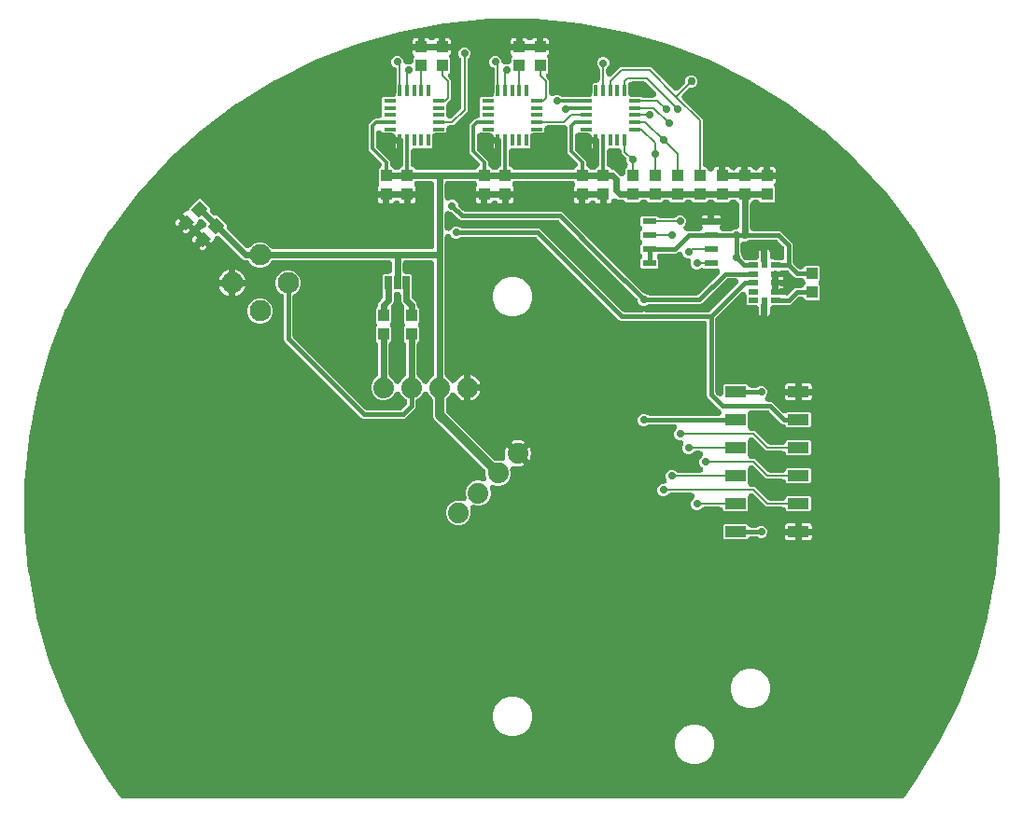
<source format=gbr>
G04 EAGLE Gerber RS-274X export*
G75*
%MOMM*%
%FSLAX34Y34*%
%LPD*%
%INTop Copper*%
%IPPOS*%
%AMOC8*
5,1,8,0,0,1.08239X$1,22.5*%
G01*
%ADD10R,1.000000X1.100000*%
%ADD11C,1.879600*%
%ADD12C,1.930400*%
%ADD13R,0.900000X0.500000*%
%ADD14R,0.500000X1.400000*%
%ADD15R,0.250000X0.580000*%
%ADD16R,1.100000X1.000000*%
%ADD17R,1.100000X0.300000*%
%ADD18R,0.300000X1.100000*%
%ADD19R,1.200000X0.600000*%
%ADD20C,0.762000*%
%ADD21R,0.635000X1.270000*%
%ADD22R,1.900000X1.020000*%
%ADD23C,0.812800*%
%ADD24C,0.304800*%
%ADD25C,0.609600*%
%ADD26C,0.406400*%
%ADD27C,0.736600*%
%ADD28C,0.855600*%
%ADD29C,0.203200*%

G36*
X353238Y-264912D02*
X353238Y-264912D01*
X353355Y-264912D01*
X353483Y-264892D01*
X353612Y-264881D01*
X353726Y-264853D01*
X353843Y-264834D01*
X353965Y-264794D01*
X354091Y-264763D01*
X354199Y-264716D01*
X354311Y-264679D01*
X354425Y-264619D01*
X354544Y-264568D01*
X354643Y-264505D01*
X354748Y-264450D01*
X354851Y-264372D01*
X354960Y-264303D01*
X355048Y-264225D01*
X355142Y-264154D01*
X355204Y-264085D01*
X355328Y-263974D01*
X355539Y-263714D01*
X355599Y-263647D01*
X366026Y-249070D01*
X366094Y-248957D01*
X366143Y-248894D01*
X387412Y-214339D01*
X387496Y-214175D01*
X387548Y-214093D01*
X405543Y-177724D01*
X405611Y-177553D01*
X405656Y-177467D01*
X420222Y-139594D01*
X420274Y-139418D01*
X420310Y-139328D01*
X420752Y-137762D01*
X424190Y-125573D01*
X426768Y-116431D01*
X427627Y-113384D01*
X430205Y-104242D01*
X430206Y-104242D01*
X431065Y-101195D01*
X431325Y-100274D01*
X431360Y-100094D01*
X431388Y-100000D01*
X438757Y-60098D01*
X438775Y-59915D01*
X438795Y-59820D01*
X442455Y-19408D01*
X442457Y-19224D01*
X442467Y-19128D01*
X442388Y21449D01*
X442375Y21607D01*
X442377Y21672D01*
X442374Y21695D01*
X442374Y21730D01*
X438556Y62127D01*
X438523Y62308D01*
X438516Y62405D01*
X430991Y102278D01*
X430943Y102455D01*
X430926Y102551D01*
X419759Y141561D01*
X419694Y141733D01*
X419669Y141828D01*
X404954Y179642D01*
X404874Y179808D01*
X404840Y179899D01*
X386703Y216197D01*
X386608Y216354D01*
X386566Y216442D01*
X365162Y250914D01*
X365052Y251062D01*
X365002Y251146D01*
X340512Y283499D01*
X340390Y283636D01*
X340332Y283715D01*
X312965Y313673D01*
X312830Y313798D01*
X312766Y313871D01*
X282754Y341180D01*
X282608Y341293D01*
X282537Y341360D01*
X250137Y365786D01*
X249981Y365885D01*
X249905Y365945D01*
X215391Y387282D01*
X215227Y387366D01*
X215145Y387419D01*
X178812Y405484D01*
X178641Y405553D01*
X178555Y405598D01*
X140711Y420238D01*
X140535Y420291D01*
X140445Y420328D01*
X101413Y431418D01*
X101233Y431454D01*
X101139Y431483D01*
X61252Y438929D01*
X61069Y438948D01*
X60973Y438968D01*
X20569Y442707D01*
X20385Y442710D01*
X20288Y442720D01*
X-20288Y442720D01*
X-20472Y442706D01*
X-20569Y442707D01*
X-60973Y438968D01*
X-61155Y438936D01*
X-61252Y438929D01*
X-101139Y431483D01*
X-101317Y431434D01*
X-101413Y431418D01*
X-140445Y420328D01*
X-140617Y420263D01*
X-140711Y420238D01*
X-178555Y405598D01*
X-178720Y405518D01*
X-178812Y405484D01*
X-215145Y387419D01*
X-215303Y387324D01*
X-215391Y387282D01*
X-249905Y365945D01*
X-250053Y365836D01*
X-250137Y365786D01*
X-282537Y341360D01*
X-282675Y341237D01*
X-282754Y341180D01*
X-312766Y313871D01*
X-312892Y313737D01*
X-312965Y313673D01*
X-340332Y283715D01*
X-340445Y283569D01*
X-340512Y283499D01*
X-365002Y251146D01*
X-365101Y250991D01*
X-365162Y250914D01*
X-386566Y216442D01*
X-386650Y216279D01*
X-386703Y216197D01*
X-404840Y179899D01*
X-404909Y179728D01*
X-404954Y179642D01*
X-419669Y141828D01*
X-419722Y141651D01*
X-419759Y141561D01*
X-430926Y102551D01*
X-430963Y102371D01*
X-430991Y102278D01*
X-438516Y62405D01*
X-438536Y62222D01*
X-438556Y62127D01*
X-442374Y21730D01*
X-442377Y21546D01*
X-442388Y21449D01*
X-442467Y-19128D01*
X-442453Y-19311D01*
X-442455Y-19408D01*
X-438795Y-59820D01*
X-438764Y-60001D01*
X-438757Y-60098D01*
X-431388Y-100000D01*
X-431340Y-100178D01*
X-431325Y-100274D01*
X-420310Y-139328D01*
X-420246Y-139500D01*
X-420222Y-139594D01*
X-405656Y-177467D01*
X-405576Y-177632D01*
X-405543Y-177724D01*
X-387548Y-214093D01*
X-387454Y-214250D01*
X-387412Y-214339D01*
X-366143Y-248894D01*
X-366065Y-249001D01*
X-366026Y-249070D01*
X-355599Y-263647D01*
X-355522Y-263737D01*
X-355454Y-263833D01*
X-355364Y-263925D01*
X-355280Y-264024D01*
X-355190Y-264100D01*
X-355108Y-264184D01*
X-355003Y-264260D01*
X-354905Y-264344D01*
X-354804Y-264405D01*
X-354709Y-264474D01*
X-354593Y-264533D01*
X-354483Y-264600D01*
X-354374Y-264644D01*
X-354268Y-264697D01*
X-354145Y-264736D01*
X-354025Y-264784D01*
X-353910Y-264810D01*
X-353798Y-264845D01*
X-353706Y-264855D01*
X-353544Y-264892D01*
X-353209Y-264911D01*
X-353120Y-264921D01*
X353120Y-264921D01*
X353238Y-264912D01*
G37*
%LPC*%
G36*
X-51025Y-16798D02*
X-51025Y-16798D01*
X-55133Y-15097D01*
X-58277Y-11953D01*
X-59978Y-7845D01*
X-59978Y-3398D01*
X-58277Y710D01*
X-55133Y3854D01*
X-51025Y5555D01*
X-46578Y5555D01*
X-45590Y5146D01*
X-45553Y5134D01*
X-45519Y5117D01*
X-45319Y5059D01*
X-45120Y4994D01*
X-45082Y4989D01*
X-45046Y4978D01*
X-44839Y4952D01*
X-44632Y4921D01*
X-44594Y4921D01*
X-44556Y4917D01*
X-44348Y4924D01*
X-44139Y4927D01*
X-44101Y4934D01*
X-44063Y4935D01*
X-43858Y4976D01*
X-43653Y5013D01*
X-43617Y5025D01*
X-43580Y5033D01*
X-43384Y5107D01*
X-43187Y5176D01*
X-43154Y5194D01*
X-43118Y5207D01*
X-42938Y5312D01*
X-42754Y5412D01*
X-42724Y5435D01*
X-42691Y5454D01*
X-42530Y5586D01*
X-42365Y5714D01*
X-42339Y5742D01*
X-42309Y5766D01*
X-42171Y5923D01*
X-42029Y6076D01*
X-42008Y6108D01*
X-41983Y6136D01*
X-41872Y6313D01*
X-41756Y6487D01*
X-41741Y6522D01*
X-41720Y6554D01*
X-41639Y6747D01*
X-41553Y6937D01*
X-41544Y6973D01*
X-41529Y7009D01*
X-41480Y7212D01*
X-41426Y7413D01*
X-41422Y7451D01*
X-41413Y7488D01*
X-41398Y7696D01*
X-41377Y7904D01*
X-41379Y7942D01*
X-41376Y7980D01*
X-41394Y8188D01*
X-41407Y8397D01*
X-41416Y8434D01*
X-41419Y8472D01*
X-41445Y8561D01*
X-41517Y8877D01*
X-41582Y9037D01*
X-41608Y9127D01*
X-42018Y10116D01*
X-42018Y14562D01*
X-40316Y18670D01*
X-37172Y21814D01*
X-33064Y23516D01*
X-28618Y23516D01*
X-27629Y23106D01*
X-27593Y23094D01*
X-27558Y23078D01*
X-27358Y23019D01*
X-27160Y22955D01*
X-27122Y22949D01*
X-27085Y22938D01*
X-26879Y22913D01*
X-26672Y22881D01*
X-26633Y22882D01*
X-26596Y22877D01*
X-26388Y22885D01*
X-26178Y22888D01*
X-26141Y22894D01*
X-26103Y22896D01*
X-25898Y22937D01*
X-25693Y22973D01*
X-25657Y22986D01*
X-25619Y22993D01*
X-25424Y23067D01*
X-25227Y23136D01*
X-25193Y23154D01*
X-25158Y23168D01*
X-24977Y23272D01*
X-24794Y23372D01*
X-24764Y23396D01*
X-24731Y23415D01*
X-24569Y23547D01*
X-24404Y23675D01*
X-24378Y23703D01*
X-24349Y23727D01*
X-24211Y23883D01*
X-24069Y24037D01*
X-24048Y24068D01*
X-24022Y24097D01*
X-23911Y24274D01*
X-23796Y24448D01*
X-23780Y24482D01*
X-23760Y24515D01*
X-23679Y24708D01*
X-23593Y24897D01*
X-23583Y24934D01*
X-23568Y24969D01*
X-23519Y25172D01*
X-23465Y25374D01*
X-23462Y25412D01*
X-23453Y25449D01*
X-23437Y25657D01*
X-23416Y25865D01*
X-23419Y25903D01*
X-23416Y25941D01*
X-23434Y26148D01*
X-23447Y26357D01*
X-23456Y26394D01*
X-23459Y26432D01*
X-23485Y26522D01*
X-23557Y26838D01*
X-23622Y26997D01*
X-23648Y27088D01*
X-24057Y28076D01*
X-24057Y31951D01*
X-24066Y32065D01*
X-24066Y32179D01*
X-24086Y32311D01*
X-24097Y32443D01*
X-24125Y32554D01*
X-24142Y32666D01*
X-24184Y32793D01*
X-24216Y32922D01*
X-24261Y33027D01*
X-24297Y33135D01*
X-24358Y33253D01*
X-24410Y33375D01*
X-24472Y33471D01*
X-24524Y33573D01*
X-24583Y33646D01*
X-24675Y33791D01*
X-24892Y34033D01*
X-24950Y34106D01*
X-70993Y80149D01*
X-71883Y82297D01*
X-71883Y96724D01*
X-71892Y96838D01*
X-71891Y96952D01*
X-71912Y97084D01*
X-71923Y97216D01*
X-71950Y97327D01*
X-71968Y97440D01*
X-72009Y97566D01*
X-72041Y97695D01*
X-72086Y97800D01*
X-72122Y97908D01*
X-72184Y98026D01*
X-72236Y98148D01*
X-72297Y98244D01*
X-72350Y98346D01*
X-72409Y98419D01*
X-72501Y98564D01*
X-72717Y98806D01*
X-72775Y98879D01*
X-75515Y101619D01*
X-75925Y102608D01*
X-75942Y102642D01*
X-75955Y102678D01*
X-76054Y102861D01*
X-76150Y103047D01*
X-76172Y103077D01*
X-76191Y103111D01*
X-76318Y103275D01*
X-76443Y103444D01*
X-76470Y103470D01*
X-76493Y103500D01*
X-76646Y103642D01*
X-76796Y103788D01*
X-76827Y103810D01*
X-76855Y103836D01*
X-77029Y103951D01*
X-77200Y104071D01*
X-77234Y104088D01*
X-77266Y104109D01*
X-77457Y104195D01*
X-77644Y104285D01*
X-77681Y104296D01*
X-77716Y104311D01*
X-77917Y104365D01*
X-78118Y104425D01*
X-78156Y104429D01*
X-78192Y104439D01*
X-78400Y104460D01*
X-78607Y104486D01*
X-78645Y104484D01*
X-78683Y104488D01*
X-78891Y104475D01*
X-79100Y104467D01*
X-79138Y104460D01*
X-79176Y104457D01*
X-79378Y104411D01*
X-79584Y104370D01*
X-79619Y104356D01*
X-79657Y104348D01*
X-79850Y104269D01*
X-80045Y104195D01*
X-80078Y104176D01*
X-80114Y104162D01*
X-80292Y104053D01*
X-80472Y103948D01*
X-80502Y103924D01*
X-80534Y103904D01*
X-80692Y103769D01*
X-80854Y103636D01*
X-80879Y103607D01*
X-80908Y103583D01*
X-81042Y103423D01*
X-81181Y103266D01*
X-81201Y103234D01*
X-81225Y103205D01*
X-81270Y103123D01*
X-81443Y102848D01*
X-81510Y102690D01*
X-81555Y102608D01*
X-81965Y101619D01*
X-85109Y98475D01*
X-85748Y98210D01*
X-85943Y98110D01*
X-86139Y98014D01*
X-86162Y97998D01*
X-86187Y97985D01*
X-86363Y97855D01*
X-86541Y97729D01*
X-86561Y97709D01*
X-86584Y97692D01*
X-86737Y97535D01*
X-86892Y97382D01*
X-86909Y97359D01*
X-86929Y97339D01*
X-87054Y97159D01*
X-87182Y96983D01*
X-87195Y96958D01*
X-87211Y96935D01*
X-87306Y96738D01*
X-87405Y96543D01*
X-87413Y96516D01*
X-87426Y96490D01*
X-87487Y96281D01*
X-87553Y96073D01*
X-87556Y96049D01*
X-87565Y96017D01*
X-87626Y95528D01*
X-87623Y95447D01*
X-87629Y95395D01*
X-87629Y90682D01*
X-88209Y89281D01*
X-96901Y80589D01*
X-98302Y80009D01*
X-135378Y80009D01*
X-136779Y80589D01*
X-206431Y150241D01*
X-207011Y151642D01*
X-207011Y190370D01*
X-207028Y190588D01*
X-207042Y190805D01*
X-207048Y190833D01*
X-207051Y190862D01*
X-207103Y191074D01*
X-207152Y191286D01*
X-207163Y191313D01*
X-207169Y191340D01*
X-207256Y191541D01*
X-207338Y191743D01*
X-207353Y191768D01*
X-207364Y191794D01*
X-207481Y191978D01*
X-207595Y192164D01*
X-207614Y192186D01*
X-207629Y192210D01*
X-207774Y192372D01*
X-207917Y192538D01*
X-207939Y192556D01*
X-207958Y192578D01*
X-208127Y192715D01*
X-208295Y192855D01*
X-208316Y192867D01*
X-208342Y192888D01*
X-208770Y193132D01*
X-208846Y193160D01*
X-208892Y193185D01*
X-209675Y193510D01*
X-212891Y196725D01*
X-214631Y200926D01*
X-214631Y205474D01*
X-212891Y209675D01*
X-209675Y212891D01*
X-205474Y214631D01*
X-200926Y214631D01*
X-196725Y212891D01*
X-193509Y209675D01*
X-191769Y205474D01*
X-191769Y200926D01*
X-193509Y196725D01*
X-196725Y193510D01*
X-197508Y193185D01*
X-197703Y193085D01*
X-197899Y192989D01*
X-197922Y192973D01*
X-197947Y192960D01*
X-198123Y192830D01*
X-198301Y192704D01*
X-198321Y192684D01*
X-198344Y192667D01*
X-198497Y192510D01*
X-198652Y192357D01*
X-198669Y192334D01*
X-198689Y192314D01*
X-198815Y192133D01*
X-198942Y191958D01*
X-198955Y191933D01*
X-198971Y191910D01*
X-199066Y191713D01*
X-199165Y191518D01*
X-199173Y191491D01*
X-199186Y191465D01*
X-199247Y191256D01*
X-199313Y191048D01*
X-199316Y191024D01*
X-199325Y190992D01*
X-199386Y190503D01*
X-199383Y190422D01*
X-199389Y190370D01*
X-199389Y155241D01*
X-199380Y155127D01*
X-199381Y155013D01*
X-199360Y154881D01*
X-199349Y154749D01*
X-199322Y154638D01*
X-199304Y154525D01*
X-199263Y154399D01*
X-199231Y154270D01*
X-199186Y154165D01*
X-199150Y154057D01*
X-199088Y153939D01*
X-199036Y153817D01*
X-198975Y153721D01*
X-198922Y153619D01*
X-198863Y153546D01*
X-198771Y153401D01*
X-198555Y153158D01*
X-198497Y153086D01*
X-133934Y88523D01*
X-133847Y88449D01*
X-133767Y88368D01*
X-133659Y88290D01*
X-133558Y88204D01*
X-133460Y88145D01*
X-133368Y88078D01*
X-133250Y88018D01*
X-133136Y87949D01*
X-133029Y87907D01*
X-132928Y87855D01*
X-132801Y87815D01*
X-132677Y87766D01*
X-132566Y87741D01*
X-132457Y87707D01*
X-132364Y87697D01*
X-132196Y87659D01*
X-131872Y87641D01*
X-131779Y87631D01*
X-101901Y87631D01*
X-101787Y87640D01*
X-101673Y87639D01*
X-101541Y87660D01*
X-101409Y87671D01*
X-101298Y87698D01*
X-101185Y87716D01*
X-101059Y87757D01*
X-100930Y87789D01*
X-100825Y87834D01*
X-100717Y87870D01*
X-100599Y87932D01*
X-100477Y87984D01*
X-100381Y88045D01*
X-100279Y88098D01*
X-100206Y88157D01*
X-100061Y88249D01*
X-99818Y88465D01*
X-99746Y88523D01*
X-96143Y92126D01*
X-96069Y92213D01*
X-95988Y92293D01*
X-95910Y92401D01*
X-95824Y92502D01*
X-95765Y92600D01*
X-95698Y92692D01*
X-95638Y92810D01*
X-95569Y92924D01*
X-95527Y93031D01*
X-95475Y93132D01*
X-95435Y93259D01*
X-95386Y93383D01*
X-95361Y93494D01*
X-95327Y93603D01*
X-95317Y93696D01*
X-95279Y93864D01*
X-95261Y94188D01*
X-95251Y94281D01*
X-95251Y95395D01*
X-95268Y95613D01*
X-95282Y95830D01*
X-95288Y95858D01*
X-95291Y95886D01*
X-95343Y96098D01*
X-95392Y96311D01*
X-95403Y96338D01*
X-95409Y96365D01*
X-95495Y96566D01*
X-95578Y96768D01*
X-95593Y96793D01*
X-95604Y96819D01*
X-95721Y97003D01*
X-95835Y97189D01*
X-95854Y97211D01*
X-95869Y97235D01*
X-96014Y97398D01*
X-96157Y97563D01*
X-96179Y97581D01*
X-96198Y97603D01*
X-96367Y97739D01*
X-96535Y97880D01*
X-96556Y97892D01*
X-96582Y97913D01*
X-97010Y98157D01*
X-97086Y98185D01*
X-97132Y98210D01*
X-97771Y98475D01*
X-100915Y101619D01*
X-101325Y102608D01*
X-101342Y102642D01*
X-101355Y102678D01*
X-101454Y102861D01*
X-101550Y103047D01*
X-101572Y103077D01*
X-101591Y103111D01*
X-101718Y103275D01*
X-101843Y103444D01*
X-101870Y103470D01*
X-101893Y103500D01*
X-102046Y103642D01*
X-102196Y103788D01*
X-102227Y103810D01*
X-102255Y103836D01*
X-102429Y103951D01*
X-102600Y104071D01*
X-102634Y104088D01*
X-102666Y104109D01*
X-102857Y104195D01*
X-103044Y104285D01*
X-103081Y104296D01*
X-103116Y104311D01*
X-103317Y104365D01*
X-103518Y104425D01*
X-103556Y104429D01*
X-103592Y104439D01*
X-103800Y104460D01*
X-104007Y104486D01*
X-104045Y104484D01*
X-104083Y104488D01*
X-104291Y104475D01*
X-104500Y104467D01*
X-104538Y104460D01*
X-104576Y104457D01*
X-104778Y104411D01*
X-104984Y104370D01*
X-105019Y104356D01*
X-105057Y104348D01*
X-105250Y104269D01*
X-105445Y104195D01*
X-105478Y104176D01*
X-105514Y104162D01*
X-105692Y104053D01*
X-105872Y103948D01*
X-105902Y103924D01*
X-105934Y103904D01*
X-106092Y103769D01*
X-106254Y103636D01*
X-106279Y103607D01*
X-106308Y103583D01*
X-106442Y103423D01*
X-106581Y103266D01*
X-106601Y103234D01*
X-106625Y103205D01*
X-106670Y103123D01*
X-106843Y102848D01*
X-106910Y102690D01*
X-106955Y102608D01*
X-107365Y101619D01*
X-110509Y98475D01*
X-114617Y96773D01*
X-119063Y96773D01*
X-123171Y98475D01*
X-126315Y101619D01*
X-128017Y105727D01*
X-128017Y110173D01*
X-126315Y114281D01*
X-123083Y117513D01*
X-122933Y117624D01*
X-122755Y117750D01*
X-122735Y117770D01*
X-122712Y117787D01*
X-122559Y117944D01*
X-122404Y118097D01*
X-122387Y118120D01*
X-122367Y118140D01*
X-122242Y118319D01*
X-122114Y118496D01*
X-122101Y118521D01*
X-122084Y118544D01*
X-121990Y118742D01*
X-121891Y118936D01*
X-121883Y118963D01*
X-121870Y118989D01*
X-121809Y119198D01*
X-121743Y119407D01*
X-121740Y119430D01*
X-121731Y119462D01*
X-121670Y119952D01*
X-121673Y120032D01*
X-121667Y120084D01*
X-121667Y147149D01*
X-121676Y147263D01*
X-121675Y147377D01*
X-121696Y147508D01*
X-121707Y147641D01*
X-121734Y147751D01*
X-121752Y147864D01*
X-121793Y147991D01*
X-121825Y148120D01*
X-121870Y148224D01*
X-121906Y148333D01*
X-121968Y148451D01*
X-122020Y148573D01*
X-122081Y148669D01*
X-122134Y148771D01*
X-122193Y148844D01*
X-122285Y148989D01*
X-122501Y149231D01*
X-122559Y149304D01*
X-123619Y150363D01*
X-123619Y162837D01*
X-123510Y162945D01*
X-123461Y163003D01*
X-123405Y163055D01*
X-123301Y163191D01*
X-123191Y163321D01*
X-123151Y163386D01*
X-123105Y163447D01*
X-123024Y163597D01*
X-122936Y163744D01*
X-122908Y163815D01*
X-122872Y163882D01*
X-122816Y164043D01*
X-122753Y164202D01*
X-122737Y164276D01*
X-122712Y164348D01*
X-122683Y164516D01*
X-122646Y164683D01*
X-122642Y164760D01*
X-122629Y164835D01*
X-122628Y165005D01*
X-122619Y165176D01*
X-122627Y165252D01*
X-122626Y165328D01*
X-122653Y165497D01*
X-122671Y165667D01*
X-122691Y165740D01*
X-122703Y165815D01*
X-122756Y165978D01*
X-122802Y166142D01*
X-122833Y166211D01*
X-122857Y166284D01*
X-122936Y166436D01*
X-123007Y166591D01*
X-123050Y166654D01*
X-123085Y166722D01*
X-123151Y166804D01*
X-123283Y167000D01*
X-123445Y167172D01*
X-123510Y167255D01*
X-123619Y167363D01*
X-123619Y179837D01*
X-122559Y180896D01*
X-122544Y180914D01*
X-122533Y180924D01*
X-122483Y180985D01*
X-122404Y181063D01*
X-122326Y181171D01*
X-122240Y181272D01*
X-122181Y181370D01*
X-122114Y181462D01*
X-122054Y181581D01*
X-121985Y181695D01*
X-121943Y181801D01*
X-121891Y181903D01*
X-121851Y182029D01*
X-121802Y182153D01*
X-121777Y182264D01*
X-121743Y182373D01*
X-121733Y182467D01*
X-121695Y182634D01*
X-121677Y182959D01*
X-121667Y183051D01*
X-121667Y183840D01*
X-120932Y185614D01*
X-119146Y187400D01*
X-119145Y187401D01*
X-117987Y188559D01*
X-117913Y188646D01*
X-117832Y188726D01*
X-117754Y188834D01*
X-117668Y188935D01*
X-117609Y189033D01*
X-117542Y189125D01*
X-117482Y189243D01*
X-117413Y189357D01*
X-117371Y189463D01*
X-117319Y189565D01*
X-117279Y189692D01*
X-117230Y189815D01*
X-117205Y189927D01*
X-117171Y190036D01*
X-117161Y190129D01*
X-117123Y190297D01*
X-117105Y190621D01*
X-117095Y190714D01*
X-117095Y194724D01*
X-117104Y194838D01*
X-117103Y194952D01*
X-117124Y195083D01*
X-117135Y195216D01*
X-117162Y195326D01*
X-117180Y195439D01*
X-117221Y195566D01*
X-117222Y195567D01*
X-117222Y210287D01*
X-116180Y211329D01*
X-112014Y211329D01*
X-111938Y211335D01*
X-111862Y211333D01*
X-111693Y211355D01*
X-111522Y211369D01*
X-111448Y211387D01*
X-111373Y211397D01*
X-111209Y211446D01*
X-111043Y211487D01*
X-110974Y211517D01*
X-110900Y211539D01*
X-110747Y211615D01*
X-110590Y211682D01*
X-110526Y211723D01*
X-110457Y211756D01*
X-110318Y211855D01*
X-110174Y211947D01*
X-110117Y211998D01*
X-110055Y212042D01*
X-109934Y212162D01*
X-109806Y212276D01*
X-109758Y212335D01*
X-109704Y212389D01*
X-109603Y212527D01*
X-109496Y212660D01*
X-109459Y212726D01*
X-109414Y212787D01*
X-109337Y212940D01*
X-109252Y213088D01*
X-109226Y213160D01*
X-109191Y213228D01*
X-109140Y213391D01*
X-109081Y213551D01*
X-109066Y213626D01*
X-109043Y213698D01*
X-109031Y213803D01*
X-108986Y214035D01*
X-108979Y214271D01*
X-108967Y214376D01*
X-108967Y220726D01*
X-108973Y220802D01*
X-108971Y220878D01*
X-108993Y221047D01*
X-109007Y221218D01*
X-109025Y221292D01*
X-109035Y221367D01*
X-109084Y221531D01*
X-109125Y221697D01*
X-109155Y221766D01*
X-109177Y221840D01*
X-109253Y221993D01*
X-109320Y222150D01*
X-109361Y222214D01*
X-109394Y222283D01*
X-109493Y222422D01*
X-109585Y222566D01*
X-109636Y222623D01*
X-109680Y222685D01*
X-109800Y222806D01*
X-109914Y222934D01*
X-109973Y222982D01*
X-110027Y223036D01*
X-110165Y223137D01*
X-110298Y223244D01*
X-110364Y223281D01*
X-110425Y223326D01*
X-110578Y223403D01*
X-110726Y223488D01*
X-110798Y223514D01*
X-110866Y223549D01*
X-111029Y223600D01*
X-111189Y223659D01*
X-111264Y223674D01*
X-111336Y223697D01*
X-111441Y223709D01*
X-111673Y223754D01*
X-111909Y223761D01*
X-112014Y223773D01*
X-216191Y223773D01*
X-216408Y223756D01*
X-216626Y223742D01*
X-216654Y223736D01*
X-216682Y223733D01*
X-216895Y223681D01*
X-217107Y223632D01*
X-217134Y223621D01*
X-217161Y223615D01*
X-217362Y223528D01*
X-217564Y223446D01*
X-217588Y223431D01*
X-217615Y223420D01*
X-217798Y223303D01*
X-217985Y223189D01*
X-218007Y223170D01*
X-218031Y223155D01*
X-218193Y223010D01*
X-218359Y222867D01*
X-218377Y222845D01*
X-218398Y222826D01*
X-218536Y222657D01*
X-218676Y222489D01*
X-218687Y222468D01*
X-218708Y222442D01*
X-218862Y222172D01*
X-222125Y218909D01*
X-226326Y217169D01*
X-230874Y217169D01*
X-235075Y218909D01*
X-238334Y222168D01*
X-238390Y222283D01*
X-238406Y222306D01*
X-238419Y222331D01*
X-238549Y222507D01*
X-238675Y222685D01*
X-238695Y222705D01*
X-238712Y222728D01*
X-238869Y222881D01*
X-239022Y223036D01*
X-239045Y223053D01*
X-239065Y223072D01*
X-239244Y223198D01*
X-239421Y223326D01*
X-239446Y223339D01*
X-239469Y223355D01*
X-239667Y223451D01*
X-239861Y223549D01*
X-239888Y223557D01*
X-239914Y223570D01*
X-240123Y223631D01*
X-240332Y223697D01*
X-240355Y223700D01*
X-240387Y223709D01*
X-240876Y223770D01*
X-240957Y223767D01*
X-241009Y223773D01*
X-242939Y223773D01*
X-244713Y224508D01*
X-265040Y244835D01*
X-265127Y244908D01*
X-265207Y244990D01*
X-265314Y245068D01*
X-265416Y245154D01*
X-265514Y245213D01*
X-265606Y245280D01*
X-265724Y245340D01*
X-265838Y245409D01*
X-265944Y245451D01*
X-266046Y245502D01*
X-266173Y245542D01*
X-266296Y245592D01*
X-266408Y245616D01*
X-266517Y245651D01*
X-266610Y245661D01*
X-266778Y245698D01*
X-267102Y245717D01*
X-267194Y245727D01*
X-267318Y245727D01*
X-267394Y245721D01*
X-267470Y245723D01*
X-267639Y245701D01*
X-267810Y245687D01*
X-267883Y245669D01*
X-267959Y245659D01*
X-268123Y245609D01*
X-268288Y245568D01*
X-268358Y245538D01*
X-268431Y245516D01*
X-268585Y245441D01*
X-268742Y245374D01*
X-268806Y245333D01*
X-268874Y245299D01*
X-269014Y245201D01*
X-269158Y245109D01*
X-269215Y245058D01*
X-269277Y245014D01*
X-269398Y244894D01*
X-269526Y244780D01*
X-269574Y244721D01*
X-269628Y244667D01*
X-269728Y244529D01*
X-269836Y244396D01*
X-269873Y244330D01*
X-269918Y244269D01*
X-269995Y244116D01*
X-270080Y243968D01*
X-270106Y243896D01*
X-270140Y243828D01*
X-270192Y243665D01*
X-270251Y243505D01*
X-270266Y243430D01*
X-270289Y243358D01*
X-270301Y243253D01*
X-270346Y243021D01*
X-270347Y242997D01*
X-270538Y242282D01*
X-270873Y241703D01*
X-272843Y239732D01*
X-278175Y245064D01*
X-278176Y245065D01*
X-283508Y250396D01*
X-281537Y252367D01*
X-280958Y252702D01*
X-280203Y252904D01*
X-280068Y252915D01*
X-279995Y252933D01*
X-279919Y252943D01*
X-279755Y252992D01*
X-279590Y253034D01*
X-279520Y253064D01*
X-279447Y253086D01*
X-279293Y253161D01*
X-279136Y253228D01*
X-279072Y253269D01*
X-279004Y253302D01*
X-278864Y253401D01*
X-278720Y253493D01*
X-278663Y253544D01*
X-278601Y253588D01*
X-278480Y253708D01*
X-278352Y253822D01*
X-278304Y253881D01*
X-278250Y253935D01*
X-278150Y254073D01*
X-278042Y254206D01*
X-278005Y254272D01*
X-277960Y254333D01*
X-277883Y254486D01*
X-277798Y254634D01*
X-277772Y254706D01*
X-277738Y254774D01*
X-277686Y254937D01*
X-277627Y255097D01*
X-277612Y255172D01*
X-277589Y255244D01*
X-277577Y255349D01*
X-277532Y255581D01*
X-277526Y255770D01*
X-277524Y255780D01*
X-277524Y255822D01*
X-277513Y255922D01*
X-277513Y256045D01*
X-277522Y256159D01*
X-277521Y256273D01*
X-277542Y256405D01*
X-277553Y256537D01*
X-277580Y256648D01*
X-277598Y256761D01*
X-277640Y256887D01*
X-277672Y257016D01*
X-277717Y257121D01*
X-277752Y257229D01*
X-277814Y257347D01*
X-277866Y257469D01*
X-277927Y257566D01*
X-277980Y257667D01*
X-278039Y257741D01*
X-278131Y257885D01*
X-278348Y258128D01*
X-278405Y258200D01*
X-280280Y260075D01*
X-280367Y260148D01*
X-280447Y260230D01*
X-280554Y260308D01*
X-280656Y260394D01*
X-280754Y260453D01*
X-280846Y260520D01*
X-280964Y260580D01*
X-281078Y260649D01*
X-281184Y260691D01*
X-281286Y260742D01*
X-281413Y260782D01*
X-281536Y260832D01*
X-281648Y260856D01*
X-281757Y260891D01*
X-281850Y260901D01*
X-282018Y260938D01*
X-282342Y260957D01*
X-282434Y260967D01*
X-282558Y260967D01*
X-282634Y260961D01*
X-282710Y260963D01*
X-282879Y260941D01*
X-283050Y260927D01*
X-283123Y260909D01*
X-283199Y260899D01*
X-283363Y260849D01*
X-283528Y260808D01*
X-283598Y260778D01*
X-283671Y260756D01*
X-283825Y260681D01*
X-283982Y260614D01*
X-284046Y260573D01*
X-284114Y260539D01*
X-284254Y260441D01*
X-284398Y260349D01*
X-284455Y260298D01*
X-284517Y260254D01*
X-284638Y260134D01*
X-284766Y260020D01*
X-284814Y259961D01*
X-284868Y259907D01*
X-284968Y259769D01*
X-285076Y259636D01*
X-285113Y259570D01*
X-285158Y259509D01*
X-285235Y259356D01*
X-285320Y259208D01*
X-285346Y259136D01*
X-285380Y259068D01*
X-285432Y258905D01*
X-285491Y258745D01*
X-285506Y258670D01*
X-285529Y258598D01*
X-285541Y258493D01*
X-285586Y258261D01*
X-285587Y258237D01*
X-285778Y257522D01*
X-286113Y256943D01*
X-288083Y254972D01*
X-293415Y260304D01*
X-293416Y260305D01*
X-298748Y265636D01*
X-296777Y267607D01*
X-296198Y267942D01*
X-295443Y268144D01*
X-295308Y268155D01*
X-295235Y268173D01*
X-295159Y268183D01*
X-294995Y268232D01*
X-294830Y268274D01*
X-294760Y268304D01*
X-294687Y268326D01*
X-294533Y268401D01*
X-294376Y268468D01*
X-294312Y268509D01*
X-294244Y268542D01*
X-294104Y268641D01*
X-293960Y268733D01*
X-293903Y268784D01*
X-293841Y268828D01*
X-293720Y268948D01*
X-293592Y269062D01*
X-293544Y269121D01*
X-293490Y269175D01*
X-293390Y269313D01*
X-293282Y269446D01*
X-293245Y269512D01*
X-293200Y269573D01*
X-293123Y269726D01*
X-293038Y269874D01*
X-293012Y269946D01*
X-292978Y270014D01*
X-292926Y270177D01*
X-292867Y270337D01*
X-292852Y270412D01*
X-292832Y270474D01*
X-283933Y279374D01*
X-282459Y279374D01*
X-274346Y271261D01*
X-274346Y269055D01*
X-274337Y268942D01*
X-274338Y268827D01*
X-274317Y268696D01*
X-274306Y268564D01*
X-274279Y268453D01*
X-274261Y268340D01*
X-274220Y268214D01*
X-274188Y268085D01*
X-274143Y267980D01*
X-274107Y267871D01*
X-274045Y267753D01*
X-273993Y267631D01*
X-273932Y267535D01*
X-273879Y267434D01*
X-273820Y267360D01*
X-273728Y267215D01*
X-273512Y266973D01*
X-273454Y266901D01*
X-271579Y265026D01*
X-271492Y264952D01*
X-271412Y264871D01*
X-271305Y264793D01*
X-271203Y264707D01*
X-271106Y264648D01*
X-271013Y264581D01*
X-270895Y264521D01*
X-270781Y264452D01*
X-270675Y264410D01*
X-270573Y264358D01*
X-270446Y264318D01*
X-270323Y264269D01*
X-270211Y264244D01*
X-270102Y264210D01*
X-270009Y264200D01*
X-269841Y264162D01*
X-269517Y264144D01*
X-269425Y264134D01*
X-267219Y264134D01*
X-259106Y256021D01*
X-259106Y253815D01*
X-259097Y253702D01*
X-259098Y253587D01*
X-259077Y253456D01*
X-259066Y253324D01*
X-259039Y253213D01*
X-259021Y253100D01*
X-258980Y252974D01*
X-258948Y252845D01*
X-258903Y252740D01*
X-258867Y252631D01*
X-258805Y252513D01*
X-258753Y252391D01*
X-258692Y252295D01*
X-258639Y252194D01*
X-258580Y252120D01*
X-258488Y251975D01*
X-258272Y251733D01*
X-258214Y251661D01*
X-242114Y235561D01*
X-242056Y235512D01*
X-242004Y235456D01*
X-241868Y235352D01*
X-241738Y235241D01*
X-241673Y235202D01*
X-241612Y235156D01*
X-241462Y235075D01*
X-241316Y234987D01*
X-241245Y234959D01*
X-241178Y234923D01*
X-241016Y234867D01*
X-240857Y234804D01*
X-240783Y234787D01*
X-240711Y234763D01*
X-240542Y234734D01*
X-240376Y234697D01*
X-240300Y234693D01*
X-240225Y234680D01*
X-240054Y234679D01*
X-239883Y234669D01*
X-239808Y234677D01*
X-239731Y234677D01*
X-239562Y234703D01*
X-239393Y234722D01*
X-239319Y234742D01*
X-239244Y234754D01*
X-239082Y234807D01*
X-238917Y234852D01*
X-238848Y234884D01*
X-238775Y234908D01*
X-238624Y234987D01*
X-238469Y235058D01*
X-238405Y235100D01*
X-238338Y235136D01*
X-238256Y235201D01*
X-238059Y235333D01*
X-237887Y235495D01*
X-237805Y235561D01*
X-235075Y238291D01*
X-230874Y240031D01*
X-226326Y240031D01*
X-222125Y238291D01*
X-218866Y235032D01*
X-218810Y234917D01*
X-218794Y234894D01*
X-218781Y234869D01*
X-218651Y234693D01*
X-218525Y234515D01*
X-218505Y234495D01*
X-218488Y234472D01*
X-218331Y234319D01*
X-218178Y234164D01*
X-218155Y234147D01*
X-218135Y234128D01*
X-217956Y234002D01*
X-217779Y233874D01*
X-217754Y233861D01*
X-217731Y233845D01*
X-217533Y233749D01*
X-217339Y233651D01*
X-217312Y233643D01*
X-217286Y233630D01*
X-217077Y233569D01*
X-216868Y233503D01*
X-216845Y233500D01*
X-216813Y233491D01*
X-216324Y233430D01*
X-216243Y233433D01*
X-216191Y233427D01*
X-73914Y233427D01*
X-73838Y233433D01*
X-73762Y233431D01*
X-73593Y233453D01*
X-73422Y233467D01*
X-73348Y233485D01*
X-73273Y233495D01*
X-73109Y233544D01*
X-72943Y233585D01*
X-72874Y233615D01*
X-72800Y233637D01*
X-72647Y233713D01*
X-72490Y233780D01*
X-72426Y233821D01*
X-72357Y233854D01*
X-72218Y233953D01*
X-72074Y234045D01*
X-72017Y234096D01*
X-71955Y234140D01*
X-71834Y234260D01*
X-71706Y234374D01*
X-71658Y234433D01*
X-71604Y234487D01*
X-71503Y234625D01*
X-71396Y234758D01*
X-71359Y234824D01*
X-71314Y234885D01*
X-71237Y235038D01*
X-71152Y235186D01*
X-71126Y235258D01*
X-71091Y235326D01*
X-71040Y235489D01*
X-70981Y235649D01*
X-70966Y235724D01*
X-70943Y235796D01*
X-70931Y235901D01*
X-70886Y236133D01*
X-70879Y236369D01*
X-70867Y236474D01*
X-70867Y292726D01*
X-70873Y292802D01*
X-70871Y292873D01*
X-70871Y292878D01*
X-70893Y293047D01*
X-70907Y293218D01*
X-70925Y293292D01*
X-70935Y293367D01*
X-70984Y293531D01*
X-71025Y293697D01*
X-71055Y293766D01*
X-71077Y293840D01*
X-71153Y293993D01*
X-71220Y294150D01*
X-71261Y294214D01*
X-71294Y294283D01*
X-71393Y294422D01*
X-71485Y294566D01*
X-71536Y294623D01*
X-71580Y294685D01*
X-71700Y294806D01*
X-71814Y294934D01*
X-71873Y294982D01*
X-71927Y295036D01*
X-72065Y295137D01*
X-72198Y295244D01*
X-72264Y295281D01*
X-72325Y295326D01*
X-72478Y295403D01*
X-72626Y295488D01*
X-72698Y295514D01*
X-72766Y295549D01*
X-72929Y295600D01*
X-73089Y295659D01*
X-73164Y295674D01*
X-73236Y295697D01*
X-73341Y295709D01*
X-73573Y295754D01*
X-73809Y295761D01*
X-73914Y295773D01*
X-85799Y295773D01*
X-85913Y295764D01*
X-86027Y295765D01*
X-86158Y295744D01*
X-86291Y295733D01*
X-86402Y295706D01*
X-86514Y295688D01*
X-86641Y295647D01*
X-86770Y295615D01*
X-86874Y295570D01*
X-86983Y295534D01*
X-87101Y295472D01*
X-87223Y295420D01*
X-87319Y295359D01*
X-87421Y295306D01*
X-87494Y295247D01*
X-87639Y295155D01*
X-87881Y294939D01*
X-87954Y294881D01*
X-88041Y294794D01*
X-88090Y294735D01*
X-88146Y294683D01*
X-88250Y294548D01*
X-88360Y294418D01*
X-88400Y294352D01*
X-88446Y294292D01*
X-88527Y294142D01*
X-88615Y293995D01*
X-88643Y293924D01*
X-88679Y293857D01*
X-88735Y293696D01*
X-88798Y293537D01*
X-88815Y293462D01*
X-88839Y293390D01*
X-88868Y293222D01*
X-88905Y293055D01*
X-88909Y292979D01*
X-88922Y292904D01*
X-88923Y292733D01*
X-88933Y292563D01*
X-88924Y292487D01*
X-88925Y292410D01*
X-88898Y292242D01*
X-88880Y292072D01*
X-88860Y291999D01*
X-88848Y291923D01*
X-88795Y291761D01*
X-88750Y291596D01*
X-88718Y291527D01*
X-88694Y291454D01*
X-88615Y291303D01*
X-88544Y291148D01*
X-88501Y291085D01*
X-88466Y291017D01*
X-88400Y290935D01*
X-88269Y290739D01*
X-88252Y290722D01*
X-87882Y290081D01*
X-87709Y289435D01*
X-87709Y286647D01*
X-95250Y286647D01*
X-114300Y286647D01*
X-121841Y286647D01*
X-121841Y289435D01*
X-121668Y290081D01*
X-121277Y290757D01*
X-121190Y290860D01*
X-121150Y290925D01*
X-121104Y290986D01*
X-121023Y291136D01*
X-120935Y291282D01*
X-120907Y291353D01*
X-120871Y291421D01*
X-120815Y291582D01*
X-120752Y291740D01*
X-120735Y291815D01*
X-120711Y291887D01*
X-120682Y292055D01*
X-120645Y292222D01*
X-120641Y292298D01*
X-120628Y292374D01*
X-120627Y292544D01*
X-120617Y292714D01*
X-120626Y292791D01*
X-120625Y292867D01*
X-120652Y293035D01*
X-120670Y293205D01*
X-120690Y293279D01*
X-120702Y293354D01*
X-120755Y293516D01*
X-120800Y293681D01*
X-120832Y293750D01*
X-120856Y293823D01*
X-120935Y293974D01*
X-121006Y294129D01*
X-121048Y294193D01*
X-121079Y294251D01*
X-121079Y306837D01*
X-119388Y308528D01*
X-119338Y308586D01*
X-119283Y308638D01*
X-119179Y308773D01*
X-119068Y308904D01*
X-119029Y308969D01*
X-118983Y309029D01*
X-118902Y309180D01*
X-118814Y309326D01*
X-118786Y309397D01*
X-118749Y309464D01*
X-118694Y309626D01*
X-118631Y309784D01*
X-118614Y309858D01*
X-118589Y309931D01*
X-118561Y310099D01*
X-118524Y310266D01*
X-118520Y310342D01*
X-118507Y310417D01*
X-118506Y310588D01*
X-118496Y310758D01*
X-118504Y310834D01*
X-118504Y310910D01*
X-118530Y311079D01*
X-118548Y311249D01*
X-118569Y311322D01*
X-118580Y311398D01*
X-118634Y311560D01*
X-118679Y311725D01*
X-118711Y311794D01*
X-118735Y311866D01*
X-118814Y312018D01*
X-118885Y312173D01*
X-118927Y312236D01*
X-118963Y312304D01*
X-119028Y312386D01*
X-119160Y312582D01*
X-119322Y312755D01*
X-119388Y312837D01*
X-128442Y321891D01*
X-128442Y321892D01*
X-129800Y323249D01*
X-130303Y324463D01*
X-130303Y346097D01*
X-129800Y347311D01*
X-125211Y351900D01*
X-123997Y352403D01*
X-121226Y352403D01*
X-121150Y352409D01*
X-121074Y352407D01*
X-120905Y352429D01*
X-120734Y352443D01*
X-120660Y352461D01*
X-120585Y352471D01*
X-120421Y352520D01*
X-120255Y352561D01*
X-120186Y352591D01*
X-120112Y352613D01*
X-119959Y352689D01*
X-119802Y352756D01*
X-119738Y352797D01*
X-119669Y352830D01*
X-119530Y352929D01*
X-119386Y353021D01*
X-119329Y353072D01*
X-119267Y353116D01*
X-119146Y353236D01*
X-119018Y353350D01*
X-118970Y353409D01*
X-118916Y353463D01*
X-118815Y353601D01*
X-118708Y353734D01*
X-118671Y353800D01*
X-118626Y353861D01*
X-118549Y354014D01*
X-118464Y354162D01*
X-118438Y354234D01*
X-118403Y354302D01*
X-118352Y354465D01*
X-118293Y354625D01*
X-118278Y354700D01*
X-118255Y354772D01*
X-118243Y354877D01*
X-118198Y355109D01*
X-118191Y355345D01*
X-118179Y355450D01*
X-118179Y370837D01*
X-117137Y371879D01*
X-108226Y371879D01*
X-108150Y371885D01*
X-108074Y371883D01*
X-107905Y371905D01*
X-107734Y371919D01*
X-107660Y371937D01*
X-107585Y371947D01*
X-107421Y371996D01*
X-107255Y372037D01*
X-107186Y372067D01*
X-107112Y372089D01*
X-106959Y372165D01*
X-106802Y372232D01*
X-106738Y372273D01*
X-106669Y372306D01*
X-106530Y372405D01*
X-106386Y372497D01*
X-106329Y372548D01*
X-106267Y372592D01*
X-106146Y372712D01*
X-106018Y372826D01*
X-105970Y372885D01*
X-105916Y372939D01*
X-105815Y373077D01*
X-105708Y373210D01*
X-105671Y373276D01*
X-105626Y373337D01*
X-105549Y373490D01*
X-105464Y373638D01*
X-105438Y373710D01*
X-105403Y373778D01*
X-105352Y373941D01*
X-105293Y374101D01*
X-105278Y374176D01*
X-105255Y374248D01*
X-105243Y374353D01*
X-105198Y374585D01*
X-105191Y374821D01*
X-105179Y374926D01*
X-105179Y383943D01*
X-105142Y383994D01*
X-105082Y384113D01*
X-105013Y384227D01*
X-104971Y384333D01*
X-104919Y384435D01*
X-104879Y384562D01*
X-104830Y384685D01*
X-104805Y384796D01*
X-104771Y384905D01*
X-104761Y384999D01*
X-104723Y385166D01*
X-104705Y385491D01*
X-104695Y385583D01*
X-104695Y396142D01*
X-104712Y396360D01*
X-104726Y396578D01*
X-104732Y396605D01*
X-104735Y396634D01*
X-104787Y396845D01*
X-104836Y397059D01*
X-104847Y397085D01*
X-104853Y397112D01*
X-104939Y397313D01*
X-105022Y397516D01*
X-105037Y397540D01*
X-105048Y397566D01*
X-105165Y397750D01*
X-105279Y397936D01*
X-105298Y397958D01*
X-105313Y397982D01*
X-105458Y398145D01*
X-105601Y398310D01*
X-105623Y398329D01*
X-105642Y398350D01*
X-105811Y398487D01*
X-105979Y398627D01*
X-106000Y398639D01*
X-106026Y398660D01*
X-106454Y398904D01*
X-106530Y398932D01*
X-106576Y398957D01*
X-107234Y399230D01*
X-108770Y400766D01*
X-109602Y402774D01*
X-109602Y404946D01*
X-108770Y406954D01*
X-107234Y408490D01*
X-105226Y409322D01*
X-103054Y409322D01*
X-101046Y408490D01*
X-99510Y406954D01*
X-98678Y404946D01*
X-98678Y404749D01*
X-98672Y404673D01*
X-98674Y404597D01*
X-98652Y404428D01*
X-98638Y404257D01*
X-98620Y404183D01*
X-98610Y404108D01*
X-98561Y403944D01*
X-98520Y403778D01*
X-98490Y403709D01*
X-98468Y403635D01*
X-98392Y403482D01*
X-98325Y403325D01*
X-98284Y403261D01*
X-98251Y403192D01*
X-98152Y403053D01*
X-98060Y402909D01*
X-98009Y402852D01*
X-97965Y402790D01*
X-97845Y402669D01*
X-97731Y402541D01*
X-97672Y402493D01*
X-97618Y402439D01*
X-97480Y402338D01*
X-97347Y402231D01*
X-97281Y402194D01*
X-97220Y402149D01*
X-97067Y402072D01*
X-96919Y401987D01*
X-96847Y401961D01*
X-96779Y401926D01*
X-96616Y401875D01*
X-96456Y401816D01*
X-96381Y401801D01*
X-96309Y401778D01*
X-96204Y401766D01*
X-95972Y401721D01*
X-95736Y401714D01*
X-95631Y401702D01*
X-92376Y401702D01*
X-92300Y401708D01*
X-92224Y401706D01*
X-92055Y401728D01*
X-91884Y401742D01*
X-91810Y401760D01*
X-91735Y401770D01*
X-91571Y401819D01*
X-91405Y401860D01*
X-91336Y401890D01*
X-91262Y401912D01*
X-91109Y401988D01*
X-90952Y402055D01*
X-90888Y402096D01*
X-90819Y402129D01*
X-90680Y402228D01*
X-90536Y402320D01*
X-90479Y402371D01*
X-90417Y402415D01*
X-90296Y402535D01*
X-90168Y402649D01*
X-90120Y402708D01*
X-90066Y402762D01*
X-89965Y402900D01*
X-89858Y403033D01*
X-89821Y403099D01*
X-89776Y403160D01*
X-89699Y403313D01*
X-89614Y403461D01*
X-89588Y403533D01*
X-89553Y403601D01*
X-89502Y403764D01*
X-89443Y403924D01*
X-89428Y403999D01*
X-89405Y404071D01*
X-89393Y404176D01*
X-89348Y404408D01*
X-89341Y404644D01*
X-89329Y404749D01*
X-89329Y406795D01*
X-89273Y406899D01*
X-89185Y407045D01*
X-89157Y407116D01*
X-89121Y407183D01*
X-89065Y407344D01*
X-89002Y407503D01*
X-88985Y407578D01*
X-88961Y407650D01*
X-88932Y407818D01*
X-88895Y407985D01*
X-88891Y408061D01*
X-88878Y408136D01*
X-88877Y408307D01*
X-88867Y408477D01*
X-88876Y408553D01*
X-88875Y408630D01*
X-88902Y408798D01*
X-88920Y408968D01*
X-88940Y409041D01*
X-88952Y409117D01*
X-89005Y409279D01*
X-89050Y409443D01*
X-89082Y409513D01*
X-89106Y409586D01*
X-89185Y409737D01*
X-89256Y409892D01*
X-89299Y409955D01*
X-89334Y410023D01*
X-89400Y410105D01*
X-89531Y410301D01*
X-89548Y410319D01*
X-89918Y410959D01*
X-90091Y411605D01*
X-90091Y414393D01*
X-82550Y414393D01*
X-63500Y414393D01*
X-55959Y414393D01*
X-55959Y411605D01*
X-56132Y410959D01*
X-56523Y410283D01*
X-56610Y410180D01*
X-56650Y410115D01*
X-56696Y410054D01*
X-56777Y409904D01*
X-56865Y409758D01*
X-56893Y409687D01*
X-56929Y409619D01*
X-56985Y409458D01*
X-57048Y409300D01*
X-57065Y409225D01*
X-57089Y409153D01*
X-57118Y408985D01*
X-57155Y408818D01*
X-57159Y408742D01*
X-57172Y408666D01*
X-57173Y408496D01*
X-57183Y408326D01*
X-57174Y408249D01*
X-57175Y408173D01*
X-57148Y408005D01*
X-57130Y407835D01*
X-57110Y407761D01*
X-57098Y407686D01*
X-57045Y407524D01*
X-57000Y407359D01*
X-56968Y407290D01*
X-56944Y407217D01*
X-56865Y407066D01*
X-56794Y406911D01*
X-56752Y406847D01*
X-56721Y406789D01*
X-56721Y394203D01*
X-57501Y393423D01*
X-57551Y393365D01*
X-57606Y393313D01*
X-57710Y393177D01*
X-57821Y393047D01*
X-57860Y392982D01*
X-57907Y392922D01*
X-57987Y392771D01*
X-58075Y392625D01*
X-58104Y392554D01*
X-58140Y392487D01*
X-58195Y392325D01*
X-58259Y392167D01*
X-58275Y392092D01*
X-58300Y392020D01*
X-58328Y391852D01*
X-58365Y391685D01*
X-58370Y391609D01*
X-58382Y391534D01*
X-58383Y391363D01*
X-58393Y391192D01*
X-58385Y391117D01*
X-58385Y391040D01*
X-58359Y390871D01*
X-58341Y390702D01*
X-58321Y390629D01*
X-58309Y390553D01*
X-58255Y390391D01*
X-58210Y390226D01*
X-58178Y390157D01*
X-58154Y390084D01*
X-58075Y389933D01*
X-58004Y389778D01*
X-57962Y389715D01*
X-57927Y389647D01*
X-57861Y389564D01*
X-57729Y389368D01*
X-57567Y389196D01*
X-57501Y389114D01*
X-55625Y387238D01*
X-55625Y369682D01*
X-58729Y366579D01*
X-58803Y366492D01*
X-58884Y366412D01*
X-58962Y366304D01*
X-59048Y366203D01*
X-59107Y366105D01*
X-59174Y366013D01*
X-59234Y365894D01*
X-59303Y365780D01*
X-59345Y365674D01*
X-59397Y365572D01*
X-59437Y365446D01*
X-59486Y365322D01*
X-59511Y365211D01*
X-59545Y365102D01*
X-59555Y365008D01*
X-59593Y364841D01*
X-59611Y364516D01*
X-59621Y364424D01*
X-59621Y355248D01*
X-59618Y355210D01*
X-59620Y355172D01*
X-59598Y354964D01*
X-59581Y354756D01*
X-59572Y354719D01*
X-59568Y354681D01*
X-59513Y354480D01*
X-59463Y354277D01*
X-59448Y354242D01*
X-59437Y354205D01*
X-59350Y354015D01*
X-59268Y353824D01*
X-59248Y353792D01*
X-59232Y353757D01*
X-59115Y353584D01*
X-59003Y353408D01*
X-58978Y353379D01*
X-58956Y353348D01*
X-58813Y353196D01*
X-58674Y353040D01*
X-58645Y353016D01*
X-58619Y352988D01*
X-58453Y352861D01*
X-58290Y352730D01*
X-58257Y352711D01*
X-58227Y352688D01*
X-58043Y352589D01*
X-57862Y352486D01*
X-57826Y352473D01*
X-57792Y352455D01*
X-57595Y352387D01*
X-57399Y352314D01*
X-57362Y352307D01*
X-57326Y352295D01*
X-57119Y352260D01*
X-56915Y352220D01*
X-56877Y352218D01*
X-56839Y352212D01*
X-56630Y352211D01*
X-56422Y352204D01*
X-56384Y352209D01*
X-56346Y352209D01*
X-56139Y352242D01*
X-55933Y352269D01*
X-55896Y352280D01*
X-55859Y352286D01*
X-55660Y352351D01*
X-55461Y352411D01*
X-55426Y352428D01*
X-55390Y352440D01*
X-55205Y352536D01*
X-55017Y352628D01*
X-54986Y352650D01*
X-54952Y352668D01*
X-54880Y352726D01*
X-54615Y352914D01*
X-54493Y353034D01*
X-54419Y353093D01*
X-46867Y360645D01*
X-46793Y360732D01*
X-46712Y360812D01*
X-46634Y360920D01*
X-46548Y361021D01*
X-46489Y361119D01*
X-46422Y361211D01*
X-46362Y361330D01*
X-46293Y361444D01*
X-46262Y361521D01*
X-46260Y361525D01*
X-46252Y361547D01*
X-46251Y361550D01*
X-46199Y361652D01*
X-46159Y361778D01*
X-46110Y361902D01*
X-46095Y361970D01*
X-46089Y361987D01*
X-46080Y362029D01*
X-46051Y362122D01*
X-46041Y362216D01*
X-46003Y362383D01*
X-46000Y362439D01*
X-45994Y362471D01*
X-45988Y362651D01*
X-45985Y362708D01*
X-45975Y362800D01*
X-45975Y405288D01*
X-45984Y405402D01*
X-45983Y405516D01*
X-46004Y405648D01*
X-46015Y405780D01*
X-46042Y405891D01*
X-46060Y406004D01*
X-46101Y406130D01*
X-46133Y406259D01*
X-46178Y406364D01*
X-46214Y406472D01*
X-46276Y406590D01*
X-46328Y406712D01*
X-46389Y406809D01*
X-46442Y406910D01*
X-46501Y406984D01*
X-46593Y407128D01*
X-46809Y407371D01*
X-46867Y407443D01*
X-47810Y408386D01*
X-48642Y410394D01*
X-48642Y412566D01*
X-47810Y414574D01*
X-46274Y416110D01*
X-44266Y416942D01*
X-42094Y416942D01*
X-40086Y416110D01*
X-38550Y414574D01*
X-37718Y412566D01*
X-37718Y410394D01*
X-38550Y408386D01*
X-39493Y407443D01*
X-39567Y407356D01*
X-39648Y407276D01*
X-39726Y407169D01*
X-39812Y407067D01*
X-39871Y406969D01*
X-39938Y406877D01*
X-39998Y406759D01*
X-40067Y406645D01*
X-40109Y406538D01*
X-40161Y406437D01*
X-40201Y406310D01*
X-40250Y406187D01*
X-40275Y406075D01*
X-40309Y405966D01*
X-40319Y405873D01*
X-40357Y405705D01*
X-40375Y405381D01*
X-40385Y405288D01*
X-40385Y359222D01*
X-53302Y346305D01*
X-56574Y346305D01*
X-56650Y346299D01*
X-56726Y346301D01*
X-56895Y346279D01*
X-57066Y346265D01*
X-57140Y346247D01*
X-57215Y346237D01*
X-57379Y346188D01*
X-57545Y346147D01*
X-57614Y346117D01*
X-57688Y346095D01*
X-57841Y346019D01*
X-57998Y345952D01*
X-58062Y345911D01*
X-58131Y345878D01*
X-58270Y345779D01*
X-58414Y345687D01*
X-58471Y345636D01*
X-58533Y345592D01*
X-58654Y345472D01*
X-58782Y345358D01*
X-58830Y345299D01*
X-58884Y345245D01*
X-58985Y345107D01*
X-59092Y344974D01*
X-59129Y344908D01*
X-59174Y344847D01*
X-59251Y344694D01*
X-59336Y344546D01*
X-59362Y344474D01*
X-59397Y344406D01*
X-59448Y344243D01*
X-59507Y344083D01*
X-59522Y344008D01*
X-59545Y343936D01*
X-59557Y343831D01*
X-59602Y343599D01*
X-59609Y343363D01*
X-59621Y343258D01*
X-59621Y340363D01*
X-60663Y339321D01*
X-69574Y339321D01*
X-69650Y339315D01*
X-69726Y339317D01*
X-69895Y339295D01*
X-70066Y339281D01*
X-70140Y339263D01*
X-70215Y339253D01*
X-70379Y339204D01*
X-70545Y339163D01*
X-70614Y339133D01*
X-70688Y339111D01*
X-70841Y339035D01*
X-70998Y338968D01*
X-71062Y338927D01*
X-71131Y338894D01*
X-71270Y338795D01*
X-71414Y338703D01*
X-71471Y338652D01*
X-71533Y338608D01*
X-71654Y338488D01*
X-71782Y338374D01*
X-71830Y338315D01*
X-71884Y338261D01*
X-71985Y338123D01*
X-72092Y337990D01*
X-72129Y337924D01*
X-72174Y337863D01*
X-72251Y337710D01*
X-72336Y337562D01*
X-72362Y337490D01*
X-72397Y337422D01*
X-72448Y337259D01*
X-72507Y337099D01*
X-72522Y337024D01*
X-72545Y336952D01*
X-72557Y336847D01*
X-72602Y336615D01*
X-72609Y336379D01*
X-72621Y336274D01*
X-72621Y326363D01*
X-73663Y325321D01*
X-89050Y325321D01*
X-89126Y325315D01*
X-89202Y325317D01*
X-89371Y325295D01*
X-89542Y325281D01*
X-89616Y325263D01*
X-89691Y325253D01*
X-89855Y325204D01*
X-90021Y325163D01*
X-90090Y325133D01*
X-90164Y325111D01*
X-90317Y325035D01*
X-90474Y324968D01*
X-90538Y324927D01*
X-90607Y324894D01*
X-90746Y324795D01*
X-90890Y324703D01*
X-90947Y324652D01*
X-91009Y324608D01*
X-91130Y324488D01*
X-91258Y324374D01*
X-91306Y324315D01*
X-91360Y324261D01*
X-91461Y324123D01*
X-91568Y323990D01*
X-91605Y323924D01*
X-91650Y323863D01*
X-91727Y323710D01*
X-91812Y323562D01*
X-91838Y323490D01*
X-91873Y323422D01*
X-91924Y323259D01*
X-91983Y323099D01*
X-91998Y323024D01*
X-92021Y322952D01*
X-92033Y322847D01*
X-92078Y322615D01*
X-92085Y322379D01*
X-92097Y322274D01*
X-92097Y310926D01*
X-92093Y310873D01*
X-92093Y310857D01*
X-92091Y310841D01*
X-92093Y310774D01*
X-92071Y310605D01*
X-92057Y310434D01*
X-92039Y310360D01*
X-92029Y310285D01*
X-91980Y310121D01*
X-91939Y309955D01*
X-91909Y309886D01*
X-91887Y309812D01*
X-91811Y309659D01*
X-91744Y309502D01*
X-91703Y309438D01*
X-91670Y309369D01*
X-91571Y309230D01*
X-91479Y309086D01*
X-91428Y309029D01*
X-91384Y308967D01*
X-91264Y308846D01*
X-91150Y308718D01*
X-91091Y308670D01*
X-91037Y308616D01*
X-90899Y308515D01*
X-90766Y308408D01*
X-90700Y308371D01*
X-90639Y308326D01*
X-90486Y308249D01*
X-90338Y308164D01*
X-90266Y308138D01*
X-90198Y308103D01*
X-90035Y308052D01*
X-89875Y307993D01*
X-89800Y307978D01*
X-89728Y307955D01*
X-89623Y307943D01*
X-89567Y307932D01*
X-87954Y306319D01*
X-87867Y306245D01*
X-87787Y306164D01*
X-87679Y306086D01*
X-87578Y306000D01*
X-87480Y305941D01*
X-87388Y305874D01*
X-87269Y305814D01*
X-87155Y305745D01*
X-87049Y305703D01*
X-86947Y305651D01*
X-86821Y305611D01*
X-86697Y305562D01*
X-86586Y305537D01*
X-86477Y305503D01*
X-86383Y305493D01*
X-86216Y305455D01*
X-85891Y305437D01*
X-85799Y305427D01*
X-34851Y305427D01*
X-34737Y305436D01*
X-34623Y305435D01*
X-34492Y305456D01*
X-34359Y305467D01*
X-34248Y305494D01*
X-34136Y305512D01*
X-34009Y305553D01*
X-33880Y305585D01*
X-33775Y305630D01*
X-33667Y305666D01*
X-33549Y305727D01*
X-33427Y305780D01*
X-33331Y305841D01*
X-33229Y305894D01*
X-33156Y305953D01*
X-33011Y306045D01*
X-32769Y306261D01*
X-32696Y306319D01*
X-30488Y308528D01*
X-30438Y308586D01*
X-30383Y308638D01*
X-30279Y308773D01*
X-30168Y308904D01*
X-30129Y308969D01*
X-30083Y309029D01*
X-30002Y309180D01*
X-29914Y309326D01*
X-29886Y309397D01*
X-29849Y309464D01*
X-29794Y309626D01*
X-29731Y309784D01*
X-29714Y309858D01*
X-29689Y309931D01*
X-29661Y310099D01*
X-29624Y310266D01*
X-29620Y310342D01*
X-29607Y310417D01*
X-29606Y310588D01*
X-29596Y310758D01*
X-29604Y310834D01*
X-29604Y310910D01*
X-29630Y311079D01*
X-29648Y311249D01*
X-29669Y311322D01*
X-29680Y311398D01*
X-29734Y311560D01*
X-29779Y311725D01*
X-29811Y311794D01*
X-29835Y311866D01*
X-29914Y312018D01*
X-29985Y312173D01*
X-30027Y312236D01*
X-30063Y312304D01*
X-30128Y312386D01*
X-30260Y312582D01*
X-30422Y312755D01*
X-30488Y312837D01*
X-37002Y319351D01*
X-37002Y319352D01*
X-38360Y320709D01*
X-38863Y321923D01*
X-38863Y346097D01*
X-38360Y347311D01*
X-33771Y351900D01*
X-32557Y352403D01*
X-32326Y352403D01*
X-32250Y352409D01*
X-32174Y352407D01*
X-32005Y352429D01*
X-31834Y352443D01*
X-31760Y352461D01*
X-31685Y352471D01*
X-31521Y352520D01*
X-31355Y352561D01*
X-31286Y352591D01*
X-31212Y352613D01*
X-31059Y352689D01*
X-30902Y352756D01*
X-30838Y352797D01*
X-30769Y352830D01*
X-30630Y352929D01*
X-30486Y353021D01*
X-30429Y353072D01*
X-30367Y353116D01*
X-30246Y353236D01*
X-30118Y353350D01*
X-30070Y353409D01*
X-30016Y353463D01*
X-29915Y353601D01*
X-29808Y353734D01*
X-29771Y353800D01*
X-29726Y353861D01*
X-29649Y354014D01*
X-29564Y354162D01*
X-29538Y354234D01*
X-29503Y354302D01*
X-29452Y354465D01*
X-29393Y354625D01*
X-29378Y354700D01*
X-29355Y354772D01*
X-29343Y354877D01*
X-29298Y355109D01*
X-29291Y355345D01*
X-29279Y355450D01*
X-29279Y370837D01*
X-28237Y371879D01*
X-19326Y371879D01*
X-19250Y371885D01*
X-19174Y371883D01*
X-19005Y371905D01*
X-18834Y371919D01*
X-18760Y371937D01*
X-18685Y371947D01*
X-18521Y371996D01*
X-18355Y372037D01*
X-18286Y372067D01*
X-18212Y372089D01*
X-18059Y372165D01*
X-17902Y372232D01*
X-17838Y372273D01*
X-17769Y372306D01*
X-17630Y372405D01*
X-17486Y372497D01*
X-17429Y372548D01*
X-17367Y372592D01*
X-17246Y372712D01*
X-17118Y372826D01*
X-17070Y372885D01*
X-17016Y372939D01*
X-16915Y373077D01*
X-16808Y373210D01*
X-16771Y373276D01*
X-16726Y373337D01*
X-16649Y373490D01*
X-16564Y373638D01*
X-16538Y373710D01*
X-16503Y373778D01*
X-16452Y373941D01*
X-16393Y374101D01*
X-16378Y374176D01*
X-16355Y374248D01*
X-16343Y374353D01*
X-16298Y374585D01*
X-16291Y374821D01*
X-16279Y374926D01*
X-16279Y383943D01*
X-16242Y383994D01*
X-16182Y384113D01*
X-16113Y384227D01*
X-16071Y384333D01*
X-16019Y384435D01*
X-15979Y384562D01*
X-15930Y384685D01*
X-15905Y384796D01*
X-15871Y384905D01*
X-15861Y384999D01*
X-15823Y385166D01*
X-15805Y385491D01*
X-15795Y385583D01*
X-15795Y396142D01*
X-15812Y396360D01*
X-15826Y396578D01*
X-15832Y396605D01*
X-15835Y396634D01*
X-15887Y396845D01*
X-15936Y397059D01*
X-15947Y397085D01*
X-15953Y397112D01*
X-16039Y397313D01*
X-16122Y397516D01*
X-16137Y397540D01*
X-16148Y397566D01*
X-16265Y397750D01*
X-16379Y397936D01*
X-16398Y397958D01*
X-16413Y397982D01*
X-16558Y398145D01*
X-16701Y398310D01*
X-16723Y398329D01*
X-16742Y398350D01*
X-16911Y398487D01*
X-17079Y398627D01*
X-17100Y398639D01*
X-17126Y398660D01*
X-17554Y398904D01*
X-17630Y398932D01*
X-17676Y398957D01*
X-18334Y399230D01*
X-19870Y400766D01*
X-20702Y402774D01*
X-20702Y404946D01*
X-19870Y406954D01*
X-18334Y408490D01*
X-16326Y409322D01*
X-14154Y409322D01*
X-12146Y408490D01*
X-10610Y406954D01*
X-9778Y404946D01*
X-9778Y404749D01*
X-9772Y404673D01*
X-9774Y404597D01*
X-9752Y404428D01*
X-9738Y404257D01*
X-9720Y404183D01*
X-9710Y404108D01*
X-9661Y403944D01*
X-9620Y403778D01*
X-9590Y403709D01*
X-9568Y403635D01*
X-9492Y403482D01*
X-9425Y403325D01*
X-9384Y403261D01*
X-9351Y403192D01*
X-9252Y403053D01*
X-9160Y402909D01*
X-9109Y402852D01*
X-9065Y402790D01*
X-8945Y402669D01*
X-8831Y402541D01*
X-8772Y402493D01*
X-8718Y402439D01*
X-8580Y402338D01*
X-8447Y402231D01*
X-8381Y402194D01*
X-8320Y402149D01*
X-8167Y402072D01*
X-8019Y401987D01*
X-7947Y401961D01*
X-7879Y401926D01*
X-7716Y401875D01*
X-7556Y401816D01*
X-7481Y401801D01*
X-7409Y401778D01*
X-7304Y401766D01*
X-7072Y401721D01*
X-6836Y401714D01*
X-6731Y401702D01*
X-3476Y401702D01*
X-3400Y401708D01*
X-3324Y401706D01*
X-3155Y401728D01*
X-2984Y401742D01*
X-2910Y401760D01*
X-2835Y401770D01*
X-2671Y401819D01*
X-2505Y401860D01*
X-2436Y401890D01*
X-2362Y401912D01*
X-2209Y401988D01*
X-2052Y402055D01*
X-1988Y402096D01*
X-1919Y402129D01*
X-1780Y402228D01*
X-1636Y402320D01*
X-1579Y402371D01*
X-1517Y402415D01*
X-1396Y402535D01*
X-1268Y402649D01*
X-1220Y402708D01*
X-1166Y402762D01*
X-1065Y402900D01*
X-958Y403033D01*
X-921Y403099D01*
X-876Y403160D01*
X-799Y403313D01*
X-714Y403461D01*
X-688Y403533D01*
X-653Y403601D01*
X-602Y403764D01*
X-543Y403924D01*
X-528Y403999D01*
X-505Y404071D01*
X-493Y404176D01*
X-448Y404408D01*
X-441Y404644D01*
X-429Y404749D01*
X-429Y406795D01*
X-373Y406899D01*
X-285Y407045D01*
X-257Y407116D01*
X-221Y407183D01*
X-165Y407344D01*
X-102Y407503D01*
X-85Y407578D01*
X-61Y407650D01*
X-32Y407818D01*
X5Y407985D01*
X9Y408061D01*
X22Y408136D01*
X23Y408307D01*
X33Y408477D01*
X24Y408553D01*
X25Y408630D01*
X-2Y408798D01*
X-20Y408968D01*
X-40Y409041D01*
X-52Y409117D01*
X-105Y409279D01*
X-150Y409443D01*
X-182Y409513D01*
X-206Y409586D01*
X-285Y409737D01*
X-356Y409892D01*
X-399Y409955D01*
X-434Y410023D01*
X-500Y410105D01*
X-631Y410301D01*
X-648Y410319D01*
X-1018Y410959D01*
X-1191Y411605D01*
X-1191Y414393D01*
X6350Y414393D01*
X25400Y414393D01*
X32941Y414393D01*
X32941Y411605D01*
X32768Y410959D01*
X32377Y410283D01*
X32290Y410180D01*
X32250Y410115D01*
X32204Y410054D01*
X32123Y409904D01*
X32035Y409758D01*
X32007Y409687D01*
X31971Y409619D01*
X31915Y409458D01*
X31852Y409300D01*
X31835Y409225D01*
X31811Y409153D01*
X31782Y408985D01*
X31745Y408818D01*
X31741Y408742D01*
X31728Y408666D01*
X31727Y408496D01*
X31717Y408326D01*
X31726Y408249D01*
X31725Y408173D01*
X31752Y408005D01*
X31770Y407835D01*
X31790Y407761D01*
X31802Y407686D01*
X31855Y407524D01*
X31900Y407359D01*
X31932Y407290D01*
X31956Y407217D01*
X32035Y407066D01*
X32106Y406911D01*
X32148Y406847D01*
X32179Y406789D01*
X32179Y394203D01*
X31399Y393423D01*
X31349Y393365D01*
X31294Y393313D01*
X31190Y393177D01*
X31079Y393047D01*
X31040Y392982D01*
X30993Y392922D01*
X30913Y392771D01*
X30825Y392625D01*
X30796Y392554D01*
X30760Y392487D01*
X30705Y392325D01*
X30641Y392167D01*
X30625Y392092D01*
X30600Y392020D01*
X30572Y391852D01*
X30535Y391685D01*
X30530Y391609D01*
X30518Y391534D01*
X30517Y391363D01*
X30507Y391192D01*
X30515Y391117D01*
X30515Y391040D01*
X30541Y390871D01*
X30559Y390702D01*
X30579Y390629D01*
X30591Y390553D01*
X30645Y390391D01*
X30690Y390226D01*
X30722Y390157D01*
X30746Y390084D01*
X30825Y389933D01*
X30896Y389778D01*
X30938Y389715D01*
X30973Y389647D01*
X31039Y389564D01*
X31171Y389368D01*
X31333Y389196D01*
X31399Y389114D01*
X33275Y387238D01*
X33275Y375721D01*
X33289Y375541D01*
X33296Y375361D01*
X33309Y375296D01*
X33315Y375230D01*
X33358Y375054D01*
X33394Y374878D01*
X33417Y374816D01*
X33433Y374751D01*
X33505Y374585D01*
X33568Y374416D01*
X33602Y374359D01*
X33628Y374298D01*
X33725Y374145D01*
X33815Y373989D01*
X33857Y373937D01*
X33893Y373881D01*
X34013Y373747D01*
X34128Y373607D01*
X34177Y373563D01*
X34222Y373514D01*
X34362Y373400D01*
X34497Y373281D01*
X34554Y373245D01*
X34606Y373204D01*
X34762Y373115D01*
X34915Y373018D01*
X34977Y372992D01*
X35034Y372960D01*
X35204Y372897D01*
X35370Y372827D01*
X35434Y372811D01*
X35497Y372788D01*
X35674Y372753D01*
X35849Y372711D01*
X35916Y372706D01*
X35981Y372693D01*
X36161Y372688D01*
X36341Y372674D01*
X36408Y372680D01*
X36474Y372678D01*
X36653Y372702D01*
X36833Y372717D01*
X36883Y372732D01*
X36963Y372742D01*
X37435Y372885D01*
X37466Y372900D01*
X37488Y372906D01*
X39554Y373762D01*
X41726Y373762D01*
X43734Y372930D01*
X43869Y372795D01*
X43952Y372725D01*
X43985Y372691D01*
X43987Y372690D01*
X44036Y372640D01*
X44143Y372562D01*
X44245Y372476D01*
X44343Y372417D01*
X44435Y372350D01*
X44553Y372290D01*
X44667Y372221D01*
X44774Y372179D01*
X44875Y372127D01*
X45002Y372087D01*
X45125Y372038D01*
X45237Y372013D01*
X45346Y371979D01*
X45439Y371969D01*
X45607Y371931D01*
X45931Y371913D01*
X46024Y371903D01*
X67900Y371903D01*
X68012Y371886D01*
X68143Y371888D01*
X68221Y371879D01*
X69574Y371879D01*
X69650Y371885D01*
X69726Y371883D01*
X69895Y371905D01*
X70066Y371919D01*
X70140Y371937D01*
X70215Y371947D01*
X70379Y371996D01*
X70545Y372037D01*
X70614Y372067D01*
X70688Y372089D01*
X70841Y372165D01*
X70998Y372232D01*
X71062Y372273D01*
X71131Y372306D01*
X71270Y372405D01*
X71414Y372497D01*
X71471Y372548D01*
X71533Y372592D01*
X71654Y372712D01*
X71782Y372826D01*
X71830Y372885D01*
X71884Y372939D01*
X71985Y373077D01*
X72092Y373210D01*
X72129Y373276D01*
X72174Y373337D01*
X72251Y373490D01*
X72336Y373638D01*
X72362Y373710D01*
X72397Y373778D01*
X72448Y373941D01*
X72507Y374101D01*
X72522Y374176D01*
X72545Y374248D01*
X72557Y374353D01*
X72602Y374585D01*
X72609Y374821D01*
X72621Y374926D01*
X72621Y383837D01*
X73663Y384879D01*
X76558Y384879D01*
X76634Y384885D01*
X76710Y384883D01*
X76879Y384905D01*
X77050Y384919D01*
X77124Y384937D01*
X77199Y384947D01*
X77363Y384996D01*
X77529Y385037D01*
X77598Y385067D01*
X77672Y385089D01*
X77825Y385165D01*
X77982Y385232D01*
X78046Y385273D01*
X78115Y385306D01*
X78254Y385405D01*
X78398Y385497D01*
X78455Y385548D01*
X78517Y385592D01*
X78638Y385712D01*
X78766Y385826D01*
X78814Y385885D01*
X78868Y385939D01*
X78969Y386077D01*
X79076Y386210D01*
X79113Y386276D01*
X79158Y386337D01*
X79235Y386490D01*
X79320Y386638D01*
X79346Y386710D01*
X79381Y386778D01*
X79432Y386941D01*
X79491Y387101D01*
X79506Y387176D01*
X79529Y387248D01*
X79541Y387353D01*
X79586Y387585D01*
X79593Y387821D01*
X79605Y387926D01*
X79605Y396548D01*
X79596Y396662D01*
X79597Y396776D01*
X79576Y396908D01*
X79565Y397040D01*
X79538Y397151D01*
X79520Y397264D01*
X79479Y397390D01*
X79447Y397519D01*
X79402Y397624D01*
X79366Y397732D01*
X79304Y397850D01*
X79252Y397972D01*
X79191Y398069D01*
X79138Y398170D01*
X79079Y398244D01*
X78987Y398388D01*
X78771Y398631D01*
X78713Y398703D01*
X77770Y399646D01*
X76938Y401654D01*
X76938Y403826D01*
X77770Y405834D01*
X79306Y407370D01*
X81314Y408202D01*
X83486Y408202D01*
X85494Y407370D01*
X87030Y405834D01*
X87862Y403826D01*
X87862Y401654D01*
X87030Y399646D01*
X86087Y398703D01*
X86013Y398616D01*
X85932Y398536D01*
X85854Y398429D01*
X85768Y398327D01*
X85709Y398229D01*
X85642Y398137D01*
X85582Y398019D01*
X85513Y397905D01*
X85471Y397798D01*
X85419Y397697D01*
X85379Y397570D01*
X85330Y397447D01*
X85305Y397335D01*
X85271Y397226D01*
X85261Y397133D01*
X85223Y396965D01*
X85205Y396641D01*
X85195Y396548D01*
X85195Y393684D01*
X85198Y393646D01*
X85196Y393608D01*
X85218Y393400D01*
X85235Y393192D01*
X85244Y393155D01*
X85248Y393117D01*
X85303Y392916D01*
X85353Y392713D01*
X85368Y392678D01*
X85379Y392641D01*
X85466Y392451D01*
X85548Y392260D01*
X85568Y392228D01*
X85584Y392193D01*
X85701Y392020D01*
X85813Y391844D01*
X85838Y391815D01*
X85860Y391784D01*
X86003Y391632D01*
X86142Y391476D01*
X86171Y391452D01*
X86197Y391424D01*
X86363Y391297D01*
X86526Y391166D01*
X86559Y391147D01*
X86589Y391124D01*
X86773Y391025D01*
X86954Y390922D01*
X86990Y390909D01*
X87024Y390891D01*
X87221Y390823D01*
X87417Y390750D01*
X87454Y390743D01*
X87490Y390731D01*
X87697Y390696D01*
X87901Y390656D01*
X87939Y390654D01*
X87977Y390648D01*
X88186Y390647D01*
X88394Y390640D01*
X88432Y390645D01*
X88470Y390645D01*
X88677Y390678D01*
X88883Y390705D01*
X88920Y390716D01*
X88957Y390722D01*
X89156Y390787D01*
X89355Y390847D01*
X89390Y390864D01*
X89426Y390876D01*
X89611Y390972D01*
X89799Y391064D01*
X89830Y391086D01*
X89864Y391104D01*
X89936Y391162D01*
X90201Y391350D01*
X90323Y391471D01*
X90397Y391529D01*
X95373Y396505D01*
X97902Y399035D01*
X125618Y399035D01*
X146435Y378217D01*
X146493Y378168D01*
X146546Y378112D01*
X146681Y378008D01*
X146811Y377898D01*
X146877Y377858D01*
X146937Y377812D01*
X147087Y377731D01*
X147234Y377643D01*
X147305Y377615D01*
X147372Y377579D01*
X147533Y377523D01*
X147692Y377460D01*
X147766Y377443D01*
X147838Y377419D01*
X148007Y377390D01*
X148174Y377353D01*
X148250Y377349D01*
X148325Y377336D01*
X148496Y377335D01*
X148666Y377325D01*
X148742Y377334D01*
X148818Y377333D01*
X148987Y377360D01*
X149157Y377378D01*
X149230Y377398D01*
X149305Y377410D01*
X149468Y377463D01*
X149632Y377508D01*
X149702Y377540D01*
X149774Y377564D01*
X149925Y377643D01*
X150081Y377714D01*
X150144Y377757D01*
X150212Y377792D01*
X150294Y377857D01*
X150490Y377989D01*
X150662Y378151D01*
X150745Y378217D01*
X156079Y383551D01*
X156153Y383638D01*
X156234Y383718D01*
X156312Y383826D01*
X156398Y383927D01*
X156457Y384025D01*
X156524Y384117D01*
X156584Y384236D01*
X156653Y384350D01*
X156695Y384456D01*
X156747Y384558D01*
X156787Y384684D01*
X156836Y384808D01*
X156861Y384919D01*
X156895Y385028D01*
X156905Y385122D01*
X156943Y385289D01*
X156961Y385614D01*
X156971Y385706D01*
X156971Y387192D01*
X157822Y389246D01*
X159394Y390818D01*
X161448Y391669D01*
X163672Y391669D01*
X165726Y390818D01*
X167298Y389246D01*
X168149Y387192D01*
X168149Y384968D01*
X167298Y382914D01*
X165726Y381342D01*
X163672Y380491D01*
X162186Y380491D01*
X162072Y380482D01*
X161958Y380483D01*
X161826Y380462D01*
X161694Y380451D01*
X161583Y380424D01*
X161470Y380406D01*
X161344Y380365D01*
X161215Y380333D01*
X161110Y380288D01*
X161002Y380252D01*
X160884Y380190D01*
X160762Y380138D01*
X160666Y380077D01*
X160564Y380024D01*
X160491Y379965D01*
X160346Y379873D01*
X160104Y379657D01*
X160031Y379599D01*
X154697Y374265D01*
X154648Y374207D01*
X154592Y374155D01*
X154488Y374019D01*
X154378Y373889D01*
X154338Y373823D01*
X154292Y373763D01*
X154211Y373613D01*
X154123Y373466D01*
X154095Y373395D01*
X154059Y373328D01*
X154003Y373167D01*
X153940Y373008D01*
X153923Y372934D01*
X153899Y372862D01*
X153870Y372693D01*
X153833Y372527D01*
X153829Y372450D01*
X153816Y372375D01*
X153815Y372204D01*
X153805Y372034D01*
X153814Y371958D01*
X153813Y371882D01*
X153840Y371713D01*
X153858Y371543D01*
X153878Y371470D01*
X153890Y371395D01*
X153943Y371232D01*
X153988Y371068D01*
X154020Y370998D01*
X154044Y370926D01*
X154123Y370775D01*
X154194Y370619D01*
X154237Y370556D01*
X154272Y370488D01*
X154337Y370406D01*
X154469Y370210D01*
X154631Y370038D01*
X154697Y369955D01*
X172975Y351678D01*
X172975Y310926D01*
X172979Y310873D01*
X172979Y310857D01*
X172981Y310841D01*
X172979Y310774D01*
X173001Y310605D01*
X173015Y310434D01*
X173033Y310360D01*
X173043Y310285D01*
X173092Y310121D01*
X173133Y309955D01*
X173163Y309886D01*
X173185Y309812D01*
X173261Y309659D01*
X173328Y309502D01*
X173369Y309438D01*
X173402Y309369D01*
X173501Y309230D01*
X173593Y309086D01*
X173644Y309029D01*
X173688Y308967D01*
X173808Y308846D01*
X173922Y308718D01*
X173981Y308670D01*
X174035Y308616D01*
X174173Y308515D01*
X174306Y308408D01*
X174372Y308371D01*
X174433Y308326D01*
X174586Y308249D01*
X174734Y308164D01*
X174806Y308138D01*
X174874Y308103D01*
X175037Y308052D01*
X175197Y307993D01*
X175272Y307978D01*
X175344Y307955D01*
X175449Y307943D01*
X175681Y307898D01*
X175905Y307891D01*
X176990Y306806D01*
X176999Y306695D01*
X177022Y306602D01*
X177035Y306508D01*
X177081Y306363D01*
X177117Y306216D01*
X177155Y306128D01*
X177184Y306038D01*
X177252Y305902D01*
X177312Y305762D01*
X177363Y305682D01*
X177406Y305597D01*
X177495Y305474D01*
X177577Y305346D01*
X177640Y305275D01*
X177696Y305198D01*
X177805Y305092D01*
X177906Y304978D01*
X177980Y304919D01*
X178047Y304852D01*
X178171Y304764D01*
X178290Y304668D01*
X178372Y304621D01*
X178450Y304566D01*
X178586Y304500D01*
X178718Y304424D01*
X178808Y304391D01*
X178893Y304350D01*
X179038Y304306D01*
X179181Y304253D01*
X179274Y304235D01*
X179365Y304207D01*
X179516Y304187D01*
X179665Y304158D01*
X179760Y304155D01*
X179854Y304143D01*
X180006Y304148D01*
X180158Y304143D01*
X180252Y304155D01*
X180347Y304158D01*
X180497Y304187D01*
X180647Y304207D01*
X180738Y304235D01*
X180832Y304253D01*
X180974Y304306D01*
X181119Y304350D01*
X181205Y304392D01*
X181294Y304425D01*
X181426Y304500D01*
X181563Y304567D01*
X181640Y304622D01*
X181723Y304669D01*
X181841Y304764D01*
X181965Y304852D01*
X182033Y304919D01*
X182107Y304979D01*
X182208Y305092D01*
X182316Y305199D01*
X182372Y305276D01*
X182435Y305347D01*
X182517Y305475D01*
X182606Y305598D01*
X182649Y305682D01*
X182700Y305763D01*
X182737Y305857D01*
X182829Y306038D01*
X182912Y306301D01*
X182949Y306398D01*
X183132Y307081D01*
X183467Y307660D01*
X183940Y308133D01*
X184519Y308468D01*
X185165Y308641D01*
X187453Y308641D01*
X187453Y300600D01*
X187459Y300524D01*
X187456Y300448D01*
X187479Y300279D01*
X187493Y300109D01*
X187511Y300035D01*
X187521Y299959D01*
X187570Y299795D01*
X187611Y299630D01*
X187641Y299560D01*
X187663Y299487D01*
X187738Y299333D01*
X187806Y299176D01*
X187847Y299112D01*
X187880Y299044D01*
X187979Y298904D01*
X188071Y298760D01*
X188122Y298704D01*
X188166Y298641D01*
X188286Y298520D01*
X188400Y298392D01*
X188459Y298344D01*
X188512Y298290D01*
X188513Y298290D01*
X188651Y298189D01*
X188784Y298082D01*
X188850Y298044D01*
X188912Y297999D01*
X189064Y297923D01*
X189213Y297838D01*
X189284Y297811D01*
X189352Y297777D01*
X189515Y297726D01*
X189675Y297666D01*
X189750Y297652D01*
X189823Y297629D01*
X189927Y297617D01*
X190159Y297572D01*
X190395Y297564D01*
X190500Y297553D01*
X210820Y297553D01*
X231140Y297553D01*
X238681Y297553D01*
X238681Y294765D01*
X238508Y294119D01*
X238117Y293443D01*
X238030Y293340D01*
X237990Y293275D01*
X237944Y293214D01*
X237863Y293064D01*
X237775Y292918D01*
X237747Y292847D01*
X237711Y292779D01*
X237655Y292618D01*
X237592Y292460D01*
X237575Y292385D01*
X237551Y292313D01*
X237522Y292145D01*
X237485Y291978D01*
X237481Y291902D01*
X237468Y291826D01*
X237467Y291656D01*
X237457Y291486D01*
X237466Y291409D01*
X237465Y291333D01*
X237492Y291165D01*
X237510Y290995D01*
X237530Y290921D01*
X237542Y290846D01*
X237595Y290684D01*
X237640Y290519D01*
X237672Y290450D01*
X237696Y290377D01*
X237775Y290226D01*
X237846Y290071D01*
X237888Y290007D01*
X237919Y289949D01*
X237919Y277363D01*
X236877Y276321D01*
X225403Y276321D01*
X223844Y277881D01*
X223757Y277955D01*
X223677Y278036D01*
X223569Y278114D01*
X223468Y278200D01*
X223370Y278259D01*
X223278Y278326D01*
X223159Y278386D01*
X223045Y278455D01*
X222939Y278497D01*
X222837Y278549D01*
X222711Y278589D01*
X222587Y278638D01*
X222476Y278663D01*
X222367Y278697D01*
X222273Y278707D01*
X222106Y278745D01*
X221781Y278763D01*
X221689Y278773D01*
X220271Y278773D01*
X220157Y278764D01*
X220043Y278765D01*
X219912Y278744D01*
X219779Y278733D01*
X219669Y278706D01*
X219556Y278688D01*
X219429Y278647D01*
X219300Y278615D01*
X219196Y278570D01*
X219087Y278534D01*
X218969Y278472D01*
X218847Y278420D01*
X218751Y278359D01*
X218649Y278306D01*
X218576Y278247D01*
X218431Y278155D01*
X218189Y277939D01*
X218116Y277881D01*
X216539Y276304D01*
X216465Y276217D01*
X216384Y276136D01*
X216306Y276029D01*
X216220Y275928D01*
X216161Y275830D01*
X216094Y275738D01*
X216034Y275619D01*
X215965Y275505D01*
X215923Y275399D01*
X215871Y275297D01*
X215831Y275170D01*
X215782Y275047D01*
X215757Y274936D01*
X215723Y274827D01*
X215713Y274733D01*
X215675Y274566D01*
X215657Y274241D01*
X215647Y274149D01*
X215647Y253238D01*
X215653Y253162D01*
X215651Y253086D01*
X215673Y252917D01*
X215687Y252746D01*
X215705Y252672D01*
X215715Y252597D01*
X215764Y252433D01*
X215805Y252267D01*
X215835Y252198D01*
X215857Y252124D01*
X215933Y251971D01*
X216000Y251814D01*
X216041Y251750D01*
X216074Y251681D01*
X216173Y251542D01*
X216265Y251398D01*
X216316Y251341D01*
X216360Y251279D01*
X216480Y251158D01*
X216594Y251030D01*
X216653Y250982D01*
X216707Y250928D01*
X216845Y250827D01*
X216978Y250720D01*
X217044Y250683D01*
X217105Y250638D01*
X217258Y250561D01*
X217406Y250476D01*
X217478Y250450D01*
X217546Y250415D01*
X217709Y250364D01*
X217869Y250305D01*
X217944Y250290D01*
X218016Y250267D01*
X218121Y250255D01*
X218353Y250210D01*
X218589Y250203D01*
X218694Y250191D01*
X242058Y250191D01*
X243459Y249611D01*
X253931Y239139D01*
X254511Y237738D01*
X254511Y222041D01*
X254520Y221927D01*
X254519Y221813D01*
X254540Y221681D01*
X254551Y221549D01*
X254578Y221438D01*
X254596Y221325D01*
X254637Y221199D01*
X254669Y221070D01*
X254714Y220965D01*
X254750Y220857D01*
X254812Y220739D01*
X254864Y220617D01*
X254925Y220521D01*
X254978Y220419D01*
X255037Y220346D01*
X255129Y220201D01*
X255345Y219958D01*
X255403Y219886D01*
X258886Y216403D01*
X258973Y216329D01*
X259053Y216248D01*
X259161Y216170D01*
X259262Y216084D01*
X259360Y216025D01*
X259452Y215958D01*
X259570Y215898D01*
X259684Y215829D01*
X259791Y215787D01*
X259892Y215735D01*
X260019Y215695D01*
X260143Y215646D01*
X260254Y215621D01*
X260363Y215587D01*
X260456Y215577D01*
X260624Y215539D01*
X260948Y215521D01*
X261041Y215511D01*
X261954Y215511D01*
X262030Y215517D01*
X262106Y215515D01*
X262275Y215537D01*
X262446Y215551D01*
X262520Y215569D01*
X262595Y215579D01*
X262759Y215628D01*
X262925Y215669D01*
X262994Y215699D01*
X263068Y215721D01*
X263221Y215797D01*
X263378Y215864D01*
X263442Y215905D01*
X263511Y215938D01*
X263650Y216037D01*
X263794Y216129D01*
X263851Y216180D01*
X263913Y216224D01*
X264034Y216344D01*
X264162Y216458D01*
X264210Y216517D01*
X264264Y216571D01*
X264365Y216709D01*
X264472Y216842D01*
X264509Y216908D01*
X264554Y216969D01*
X264631Y217122D01*
X264716Y217270D01*
X264742Y217342D01*
X264777Y217410D01*
X264828Y217573D01*
X264887Y217733D01*
X264902Y217808D01*
X264916Y217851D01*
X266043Y218979D01*
X277517Y218979D01*
X278559Y217937D01*
X278559Y205463D01*
X278450Y205355D01*
X278401Y205297D01*
X278345Y205244D01*
X278241Y205109D01*
X278131Y204979D01*
X278091Y204913D01*
X278045Y204853D01*
X277964Y204703D01*
X277876Y204556D01*
X277848Y204485D01*
X277812Y204418D01*
X277757Y204257D01*
X277693Y204098D01*
X277677Y204024D01*
X277652Y203952D01*
X277623Y203783D01*
X277586Y203616D01*
X277582Y203540D01*
X277569Y203465D01*
X277568Y203294D01*
X277559Y203124D01*
X277567Y203048D01*
X277566Y202972D01*
X277593Y202803D01*
X277611Y202633D01*
X277631Y202560D01*
X277643Y202485D01*
X277696Y202322D01*
X277742Y202158D01*
X277773Y202088D01*
X277797Y202016D01*
X277876Y201865D01*
X277947Y201709D01*
X277990Y201646D01*
X278025Y201578D01*
X278091Y201496D01*
X278223Y201300D01*
X278385Y201127D01*
X278450Y201045D01*
X278559Y200937D01*
X278559Y188463D01*
X277517Y187421D01*
X266043Y187421D01*
X264912Y188552D01*
X264884Y188647D01*
X264843Y188813D01*
X264813Y188882D01*
X264791Y188956D01*
X264715Y189109D01*
X264648Y189266D01*
X264607Y189330D01*
X264574Y189399D01*
X264475Y189538D01*
X264383Y189682D01*
X264332Y189739D01*
X264288Y189801D01*
X264168Y189922D01*
X264054Y190050D01*
X263995Y190098D01*
X263941Y190152D01*
X263803Y190253D01*
X263670Y190360D01*
X263604Y190397D01*
X263543Y190442D01*
X263390Y190519D01*
X263242Y190604D01*
X263170Y190630D01*
X263102Y190665D01*
X262939Y190716D01*
X262779Y190775D01*
X262704Y190790D01*
X262632Y190813D01*
X262527Y190825D01*
X262295Y190870D01*
X262059Y190877D01*
X261954Y190889D01*
X261041Y190889D01*
X260927Y190880D01*
X260813Y190881D01*
X260681Y190860D01*
X260549Y190849D01*
X260438Y190822D01*
X260325Y190804D01*
X260199Y190763D01*
X260070Y190731D01*
X259965Y190686D01*
X259857Y190650D01*
X259739Y190588D01*
X259617Y190536D01*
X259521Y190475D01*
X259419Y190422D01*
X259346Y190363D01*
X259201Y190271D01*
X258958Y190055D01*
X258886Y189997D01*
X252859Y183969D01*
X251458Y183389D01*
X245567Y183389D01*
X245453Y183380D01*
X245339Y183381D01*
X245208Y183360D01*
X245075Y183349D01*
X244965Y183322D01*
X244852Y183304D01*
X244725Y183263D01*
X244596Y183231D01*
X244492Y183186D01*
X244383Y183150D01*
X244265Y183088D01*
X244143Y183036D01*
X244047Y182975D01*
X243945Y182922D01*
X243945Y182921D01*
X236688Y182921D01*
X236612Y182915D01*
X236536Y182917D01*
X236367Y182895D01*
X236196Y182881D01*
X236122Y182863D01*
X236047Y182853D01*
X235883Y182804D01*
X235717Y182763D01*
X235648Y182733D01*
X235574Y182711D01*
X235421Y182635D01*
X235264Y182568D01*
X235200Y182527D01*
X235131Y182494D01*
X234992Y182395D01*
X234848Y182303D01*
X234791Y182252D01*
X234729Y182208D01*
X234608Y182088D01*
X234480Y181974D01*
X234432Y181915D01*
X234378Y181861D01*
X234277Y181723D01*
X234170Y181590D01*
X234133Y181524D01*
X234088Y181463D01*
X234011Y181310D01*
X233926Y181162D01*
X233900Y181090D01*
X233865Y181022D01*
X233814Y180859D01*
X233755Y180699D01*
X233740Y180624D01*
X233717Y180552D01*
X233705Y180447D01*
X233660Y180215D01*
X233653Y179979D01*
X233641Y179874D01*
X233641Y175365D01*
X233468Y174719D01*
X233133Y174140D01*
X232660Y173667D01*
X232081Y173332D01*
X231647Y173216D01*
X231647Y182700D01*
X231641Y182776D01*
X231644Y182852D01*
X231621Y183021D01*
X231607Y183191D01*
X231589Y183265D01*
X231579Y183341D01*
X231530Y183505D01*
X231489Y183670D01*
X231459Y183740D01*
X231437Y183813D01*
X231362Y183967D01*
X231294Y184124D01*
X231253Y184188D01*
X231220Y184256D01*
X231121Y184396D01*
X231029Y184540D01*
X230978Y184596D01*
X230934Y184659D01*
X230814Y184780D01*
X230700Y184908D01*
X230641Y184955D01*
X230588Y185010D01*
X230449Y185110D01*
X230317Y185217D01*
X230250Y185255D01*
X230189Y185300D01*
X230036Y185377D01*
X229888Y185461D01*
X229816Y185488D01*
X229748Y185522D01*
X229586Y185574D01*
X229425Y185633D01*
X229351Y185648D01*
X229278Y185671D01*
X229173Y185682D01*
X228941Y185728D01*
X228705Y185735D01*
X228600Y185747D01*
X228524Y185741D01*
X228448Y185743D01*
X228278Y185721D01*
X228108Y185707D01*
X228034Y185689D01*
X227959Y185679D01*
X227795Y185629D01*
X227629Y185588D01*
X227559Y185558D01*
X227486Y185536D01*
X227333Y185461D01*
X227176Y185394D01*
X227112Y185353D01*
X227043Y185319D01*
X226904Y185220D01*
X226760Y185129D01*
X226703Y185078D01*
X226641Y185034D01*
X226519Y184914D01*
X226392Y184800D01*
X226344Y184741D01*
X226290Y184687D01*
X226189Y184549D01*
X226082Y184416D01*
X226044Y184350D01*
X225999Y184288D01*
X225923Y184136D01*
X225838Y183987D01*
X225811Y183916D01*
X225777Y183848D01*
X225726Y183685D01*
X225666Y183525D01*
X225652Y183450D01*
X225629Y183377D01*
X225617Y183272D01*
X225572Y183041D01*
X225564Y182805D01*
X225553Y182700D01*
X225553Y173216D01*
X225119Y173332D01*
X224540Y173667D01*
X224067Y174140D01*
X223732Y174719D01*
X223559Y175365D01*
X223559Y179874D01*
X223553Y179950D01*
X223555Y180026D01*
X223533Y180195D01*
X223519Y180366D01*
X223501Y180440D01*
X223491Y180515D01*
X223442Y180679D01*
X223401Y180845D01*
X223371Y180914D01*
X223349Y180988D01*
X223273Y181141D01*
X223206Y181298D01*
X223165Y181362D01*
X223132Y181431D01*
X223033Y181570D01*
X222941Y181714D01*
X222890Y181771D01*
X222846Y181833D01*
X222726Y181954D01*
X222612Y182082D01*
X222553Y182130D01*
X222499Y182184D01*
X222361Y182285D01*
X222228Y182392D01*
X222162Y182429D01*
X222101Y182474D01*
X221948Y182551D01*
X221800Y182636D01*
X221728Y182662D01*
X221660Y182697D01*
X221497Y182748D01*
X221337Y182807D01*
X221262Y182822D01*
X221190Y182845D01*
X221085Y182857D01*
X220853Y182902D01*
X220617Y182909D01*
X220512Y182921D01*
X213363Y182921D01*
X212321Y183963D01*
X212321Y191955D01*
X212318Y191993D01*
X212320Y192031D01*
X212298Y192238D01*
X212281Y192447D01*
X212272Y192484D01*
X212268Y192522D01*
X212213Y192723D01*
X212163Y192926D01*
X212148Y192961D01*
X212137Y192998D01*
X212050Y193188D01*
X211968Y193379D01*
X211948Y193411D01*
X211932Y193446D01*
X211815Y193620D01*
X211703Y193795D01*
X211678Y193824D01*
X211656Y193855D01*
X211513Y194007D01*
X211374Y194163D01*
X211345Y194187D01*
X211319Y194215D01*
X211153Y194342D01*
X210990Y194473D01*
X210957Y194492D01*
X210927Y194515D01*
X210743Y194614D01*
X210562Y194717D01*
X210526Y194730D01*
X210492Y194748D01*
X210295Y194816D01*
X210099Y194889D01*
X210062Y194896D01*
X210026Y194908D01*
X209819Y194944D01*
X209615Y194983D01*
X209577Y194985D01*
X209539Y194991D01*
X209330Y194992D01*
X209122Y194999D01*
X209084Y194994D01*
X209046Y194994D01*
X208839Y194962D01*
X208633Y194934D01*
X208596Y194923D01*
X208559Y194917D01*
X208360Y194852D01*
X208161Y194792D01*
X208126Y194775D01*
X208090Y194763D01*
X207905Y194667D01*
X207717Y194575D01*
X207686Y194553D01*
X207652Y194535D01*
X207580Y194477D01*
X207315Y194290D01*
X207193Y194169D01*
X207119Y194110D01*
X185043Y172034D01*
X184969Y171947D01*
X184888Y171867D01*
X184810Y171759D01*
X184724Y171658D01*
X184665Y171560D01*
X184598Y171468D01*
X184538Y171350D01*
X184469Y171236D01*
X184427Y171129D01*
X184375Y171028D01*
X184335Y170901D01*
X184286Y170777D01*
X184261Y170666D01*
X184227Y170557D01*
X184217Y170464D01*
X184179Y170296D01*
X184161Y169972D01*
X184151Y169879D01*
X184151Y104441D01*
X184160Y104327D01*
X184159Y104213D01*
X184180Y104081D01*
X184191Y103949D01*
X184218Y103838D01*
X184236Y103725D01*
X184277Y103599D01*
X184309Y103470D01*
X184354Y103365D01*
X184390Y103257D01*
X184452Y103139D01*
X184504Y103017D01*
X184565Y102920D01*
X184618Y102819D01*
X184677Y102746D01*
X184769Y102601D01*
X184985Y102358D01*
X185043Y102286D01*
X186159Y101170D01*
X186188Y101145D01*
X186214Y101117D01*
X186376Y100986D01*
X186535Y100850D01*
X186568Y100831D01*
X186598Y100807D01*
X186778Y100704D01*
X186958Y100596D01*
X186993Y100582D01*
X187026Y100563D01*
X187222Y100490D01*
X187416Y100413D01*
X187453Y100405D01*
X187489Y100391D01*
X187694Y100351D01*
X187898Y100306D01*
X187936Y100304D01*
X187973Y100297D01*
X188181Y100290D01*
X188390Y100278D01*
X188428Y100282D01*
X188466Y100281D01*
X188673Y100308D01*
X188881Y100331D01*
X188917Y100341D01*
X188955Y100346D01*
X189155Y100406D01*
X189356Y100461D01*
X189391Y100477D01*
X189428Y100488D01*
X189615Y100580D01*
X189805Y100667D01*
X189837Y100688D01*
X189871Y100705D01*
X190041Y100826D01*
X190214Y100942D01*
X190242Y100968D01*
X190273Y100990D01*
X190422Y101137D01*
X190574Y101280D01*
X190597Y101310D01*
X190624Y101337D01*
X190747Y101506D01*
X190874Y101672D01*
X190892Y101705D01*
X190914Y101736D01*
X191008Y101922D01*
X191107Y102106D01*
X191119Y102142D01*
X191137Y102176D01*
X191199Y102375D01*
X191267Y102573D01*
X191273Y102610D01*
X191285Y102647D01*
X191295Y102739D01*
X191350Y103059D01*
X191351Y103231D01*
X191361Y103325D01*
X191361Y109977D01*
X192403Y111019D01*
X212877Y111019D01*
X214235Y109661D01*
X214272Y109574D01*
X214313Y109510D01*
X214346Y109441D01*
X214445Y109302D01*
X214537Y109158D01*
X214588Y109101D01*
X214632Y109039D01*
X214752Y108918D01*
X214866Y108790D01*
X214925Y108742D01*
X214979Y108688D01*
X215117Y108587D01*
X215250Y108480D01*
X215316Y108443D01*
X215377Y108398D01*
X215530Y108321D01*
X215678Y108236D01*
X215750Y108210D01*
X215818Y108175D01*
X215981Y108124D01*
X216141Y108065D01*
X216216Y108050D01*
X216288Y108027D01*
X216393Y108015D01*
X216625Y107970D01*
X216861Y107963D01*
X216966Y107951D01*
X220884Y107951D01*
X220998Y107960D01*
X221112Y107959D01*
X221244Y107980D01*
X221376Y107991D01*
X221487Y108018D01*
X221600Y108036D01*
X221726Y108077D01*
X221855Y108109D01*
X221960Y108154D01*
X222068Y108190D01*
X222186Y108252D01*
X222308Y108304D01*
X222405Y108365D01*
X222506Y108418D01*
X222580Y108477D01*
X222724Y108569D01*
X222935Y108758D01*
X224974Y109602D01*
X227146Y109602D01*
X229154Y108770D01*
X230690Y107234D01*
X231522Y105226D01*
X231522Y103054D01*
X230690Y101046D01*
X230097Y100453D01*
X230072Y100424D01*
X230044Y100398D01*
X229912Y100236D01*
X229777Y100077D01*
X229758Y100044D01*
X229734Y100014D01*
X229631Y99833D01*
X229523Y99654D01*
X229509Y99619D01*
X229490Y99586D01*
X229417Y99390D01*
X229340Y99196D01*
X229331Y99159D01*
X229318Y99123D01*
X229278Y98919D01*
X229233Y98715D01*
X229231Y98676D01*
X229223Y98639D01*
X229217Y98430D01*
X229205Y98222D01*
X229209Y98184D01*
X229208Y98146D01*
X229235Y97940D01*
X229257Y97731D01*
X229267Y97695D01*
X229272Y97657D01*
X229333Y97457D01*
X229388Y97256D01*
X229404Y97221D01*
X229415Y97184D01*
X229507Y96997D01*
X229594Y96807D01*
X229615Y96776D01*
X229632Y96741D01*
X229753Y96571D01*
X229869Y96398D01*
X229895Y96370D01*
X229917Y96339D01*
X230064Y96191D01*
X230207Y96038D01*
X230237Y96015D01*
X230264Y95988D01*
X230432Y95865D01*
X230598Y95738D01*
X230632Y95720D01*
X230663Y95698D01*
X230849Y95604D01*
X231033Y95505D01*
X231069Y95493D01*
X231103Y95475D01*
X231303Y95412D01*
X231500Y95345D01*
X231537Y95339D01*
X231574Y95327D01*
X231666Y95317D01*
X231986Y95262D01*
X232158Y95261D01*
X232251Y95251D01*
X234438Y95251D01*
X235839Y94671D01*
X237339Y93170D01*
X244992Y85517D01*
X245050Y85468D01*
X245102Y85412D01*
X245238Y85308D01*
X245368Y85198D01*
X245433Y85158D01*
X245494Y85112D01*
X245644Y85031D01*
X245791Y84943D01*
X245861Y84915D01*
X245928Y84879D01*
X246090Y84823D01*
X246249Y84760D01*
X246323Y84743D01*
X246395Y84719D01*
X246564Y84690D01*
X246730Y84653D01*
X246806Y84649D01*
X246882Y84636D01*
X247052Y84635D01*
X247223Y84625D01*
X247299Y84634D01*
X247375Y84633D01*
X247544Y84660D01*
X247713Y84678D01*
X247787Y84698D01*
X247862Y84710D01*
X248025Y84763D01*
X248189Y84808D01*
X248258Y84840D01*
X248331Y84864D01*
X248482Y84943D01*
X248638Y85014D01*
X248701Y85057D01*
X248768Y85092D01*
X248851Y85157D01*
X249047Y85289D01*
X249219Y85451D01*
X249302Y85517D01*
X249403Y85619D01*
X269877Y85619D01*
X270919Y84577D01*
X270919Y72903D01*
X269877Y71861D01*
X249403Y71861D01*
X248045Y73219D01*
X248008Y73306D01*
X247967Y73370D01*
X247934Y73439D01*
X247835Y73578D01*
X247743Y73722D01*
X247692Y73779D01*
X247648Y73841D01*
X247528Y73962D01*
X247414Y74090D01*
X247355Y74138D01*
X247301Y74192D01*
X247163Y74293D01*
X247030Y74400D01*
X246964Y74437D01*
X246903Y74482D01*
X246750Y74559D01*
X246602Y74644D01*
X246530Y74670D01*
X246462Y74705D01*
X246299Y74756D01*
X246139Y74815D01*
X246064Y74830D01*
X245992Y74853D01*
X245887Y74865D01*
X245680Y74905D01*
X244221Y75509D01*
X242721Y77010D01*
X232994Y86737D01*
X232907Y86811D01*
X232827Y86892D01*
X232719Y86970D01*
X232618Y87056D01*
X232520Y87115D01*
X232428Y87182D01*
X232310Y87242D01*
X232196Y87311D01*
X232089Y87353D01*
X231988Y87405D01*
X231861Y87445D01*
X231737Y87494D01*
X231626Y87519D01*
X231517Y87553D01*
X231424Y87563D01*
X231256Y87601D01*
X230932Y87619D01*
X230839Y87629D01*
X216966Y87629D01*
X216890Y87623D01*
X216814Y87625D01*
X216645Y87603D01*
X216474Y87589D01*
X216400Y87571D01*
X216325Y87561D01*
X216161Y87512D01*
X215995Y87471D01*
X215926Y87441D01*
X215852Y87419D01*
X215699Y87343D01*
X215542Y87276D01*
X215478Y87235D01*
X215409Y87202D01*
X215270Y87103D01*
X215126Y87011D01*
X215069Y86960D01*
X215007Y86916D01*
X214886Y86796D01*
X214758Y86682D01*
X214710Y86623D01*
X214656Y86569D01*
X214555Y86431D01*
X214448Y86298D01*
X214411Y86232D01*
X214366Y86171D01*
X214289Y86018D01*
X214204Y85870D01*
X214178Y85798D01*
X214143Y85730D01*
X214092Y85567D01*
X214033Y85407D01*
X214018Y85332D01*
X213995Y85260D01*
X213983Y85155D01*
X213938Y84923D01*
X213931Y84687D01*
X213919Y84582D01*
X213919Y71882D01*
X213925Y71806D01*
X213923Y71730D01*
X213945Y71561D01*
X213959Y71390D01*
X213977Y71316D01*
X213987Y71241D01*
X214036Y71077D01*
X214077Y70911D01*
X214107Y70842D01*
X214129Y70768D01*
X214205Y70615D01*
X214272Y70458D01*
X214313Y70394D01*
X214346Y70325D01*
X214445Y70186D01*
X214537Y70042D01*
X214588Y69985D01*
X214632Y69923D01*
X214752Y69802D01*
X214866Y69674D01*
X214925Y69626D01*
X214979Y69572D01*
X215117Y69471D01*
X215250Y69364D01*
X215316Y69327D01*
X215377Y69282D01*
X215530Y69205D01*
X215678Y69120D01*
X215750Y69094D01*
X215818Y69059D01*
X215981Y69008D01*
X216141Y68949D01*
X216216Y68934D01*
X216288Y68911D01*
X216393Y68899D01*
X216625Y68854D01*
X216861Y68847D01*
X216966Y68835D01*
X220158Y68835D01*
X231965Y57027D01*
X232052Y56953D01*
X232132Y56872D01*
X232240Y56794D01*
X232341Y56708D01*
X232439Y56649D01*
X232531Y56582D01*
X232650Y56522D01*
X232764Y56453D01*
X232870Y56411D01*
X232972Y56359D01*
X233098Y56319D01*
X233222Y56270D01*
X233333Y56245D01*
X233442Y56211D01*
X233536Y56201D01*
X233703Y56163D01*
X234028Y56145D01*
X234120Y56135D01*
X245314Y56135D01*
X245390Y56141D01*
X245466Y56139D01*
X245635Y56161D01*
X245806Y56175D01*
X245880Y56193D01*
X245955Y56203D01*
X246119Y56252D01*
X246285Y56293D01*
X246354Y56323D01*
X246428Y56345D01*
X246581Y56421D01*
X246738Y56488D01*
X246802Y56529D01*
X246871Y56562D01*
X247010Y56661D01*
X247154Y56753D01*
X247211Y56804D01*
X247273Y56848D01*
X247394Y56968D01*
X247522Y57082D01*
X247570Y57141D01*
X247624Y57195D01*
X247725Y57333D01*
X247832Y57466D01*
X247869Y57532D01*
X247914Y57593D01*
X247991Y57746D01*
X248076Y57894D01*
X248102Y57966D01*
X248137Y58034D01*
X248188Y58197D01*
X248247Y58357D01*
X248262Y58432D01*
X248285Y58504D01*
X248297Y58609D01*
X248342Y58841D01*
X248349Y59077D01*
X248361Y59176D01*
X249403Y60219D01*
X269877Y60219D01*
X270919Y59177D01*
X270919Y47503D01*
X269877Y46461D01*
X249403Y46461D01*
X248361Y47504D01*
X248355Y47574D01*
X248357Y47650D01*
X248335Y47819D01*
X248321Y47990D01*
X248303Y48064D01*
X248293Y48139D01*
X248244Y48303D01*
X248203Y48469D01*
X248173Y48538D01*
X248151Y48612D01*
X248075Y48765D01*
X248008Y48922D01*
X247967Y48986D01*
X247934Y49055D01*
X247835Y49194D01*
X247743Y49338D01*
X247692Y49395D01*
X247648Y49457D01*
X247528Y49578D01*
X247414Y49706D01*
X247355Y49754D01*
X247301Y49808D01*
X247163Y49909D01*
X247030Y50016D01*
X246964Y50053D01*
X246903Y50098D01*
X246750Y50175D01*
X246602Y50260D01*
X246530Y50286D01*
X246462Y50321D01*
X246299Y50372D01*
X246139Y50431D01*
X246064Y50446D01*
X245992Y50469D01*
X245887Y50481D01*
X245655Y50526D01*
X245419Y50533D01*
X245314Y50545D01*
X230542Y50545D01*
X219121Y61967D01*
X219092Y61992D01*
X219066Y62020D01*
X218904Y62151D01*
X218745Y62286D01*
X218712Y62306D01*
X218682Y62330D01*
X218502Y62433D01*
X218322Y62541D01*
X218287Y62555D01*
X218254Y62574D01*
X218058Y62647D01*
X217864Y62724D01*
X217827Y62732D01*
X217791Y62746D01*
X217586Y62786D01*
X217382Y62831D01*
X217344Y62833D01*
X217307Y62840D01*
X217099Y62847D01*
X216890Y62859D01*
X216852Y62854D01*
X216814Y62856D01*
X216607Y62828D01*
X216399Y62806D01*
X216363Y62796D01*
X216325Y62791D01*
X216125Y62731D01*
X215924Y62676D01*
X215889Y62660D01*
X215852Y62649D01*
X215665Y62557D01*
X215475Y62470D01*
X215443Y62449D01*
X215409Y62432D01*
X215240Y62311D01*
X215066Y62195D01*
X215038Y62168D01*
X215007Y62146D01*
X214859Y62000D01*
X214706Y61857D01*
X214683Y61826D01*
X214656Y61800D01*
X214533Y61631D01*
X214406Y61465D01*
X214388Y61432D01*
X214366Y61401D01*
X214272Y61215D01*
X214173Y61031D01*
X214160Y60994D01*
X214143Y60960D01*
X214081Y60762D01*
X214013Y60564D01*
X214007Y60526D01*
X213995Y60490D01*
X213985Y60398D01*
X213930Y60078D01*
X213929Y59906D01*
X213919Y59812D01*
X213919Y46482D01*
X213925Y46406D01*
X213923Y46330D01*
X213945Y46161D01*
X213959Y45990D01*
X213977Y45916D01*
X213987Y45841D01*
X214036Y45677D01*
X214077Y45511D01*
X214107Y45442D01*
X214129Y45368D01*
X214205Y45215D01*
X214272Y45058D01*
X214313Y44994D01*
X214346Y44925D01*
X214445Y44786D01*
X214537Y44642D01*
X214588Y44585D01*
X214632Y44523D01*
X214752Y44402D01*
X214866Y44274D01*
X214925Y44226D01*
X214979Y44172D01*
X215117Y44071D01*
X215250Y43964D01*
X215316Y43927D01*
X215377Y43882D01*
X215530Y43805D01*
X215678Y43720D01*
X215750Y43694D01*
X215818Y43659D01*
X215981Y43608D01*
X216141Y43549D01*
X216216Y43534D01*
X216288Y43511D01*
X216393Y43499D01*
X216625Y43454D01*
X216861Y43447D01*
X216966Y43435D01*
X220158Y43435D01*
X231965Y31627D01*
X232052Y31553D01*
X232132Y31472D01*
X232240Y31394D01*
X232341Y31308D01*
X232439Y31249D01*
X232531Y31182D01*
X232650Y31122D01*
X232764Y31053D01*
X232870Y31011D01*
X232972Y30959D01*
X233098Y30919D01*
X233222Y30870D01*
X233333Y30845D01*
X233442Y30811D01*
X233536Y30801D01*
X233703Y30763D01*
X234028Y30745D01*
X234120Y30735D01*
X245314Y30735D01*
X245390Y30741D01*
X245466Y30739D01*
X245635Y30761D01*
X245806Y30775D01*
X245880Y30793D01*
X245955Y30803D01*
X246119Y30852D01*
X246285Y30893D01*
X246354Y30923D01*
X246428Y30945D01*
X246581Y31021D01*
X246738Y31088D01*
X246802Y31129D01*
X246871Y31162D01*
X247010Y31261D01*
X247154Y31353D01*
X247211Y31404D01*
X247273Y31448D01*
X247394Y31568D01*
X247522Y31682D01*
X247570Y31741D01*
X247624Y31795D01*
X247725Y31933D01*
X247832Y32066D01*
X247869Y32132D01*
X247914Y32193D01*
X247991Y32346D01*
X248076Y32494D01*
X248102Y32566D01*
X248137Y32634D01*
X248188Y32797D01*
X248247Y32957D01*
X248262Y33032D01*
X248285Y33104D01*
X248297Y33209D01*
X248342Y33441D01*
X248349Y33677D01*
X248361Y33776D01*
X249403Y34819D01*
X269877Y34819D01*
X270919Y33777D01*
X270919Y22103D01*
X269877Y21061D01*
X249403Y21061D01*
X248361Y22104D01*
X248355Y22174D01*
X248357Y22250D01*
X248335Y22419D01*
X248321Y22590D01*
X248303Y22664D01*
X248293Y22739D01*
X248244Y22903D01*
X248203Y23069D01*
X248173Y23138D01*
X248151Y23212D01*
X248075Y23365D01*
X248008Y23522D01*
X247967Y23586D01*
X247934Y23655D01*
X247835Y23794D01*
X247743Y23938D01*
X247692Y23995D01*
X247648Y24057D01*
X247528Y24178D01*
X247414Y24306D01*
X247355Y24354D01*
X247301Y24408D01*
X247163Y24509D01*
X247030Y24616D01*
X246964Y24653D01*
X246903Y24698D01*
X246750Y24775D01*
X246602Y24860D01*
X246530Y24886D01*
X246462Y24921D01*
X246299Y24972D01*
X246139Y25031D01*
X246064Y25046D01*
X245992Y25069D01*
X245887Y25081D01*
X245655Y25126D01*
X245419Y25133D01*
X245314Y25145D01*
X230542Y25145D01*
X219121Y36567D01*
X219092Y36592D01*
X219066Y36620D01*
X218904Y36751D01*
X218745Y36886D01*
X218712Y36906D01*
X218682Y36930D01*
X218502Y37033D01*
X218322Y37141D01*
X218287Y37155D01*
X218254Y37174D01*
X218058Y37247D01*
X217864Y37324D01*
X217827Y37332D01*
X217791Y37346D01*
X217586Y37386D01*
X217382Y37431D01*
X217344Y37433D01*
X217307Y37440D01*
X217099Y37447D01*
X216890Y37459D01*
X216852Y37454D01*
X216814Y37456D01*
X216607Y37428D01*
X216399Y37406D01*
X216363Y37396D01*
X216325Y37391D01*
X216125Y37331D01*
X215924Y37276D01*
X215889Y37260D01*
X215852Y37249D01*
X215665Y37157D01*
X215475Y37070D01*
X215443Y37049D01*
X215409Y37032D01*
X215240Y36911D01*
X215066Y36795D01*
X215038Y36768D01*
X215007Y36746D01*
X214859Y36600D01*
X214706Y36457D01*
X214683Y36426D01*
X214656Y36400D01*
X214533Y36231D01*
X214406Y36065D01*
X214388Y36032D01*
X214366Y36001D01*
X214272Y35815D01*
X214173Y35631D01*
X214160Y35594D01*
X214143Y35560D01*
X214081Y35362D01*
X214013Y35164D01*
X214007Y35126D01*
X213995Y35090D01*
X213985Y34998D01*
X213930Y34678D01*
X213929Y34506D01*
X213919Y34412D01*
X213919Y21082D01*
X213925Y21006D01*
X213923Y20930D01*
X213945Y20761D01*
X213959Y20590D01*
X213977Y20516D01*
X213987Y20441D01*
X214036Y20277D01*
X214077Y20111D01*
X214107Y20042D01*
X214129Y19968D01*
X214205Y19815D01*
X214272Y19658D01*
X214313Y19594D01*
X214346Y19525D01*
X214445Y19386D01*
X214537Y19242D01*
X214588Y19185D01*
X214632Y19123D01*
X214752Y19002D01*
X214866Y18874D01*
X214925Y18826D01*
X214979Y18772D01*
X215117Y18671D01*
X215250Y18564D01*
X215316Y18527D01*
X215377Y18482D01*
X215530Y18405D01*
X215678Y18320D01*
X215750Y18294D01*
X215818Y18259D01*
X215981Y18208D01*
X216141Y18149D01*
X216216Y18134D01*
X216288Y18111D01*
X216393Y18099D01*
X216625Y18054D01*
X216861Y18047D01*
X216966Y18035D01*
X220158Y18035D01*
X231965Y6227D01*
X232052Y6153D01*
X232132Y6072D01*
X232240Y5994D01*
X232341Y5908D01*
X232439Y5849D01*
X232531Y5782D01*
X232650Y5722D01*
X232764Y5653D01*
X232870Y5611D01*
X232972Y5559D01*
X233098Y5519D01*
X233222Y5470D01*
X233333Y5445D01*
X233442Y5411D01*
X233536Y5401D01*
X233703Y5363D01*
X234028Y5345D01*
X234120Y5335D01*
X245314Y5335D01*
X245390Y5341D01*
X245466Y5339D01*
X245635Y5361D01*
X245806Y5375D01*
X245880Y5393D01*
X245955Y5403D01*
X246119Y5452D01*
X246285Y5493D01*
X246354Y5523D01*
X246428Y5545D01*
X246581Y5621D01*
X246738Y5688D01*
X246802Y5729D01*
X246871Y5762D01*
X247010Y5861D01*
X247154Y5953D01*
X247211Y6004D01*
X247273Y6048D01*
X247394Y6168D01*
X247522Y6282D01*
X247570Y6341D01*
X247624Y6395D01*
X247725Y6533D01*
X247832Y6666D01*
X247869Y6732D01*
X247914Y6793D01*
X247991Y6946D01*
X248076Y7094D01*
X248102Y7166D01*
X248137Y7234D01*
X248188Y7397D01*
X248247Y7557D01*
X248262Y7632D01*
X248285Y7704D01*
X248297Y7809D01*
X248342Y8041D01*
X248349Y8277D01*
X248361Y8376D01*
X249403Y9419D01*
X269877Y9419D01*
X270919Y8377D01*
X270919Y-3297D01*
X269877Y-4339D01*
X249403Y-4339D01*
X248361Y-3296D01*
X248355Y-3226D01*
X248357Y-3150D01*
X248335Y-2981D01*
X248321Y-2810D01*
X248303Y-2736D01*
X248293Y-2661D01*
X248244Y-2497D01*
X248203Y-2331D01*
X248173Y-2262D01*
X248151Y-2188D01*
X248075Y-2035D01*
X248008Y-1878D01*
X247967Y-1814D01*
X247934Y-1745D01*
X247835Y-1606D01*
X247743Y-1462D01*
X247692Y-1405D01*
X247648Y-1343D01*
X247528Y-1222D01*
X247414Y-1094D01*
X247355Y-1046D01*
X247301Y-992D01*
X247163Y-891D01*
X247030Y-784D01*
X246964Y-747D01*
X246903Y-702D01*
X246750Y-625D01*
X246602Y-540D01*
X246530Y-514D01*
X246462Y-479D01*
X246299Y-428D01*
X246139Y-369D01*
X246064Y-354D01*
X245992Y-331D01*
X245887Y-319D01*
X245655Y-274D01*
X245419Y-267D01*
X245314Y-255D01*
X230542Y-255D01*
X219121Y11167D01*
X219092Y11192D01*
X219066Y11220D01*
X218904Y11351D01*
X218745Y11486D01*
X218712Y11506D01*
X218682Y11530D01*
X218502Y11633D01*
X218322Y11741D01*
X218287Y11755D01*
X218254Y11774D01*
X218058Y11847D01*
X217864Y11924D01*
X217827Y11932D01*
X217791Y11946D01*
X217586Y11986D01*
X217382Y12031D01*
X217344Y12033D01*
X217307Y12040D01*
X217099Y12047D01*
X216890Y12059D01*
X216852Y12054D01*
X216814Y12056D01*
X216607Y12028D01*
X216399Y12006D01*
X216363Y11996D01*
X216325Y11991D01*
X216125Y11931D01*
X215924Y11876D01*
X215889Y11860D01*
X215852Y11849D01*
X215665Y11757D01*
X215475Y11670D01*
X215443Y11649D01*
X215409Y11632D01*
X215239Y11511D01*
X215066Y11395D01*
X215038Y11368D01*
X215007Y11346D01*
X214858Y11200D01*
X214706Y11057D01*
X214683Y11026D01*
X214656Y11000D01*
X214533Y10831D01*
X214406Y10665D01*
X214388Y10632D01*
X214366Y10601D01*
X214272Y10415D01*
X214173Y10231D01*
X214161Y10194D01*
X214143Y10160D01*
X214081Y9962D01*
X214013Y9764D01*
X214007Y9726D01*
X213995Y9690D01*
X213985Y9598D01*
X213930Y9278D01*
X213929Y9106D01*
X213919Y9012D01*
X213919Y-3297D01*
X212877Y-4339D01*
X192403Y-4339D01*
X191361Y-3296D01*
X191355Y-3226D01*
X191357Y-3150D01*
X191335Y-2981D01*
X191321Y-2810D01*
X191303Y-2736D01*
X191293Y-2661D01*
X191244Y-2497D01*
X191203Y-2331D01*
X191173Y-2262D01*
X191151Y-2188D01*
X191075Y-2035D01*
X191008Y-1878D01*
X190967Y-1814D01*
X190934Y-1745D01*
X190835Y-1606D01*
X190743Y-1462D01*
X190692Y-1405D01*
X190648Y-1343D01*
X190528Y-1222D01*
X190414Y-1094D01*
X190355Y-1046D01*
X190301Y-992D01*
X190163Y-891D01*
X190030Y-784D01*
X189964Y-747D01*
X189903Y-702D01*
X189750Y-625D01*
X189602Y-540D01*
X189530Y-514D01*
X189462Y-479D01*
X189299Y-428D01*
X189139Y-369D01*
X189064Y-354D01*
X188992Y-331D01*
X188887Y-319D01*
X188655Y-274D01*
X188419Y-267D01*
X188314Y-255D01*
X173832Y-255D01*
X173718Y-264D01*
X173604Y-263D01*
X173472Y-284D01*
X173340Y-295D01*
X173229Y-322D01*
X173116Y-340D01*
X172990Y-381D01*
X172861Y-413D01*
X172756Y-458D01*
X172648Y-494D01*
X172530Y-556D01*
X172408Y-608D01*
X172311Y-669D01*
X172210Y-722D01*
X172136Y-781D01*
X171992Y-873D01*
X171749Y-1089D01*
X171677Y-1147D01*
X170734Y-2090D01*
X168726Y-2922D01*
X166554Y-2922D01*
X164546Y-2090D01*
X163010Y-554D01*
X162178Y1454D01*
X162178Y3626D01*
X163010Y5634D01*
X164619Y7243D01*
X164644Y7272D01*
X164672Y7298D01*
X164803Y7460D01*
X164939Y7619D01*
X164958Y7652D01*
X164982Y7682D01*
X165085Y7863D01*
X165193Y8042D01*
X165207Y8077D01*
X165226Y8110D01*
X165299Y8306D01*
X165376Y8500D01*
X165385Y8537D01*
X165398Y8573D01*
X165438Y8777D01*
X165483Y8981D01*
X165485Y9020D01*
X165493Y9057D01*
X165499Y9265D01*
X165511Y9474D01*
X165507Y9512D01*
X165508Y9550D01*
X165481Y9757D01*
X165459Y9965D01*
X165449Y10001D01*
X165444Y10039D01*
X165383Y10240D01*
X165328Y10440D01*
X165312Y10475D01*
X165301Y10512D01*
X165209Y10699D01*
X165122Y10889D01*
X165101Y10920D01*
X165084Y10955D01*
X164964Y11125D01*
X164847Y11298D01*
X164821Y11326D01*
X164799Y11357D01*
X164652Y11505D01*
X164509Y11658D01*
X164479Y11681D01*
X164452Y11708D01*
X164284Y11831D01*
X164118Y11958D01*
X164084Y11976D01*
X164053Y11998D01*
X163867Y12092D01*
X163683Y12191D01*
X163647Y12204D01*
X163613Y12221D01*
X163414Y12283D01*
X163216Y12351D01*
X163179Y12357D01*
X163142Y12369D01*
X163050Y12379D01*
X162730Y12434D01*
X162558Y12435D01*
X162465Y12445D01*
X143352Y12445D01*
X143238Y12436D01*
X143124Y12437D01*
X142992Y12416D01*
X142860Y12405D01*
X142749Y12378D01*
X142636Y12360D01*
X142510Y12319D01*
X142381Y12287D01*
X142276Y12242D01*
X142168Y12206D01*
X142050Y12144D01*
X141928Y12092D01*
X141831Y12031D01*
X141730Y11978D01*
X141656Y11919D01*
X141512Y11827D01*
X141269Y11611D01*
X141197Y11553D01*
X140254Y10610D01*
X138246Y9778D01*
X136074Y9778D01*
X134066Y10610D01*
X132530Y12146D01*
X131698Y14154D01*
X131698Y16326D01*
X132530Y18334D01*
X134066Y19870D01*
X136074Y20702D01*
X137306Y20702D01*
X137486Y20716D01*
X137666Y20723D01*
X137731Y20736D01*
X137798Y20742D01*
X137973Y20785D01*
X138150Y20821D01*
X138212Y20844D01*
X138276Y20860D01*
X138442Y20932D01*
X138611Y20995D01*
X138669Y21029D01*
X138730Y21055D01*
X138882Y21152D01*
X139038Y21242D01*
X139090Y21284D01*
X139146Y21320D01*
X139280Y21440D01*
X139420Y21555D01*
X139464Y21604D01*
X139514Y21649D01*
X139627Y21789D01*
X139747Y21924D01*
X139782Y21981D01*
X139824Y22033D01*
X139913Y22189D01*
X140009Y22342D01*
X140035Y22403D01*
X140068Y22461D01*
X140131Y22631D01*
X140201Y22797D01*
X140216Y22861D01*
X140239Y22924D01*
X140274Y23101D01*
X140316Y23276D01*
X140321Y23343D01*
X140334Y23408D01*
X140340Y23588D01*
X140353Y23768D01*
X140347Y23835D01*
X140349Y23901D01*
X140326Y24080D01*
X140310Y24260D01*
X140295Y24310D01*
X140285Y24390D01*
X140142Y24862D01*
X140128Y24893D01*
X140121Y24915D01*
X139318Y26854D01*
X139318Y29026D01*
X140150Y31034D01*
X141686Y32570D01*
X143694Y33402D01*
X145866Y33402D01*
X147874Y32570D01*
X148817Y31627D01*
X148904Y31553D01*
X148984Y31472D01*
X149091Y31394D01*
X149193Y31308D01*
X149291Y31249D01*
X149383Y31182D01*
X149501Y31122D01*
X149615Y31053D01*
X149722Y31011D01*
X149823Y30959D01*
X149950Y30919D01*
X150073Y30870D01*
X150185Y30845D01*
X150294Y30811D01*
X150387Y30801D01*
X150555Y30763D01*
X150879Y30745D01*
X150972Y30735D01*
X170085Y30735D01*
X170122Y30738D01*
X170161Y30736D01*
X170368Y30758D01*
X170576Y30775D01*
X170613Y30784D01*
X170651Y30788D01*
X170853Y30843D01*
X171055Y30893D01*
X171090Y30908D01*
X171127Y30919D01*
X171317Y31006D01*
X171508Y31088D01*
X171541Y31108D01*
X171575Y31124D01*
X171749Y31241D01*
X171925Y31353D01*
X171953Y31378D01*
X171985Y31400D01*
X172137Y31543D01*
X172292Y31682D01*
X172316Y31711D01*
X172344Y31737D01*
X172471Y31903D01*
X172602Y32066D01*
X172621Y32099D01*
X172644Y32129D01*
X172743Y32313D01*
X172846Y32494D01*
X172860Y32530D01*
X172878Y32564D01*
X172945Y32761D01*
X173018Y32957D01*
X173025Y32994D01*
X173038Y33030D01*
X173073Y33237D01*
X173113Y33441D01*
X173114Y33479D01*
X173120Y33517D01*
X173121Y33726D01*
X173128Y33934D01*
X173123Y33972D01*
X173123Y34010D01*
X173091Y34217D01*
X173064Y34423D01*
X173053Y34460D01*
X173047Y34497D01*
X172981Y34696D01*
X172921Y34895D01*
X172904Y34930D01*
X172892Y34966D01*
X172796Y35151D01*
X172704Y35339D01*
X172682Y35370D01*
X172664Y35404D01*
X172606Y35476D01*
X172419Y35741D01*
X172298Y35863D01*
X172239Y35937D01*
X170630Y37546D01*
X169798Y39554D01*
X169798Y41726D01*
X170630Y43734D01*
X172239Y45343D01*
X172264Y45372D01*
X172292Y45398D01*
X172423Y45560D01*
X172559Y45719D01*
X172578Y45752D01*
X172602Y45782D01*
X172705Y45963D01*
X172813Y46142D01*
X172827Y46177D01*
X172846Y46210D01*
X172919Y46406D01*
X172996Y46600D01*
X173005Y46637D01*
X173018Y46673D01*
X173058Y46877D01*
X173103Y47081D01*
X173105Y47120D01*
X173113Y47157D01*
X173119Y47365D01*
X173131Y47574D01*
X173127Y47612D01*
X173128Y47650D01*
X173101Y47857D01*
X173079Y48065D01*
X173069Y48101D01*
X173064Y48139D01*
X173003Y48340D01*
X172948Y48540D01*
X172932Y48575D01*
X172921Y48612D01*
X172829Y48799D01*
X172742Y48989D01*
X172721Y49020D01*
X172704Y49055D01*
X172584Y49225D01*
X172467Y49398D01*
X172441Y49426D01*
X172419Y49457D01*
X172272Y49605D01*
X172129Y49758D01*
X172099Y49781D01*
X172072Y49808D01*
X171904Y49931D01*
X171738Y50058D01*
X171704Y50076D01*
X171673Y50098D01*
X171487Y50192D01*
X171303Y50291D01*
X171267Y50304D01*
X171233Y50321D01*
X171034Y50383D01*
X170836Y50451D01*
X170799Y50457D01*
X170762Y50469D01*
X170670Y50479D01*
X170350Y50534D01*
X170178Y50535D01*
X170085Y50545D01*
X166212Y50545D01*
X166098Y50536D01*
X165984Y50537D01*
X165852Y50516D01*
X165720Y50505D01*
X165609Y50478D01*
X165496Y50460D01*
X165370Y50419D01*
X165241Y50387D01*
X165136Y50342D01*
X165028Y50306D01*
X164910Y50244D01*
X164788Y50192D01*
X164691Y50131D01*
X164590Y50078D01*
X164516Y50019D01*
X164372Y49927D01*
X164129Y49711D01*
X164057Y49653D01*
X163114Y48710D01*
X161106Y47878D01*
X158934Y47878D01*
X156926Y48710D01*
X155390Y50246D01*
X154558Y52254D01*
X154558Y54426D01*
X155361Y56365D01*
X155416Y56536D01*
X155479Y56706D01*
X155492Y56771D01*
X155512Y56834D01*
X155539Y57013D01*
X155574Y57190D01*
X155576Y57256D01*
X155586Y57322D01*
X155584Y57503D01*
X155589Y57683D01*
X155581Y57749D01*
X155580Y57816D01*
X155549Y57993D01*
X155525Y58172D01*
X155506Y58236D01*
X155494Y58301D01*
X155435Y58472D01*
X155382Y58645D01*
X155353Y58704D01*
X155331Y58767D01*
X155245Y58925D01*
X155166Y59088D01*
X155127Y59142D01*
X155095Y59200D01*
X154985Y59343D01*
X154880Y59490D01*
X154833Y59537D01*
X154793Y59590D01*
X154660Y59713D01*
X154533Y59841D01*
X154480Y59880D01*
X154431Y59925D01*
X154280Y60025D01*
X154135Y60131D01*
X154075Y60161D01*
X154020Y60198D01*
X153855Y60272D01*
X153694Y60354D01*
X153631Y60374D01*
X153570Y60401D01*
X153396Y60448D01*
X153224Y60502D01*
X153171Y60508D01*
X153094Y60529D01*
X152603Y60578D01*
X152569Y60576D01*
X152546Y60578D01*
X151314Y60578D01*
X149306Y61410D01*
X147770Y62946D01*
X146938Y64954D01*
X146938Y67126D01*
X147770Y69134D01*
X148363Y69727D01*
X148388Y69756D01*
X148416Y69782D01*
X148548Y69944D01*
X148683Y70103D01*
X148702Y70136D01*
X148726Y70166D01*
X148829Y70347D01*
X148937Y70526D01*
X148951Y70561D01*
X148970Y70594D01*
X149043Y70790D01*
X149120Y70984D01*
X149129Y71021D01*
X149142Y71057D01*
X149182Y71261D01*
X149227Y71465D01*
X149229Y71504D01*
X149237Y71541D01*
X149243Y71749D01*
X149255Y71958D01*
X149251Y71996D01*
X149252Y72034D01*
X149225Y72240D01*
X149203Y72449D01*
X149193Y72485D01*
X149188Y72523D01*
X149127Y72723D01*
X149072Y72924D01*
X149056Y72959D01*
X149045Y72996D01*
X148953Y73183D01*
X148866Y73373D01*
X148845Y73404D01*
X148828Y73439D01*
X148707Y73609D01*
X148591Y73782D01*
X148565Y73810D01*
X148543Y73841D01*
X148396Y73989D01*
X148253Y74142D01*
X148223Y74165D01*
X148196Y74192D01*
X148028Y74315D01*
X147862Y74442D01*
X147828Y74460D01*
X147797Y74482D01*
X147611Y74576D01*
X147427Y74675D01*
X147391Y74687D01*
X147357Y74705D01*
X147157Y74768D01*
X146960Y74835D01*
X146923Y74841D01*
X146886Y74853D01*
X146794Y74863D01*
X146474Y74918D01*
X146302Y74919D01*
X146209Y74929D01*
X124556Y74929D01*
X124442Y74920D01*
X124328Y74921D01*
X124196Y74900D01*
X124064Y74889D01*
X123953Y74862D01*
X123840Y74844D01*
X123714Y74803D01*
X123585Y74771D01*
X123480Y74726D01*
X123372Y74690D01*
X123254Y74628D01*
X123132Y74576D01*
X123035Y74515D01*
X122934Y74462D01*
X122860Y74403D01*
X122716Y74311D01*
X122505Y74122D01*
X120466Y73278D01*
X118294Y73278D01*
X116286Y74110D01*
X114750Y75646D01*
X113918Y77654D01*
X113918Y79826D01*
X114750Y81834D01*
X116286Y83370D01*
X118294Y84202D01*
X120466Y84202D01*
X122496Y83361D01*
X122568Y83288D01*
X122675Y83210D01*
X122777Y83124D01*
X122875Y83065D01*
X122967Y82998D01*
X123085Y82938D01*
X123199Y82869D01*
X123306Y82827D01*
X123407Y82775D01*
X123534Y82735D01*
X123657Y82686D01*
X123769Y82661D01*
X123878Y82627D01*
X123971Y82617D01*
X124139Y82579D01*
X124463Y82561D01*
X124556Y82551D01*
X186683Y82551D01*
X186826Y82562D01*
X186969Y82564D01*
X187071Y82582D01*
X187175Y82591D01*
X187313Y82625D01*
X187454Y82650D01*
X187553Y82684D01*
X187654Y82709D01*
X187785Y82766D01*
X187920Y82813D01*
X188011Y82863D01*
X188107Y82904D01*
X188228Y82981D01*
X188353Y83049D01*
X188435Y83113D01*
X188523Y83169D01*
X188630Y83264D01*
X188743Y83352D01*
X188813Y83428D01*
X188891Y83498D01*
X188981Y83609D01*
X189078Y83714D01*
X189136Y83800D01*
X189201Y83882D01*
X189272Y84006D01*
X189351Y84125D01*
X189393Y84220D01*
X189445Y84310D01*
X189495Y84444D01*
X189553Y84575D01*
X189580Y84675D01*
X189617Y84773D01*
X189644Y84913D01*
X189681Y85051D01*
X189691Y85155D01*
X189711Y85257D01*
X189716Y85399D01*
X189730Y85542D01*
X189723Y85646D01*
X189727Y85750D01*
X189708Y85891D01*
X189699Y86034D01*
X189676Y86136D01*
X189662Y86239D01*
X189621Y86376D01*
X189589Y86515D01*
X189550Y86612D01*
X189520Y86711D01*
X189457Y86840D01*
X189403Y86972D01*
X189349Y87061D01*
X189303Y87155D01*
X189220Y87271D01*
X189146Y87393D01*
X189078Y87472D01*
X189017Y87557D01*
X188917Y87659D01*
X188824Y87767D01*
X188744Y87834D01*
X188671Y87908D01*
X188569Y87982D01*
X186841Y89710D01*
X178610Y97941D01*
X177109Y99441D01*
X176529Y100842D01*
X176529Y165862D01*
X176523Y165938D01*
X176525Y166014D01*
X176503Y166183D01*
X176489Y166354D01*
X176471Y166428D01*
X176461Y166503D01*
X176412Y166667D01*
X176371Y166833D01*
X176341Y166902D01*
X176319Y166976D01*
X176243Y167129D01*
X176176Y167286D01*
X176135Y167350D01*
X176102Y167419D01*
X176003Y167558D01*
X175911Y167702D01*
X175860Y167759D01*
X175816Y167821D01*
X175696Y167942D01*
X175582Y168070D01*
X175523Y168118D01*
X175469Y168172D01*
X175331Y168273D01*
X175198Y168380D01*
X175132Y168417D01*
X175071Y168462D01*
X174918Y168539D01*
X174770Y168624D01*
X174698Y168650D01*
X174630Y168685D01*
X174467Y168736D01*
X174307Y168795D01*
X174232Y168810D01*
X174160Y168833D01*
X174055Y168845D01*
X173823Y168890D01*
X173587Y168897D01*
X173482Y168909D01*
X98302Y168909D01*
X96901Y169489D01*
X22174Y244217D01*
X22087Y244291D01*
X22007Y244372D01*
X21899Y244450D01*
X21798Y244536D01*
X21700Y244595D01*
X21608Y244662D01*
X21490Y244722D01*
X21376Y244791D01*
X21269Y244833D01*
X21168Y244885D01*
X21041Y244925D01*
X20917Y244974D01*
X20806Y244999D01*
X20697Y245033D01*
X20604Y245043D01*
X20436Y245081D01*
X20112Y245099D01*
X20019Y245109D01*
X-45624Y245109D01*
X-45738Y245100D01*
X-45852Y245101D01*
X-45984Y245080D01*
X-46116Y245069D01*
X-46227Y245042D01*
X-46340Y245024D01*
X-46466Y244983D01*
X-46595Y244951D01*
X-46700Y244906D01*
X-46808Y244870D01*
X-46926Y244808D01*
X-47048Y244756D01*
X-47145Y244695D01*
X-47246Y244642D01*
X-47320Y244583D01*
X-47464Y244491D01*
X-47675Y244302D01*
X-49714Y243458D01*
X-51886Y243458D01*
X-53894Y244290D01*
X-55454Y245850D01*
X-55472Y245892D01*
X-55528Y245980D01*
X-55576Y246073D01*
X-55660Y246188D01*
X-55737Y246308D01*
X-55807Y246386D01*
X-55869Y246470D01*
X-55971Y246570D01*
X-56066Y246676D01*
X-56147Y246742D01*
X-56222Y246815D01*
X-56339Y246896D01*
X-56450Y246986D01*
X-56540Y247038D01*
X-56626Y247098D01*
X-56754Y247159D01*
X-56878Y247230D01*
X-56976Y247266D01*
X-57070Y247312D01*
X-57207Y247352D01*
X-57341Y247402D01*
X-57443Y247422D01*
X-57544Y247451D01*
X-57685Y247469D01*
X-57825Y247496D01*
X-57929Y247499D01*
X-58033Y247512D01*
X-58176Y247507D01*
X-58318Y247512D01*
X-58422Y247498D01*
X-58526Y247494D01*
X-58666Y247466D01*
X-58807Y247447D01*
X-58907Y247417D01*
X-59010Y247396D01*
X-59143Y247346D01*
X-59280Y247305D01*
X-59374Y247259D01*
X-59471Y247222D01*
X-59595Y247150D01*
X-59723Y247088D01*
X-59808Y247027D01*
X-59898Y246975D01*
X-60009Y246885D01*
X-60125Y246802D01*
X-60199Y246729D01*
X-60280Y246663D01*
X-60374Y246556D01*
X-60476Y246456D01*
X-60537Y246371D01*
X-60607Y246293D01*
X-60682Y246172D01*
X-60766Y246057D01*
X-60813Y245963D01*
X-60869Y245875D01*
X-60924Y245744D01*
X-60989Y245616D01*
X-61020Y245517D01*
X-61061Y245420D01*
X-61094Y245282D01*
X-61137Y245146D01*
X-61146Y245068D01*
X-61176Y244941D01*
X-61209Y244508D01*
X-61213Y244468D01*
X-61213Y120084D01*
X-61196Y119867D01*
X-61182Y119648D01*
X-61176Y119621D01*
X-61173Y119593D01*
X-61121Y119381D01*
X-61072Y119167D01*
X-61061Y119141D01*
X-61055Y119114D01*
X-60969Y118913D01*
X-60886Y118710D01*
X-60871Y118686D01*
X-60860Y118660D01*
X-60743Y118477D01*
X-60629Y118290D01*
X-60610Y118268D01*
X-60595Y118244D01*
X-60450Y118082D01*
X-60307Y117916D01*
X-60285Y117898D01*
X-60266Y117877D01*
X-60096Y117739D01*
X-59929Y117599D01*
X-59908Y117587D01*
X-59882Y117567D01*
X-59808Y117524D01*
X-56565Y114281D01*
X-56515Y114162D01*
X-56440Y114015D01*
X-56372Y113863D01*
X-56327Y113795D01*
X-56290Y113723D01*
X-56192Y113590D01*
X-56101Y113451D01*
X-56046Y113391D01*
X-55997Y113326D01*
X-55879Y113210D01*
X-55767Y113089D01*
X-55703Y113038D01*
X-55644Y112981D01*
X-55509Y112886D01*
X-55378Y112784D01*
X-55307Y112745D01*
X-55240Y112698D01*
X-55091Y112627D01*
X-54946Y112547D01*
X-54869Y112520D01*
X-54796Y112484D01*
X-54637Y112437D01*
X-54481Y112382D01*
X-54401Y112368D01*
X-54322Y112345D01*
X-54158Y112324D01*
X-53995Y112295D01*
X-53914Y112293D01*
X-53833Y112283D01*
X-53668Y112290D01*
X-53502Y112287D01*
X-53421Y112299D01*
X-53340Y112302D01*
X-53178Y112335D01*
X-53014Y112359D01*
X-52936Y112383D01*
X-52856Y112400D01*
X-52702Y112458D01*
X-52544Y112508D01*
X-52471Y112545D01*
X-52395Y112574D01*
X-52251Y112657D01*
X-52104Y112732D01*
X-52038Y112780D01*
X-51968Y112821D01*
X-51839Y112926D01*
X-51706Y113023D01*
X-51649Y113081D01*
X-51586Y113133D01*
X-51476Y113257D01*
X-51360Y113375D01*
X-51325Y113428D01*
X-51259Y113503D01*
X-50997Y113921D01*
X-50991Y113935D01*
X-50985Y113944D01*
X-50851Y114207D01*
X-49746Y115728D01*
X-48418Y117056D01*
X-46897Y118161D01*
X-45223Y119014D01*
X-43687Y119513D01*
X-43687Y107950D01*
X-43687Y96387D01*
X-45223Y96886D01*
X-46897Y97739D01*
X-48418Y98844D01*
X-49746Y100172D01*
X-50851Y101693D01*
X-50985Y101956D01*
X-51072Y102097D01*
X-51151Y102242D01*
X-51201Y102306D01*
X-51244Y102376D01*
X-51352Y102501D01*
X-51454Y102631D01*
X-51513Y102687D01*
X-51567Y102748D01*
X-51694Y102854D01*
X-51815Y102967D01*
X-51883Y103012D01*
X-51946Y103064D01*
X-52089Y103148D01*
X-52226Y103239D01*
X-52301Y103273D01*
X-52371Y103314D01*
X-52525Y103374D01*
X-52676Y103442D01*
X-52755Y103463D01*
X-52831Y103493D01*
X-52993Y103527D01*
X-53153Y103570D01*
X-53234Y103578D01*
X-53314Y103595D01*
X-53479Y103603D01*
X-53643Y103619D01*
X-53725Y103614D01*
X-53806Y103618D01*
X-53971Y103599D01*
X-54136Y103588D01*
X-54215Y103570D01*
X-54297Y103561D01*
X-54456Y103515D01*
X-54617Y103478D01*
X-54692Y103448D01*
X-54771Y103425D01*
X-54921Y103355D01*
X-55074Y103292D01*
X-55143Y103250D01*
X-55217Y103215D01*
X-55353Y103121D01*
X-55495Y103035D01*
X-55557Y102982D01*
X-55624Y102936D01*
X-55743Y102821D01*
X-55868Y102713D01*
X-55921Y102651D01*
X-55980Y102594D01*
X-56079Y102462D01*
X-56186Y102335D01*
X-56216Y102280D01*
X-56276Y102200D01*
X-56505Y101763D01*
X-56510Y101748D01*
X-56515Y101738D01*
X-56565Y101619D01*
X-59305Y98879D01*
X-59379Y98792D01*
X-59460Y98712D01*
X-59538Y98604D01*
X-59624Y98503D01*
X-59683Y98405D01*
X-59750Y98313D01*
X-59810Y98195D01*
X-59879Y98080D01*
X-59921Y97974D01*
X-59973Y97872D01*
X-60013Y97746D01*
X-60062Y97622D01*
X-60087Y97511D01*
X-60121Y97402D01*
X-60131Y97308D01*
X-60169Y97141D01*
X-60187Y96816D01*
X-60197Y96724D01*
X-60197Y87141D01*
X-60188Y87028D01*
X-60189Y86913D01*
X-60168Y86782D01*
X-60157Y86650D01*
X-60130Y86539D01*
X-60112Y86426D01*
X-60071Y86300D01*
X-60039Y86171D01*
X-59994Y86066D01*
X-59958Y85957D01*
X-59896Y85839D01*
X-59844Y85717D01*
X-59783Y85621D01*
X-59730Y85520D01*
X-59671Y85446D01*
X-59579Y85301D01*
X-59363Y85059D01*
X-59305Y84987D01*
X-16687Y42369D01*
X-16600Y42295D01*
X-16520Y42214D01*
X-16412Y42135D01*
X-16311Y42049D01*
X-16213Y41990D01*
X-16121Y41923D01*
X-16002Y41863D01*
X-15888Y41795D01*
X-15782Y41752D01*
X-15680Y41701D01*
X-15554Y41661D01*
X-15430Y41612D01*
X-15319Y41587D01*
X-15210Y41553D01*
X-15116Y41542D01*
X-14949Y41505D01*
X-14624Y41487D01*
X-14532Y41476D01*
X-10657Y41476D01*
X-10538Y41427D01*
X-10380Y41376D01*
X-10226Y41317D01*
X-10146Y41300D01*
X-10068Y41275D01*
X-9905Y41251D01*
X-9743Y41217D01*
X-9661Y41214D01*
X-9580Y41202D01*
X-9415Y41204D01*
X-9250Y41197D01*
X-9169Y41207D01*
X-9087Y41208D01*
X-8924Y41237D01*
X-8760Y41257D01*
X-8682Y41280D01*
X-8601Y41294D01*
X-8445Y41348D01*
X-8286Y41394D01*
X-8213Y41430D01*
X-8136Y41457D01*
X-7991Y41536D01*
X-7841Y41607D01*
X-7774Y41654D01*
X-7702Y41693D01*
X-7572Y41794D01*
X-7436Y41888D01*
X-7377Y41945D01*
X-7313Y41995D01*
X-7200Y42117D01*
X-7082Y42232D01*
X-7033Y42297D01*
X-6977Y42357D01*
X-6886Y42495D01*
X-6787Y42627D01*
X-6750Y42700D01*
X-6705Y42768D01*
X-6636Y42919D01*
X-6561Y43066D01*
X-6535Y43143D01*
X-6502Y43218D01*
X-6459Y43378D01*
X-6408Y43535D01*
X-6395Y43615D01*
X-6374Y43694D01*
X-6358Y43859D01*
X-6332Y44022D01*
X-6333Y44104D01*
X-6325Y44185D01*
X-6335Y44350D01*
X-6337Y44516D01*
X-6349Y44578D01*
X-6356Y44677D01*
X-6465Y45158D01*
X-6471Y45173D01*
X-6474Y45184D01*
X-6565Y45464D01*
X-6859Y47320D01*
X-6859Y49200D01*
X-6565Y51056D01*
X-5984Y52843D01*
X-5251Y54281D01*
X2925Y46105D01*
X11101Y37929D01*
X9663Y37196D01*
X7876Y36615D01*
X6020Y36321D01*
X4140Y36321D01*
X2284Y36615D01*
X2004Y36706D01*
X1843Y36745D01*
X1684Y36791D01*
X1603Y36802D01*
X1524Y36820D01*
X1359Y36832D01*
X1195Y36853D01*
X1113Y36850D01*
X1032Y36855D01*
X867Y36840D01*
X702Y36834D01*
X622Y36818D01*
X540Y36811D01*
X380Y36769D01*
X218Y36736D01*
X142Y36708D01*
X63Y36687D01*
X-89Y36620D01*
X-243Y36562D01*
X-314Y36521D01*
X-389Y36488D01*
X-528Y36398D01*
X-671Y36315D01*
X-734Y36263D01*
X-802Y36219D01*
X-924Y36107D01*
X-1052Y36003D01*
X-1106Y35942D01*
X-1167Y35886D01*
X-1270Y35757D01*
X-1379Y35633D01*
X-1422Y35564D01*
X-1473Y35500D01*
X-1553Y35355D01*
X-1641Y35215D01*
X-1673Y35140D01*
X-1713Y35068D01*
X-1769Y34913D01*
X-1833Y34760D01*
X-1852Y34681D01*
X-1880Y34604D01*
X-1910Y34442D01*
X-1948Y34281D01*
X-1955Y34199D01*
X-1969Y34119D01*
X-1973Y33954D01*
X-1985Y33789D01*
X-1978Y33708D01*
X-1980Y33626D01*
X-1957Y33462D01*
X-1942Y33297D01*
X-1925Y33236D01*
X-1911Y33137D01*
X-1763Y32667D01*
X-1756Y32653D01*
X-1753Y32642D01*
X-1704Y32523D01*
X-1704Y28076D01*
X-3405Y23968D01*
X-6549Y20824D01*
X-10657Y19123D01*
X-15104Y19123D01*
X-16092Y19532D01*
X-16129Y19544D01*
X-16163Y19561D01*
X-16363Y19620D01*
X-16562Y19684D01*
X-16600Y19689D01*
X-16636Y19700D01*
X-16843Y19726D01*
X-17050Y19757D01*
X-17088Y19757D01*
X-17126Y19761D01*
X-17334Y19754D01*
X-17543Y19751D01*
X-17581Y19744D01*
X-17619Y19743D01*
X-17823Y19701D01*
X-18029Y19665D01*
X-18065Y19653D01*
X-18102Y19645D01*
X-18298Y19571D01*
X-18495Y19502D01*
X-18528Y19484D01*
X-18564Y19471D01*
X-18744Y19366D01*
X-18928Y19266D01*
X-18958Y19243D01*
X-18991Y19224D01*
X-19152Y19092D01*
X-19317Y18964D01*
X-19343Y18936D01*
X-19373Y18911D01*
X-19511Y18755D01*
X-19653Y18602D01*
X-19674Y18570D01*
X-19699Y18542D01*
X-19810Y18364D01*
X-19926Y18191D01*
X-19941Y18156D01*
X-19962Y18124D01*
X-20043Y17930D01*
X-20128Y17741D01*
X-20138Y17704D01*
X-20153Y17669D01*
X-20202Y17466D01*
X-20256Y17265D01*
X-20260Y17227D01*
X-20269Y17190D01*
X-20284Y16981D01*
X-20305Y16774D01*
X-20303Y16736D01*
X-20306Y16698D01*
X-20288Y16490D01*
X-20274Y16281D01*
X-20266Y16244D01*
X-20263Y16206D01*
X-20237Y16117D01*
X-20165Y15800D01*
X-20100Y15641D01*
X-20074Y15551D01*
X-19664Y14562D01*
X-19664Y10116D01*
X-21366Y6008D01*
X-24510Y2864D01*
X-28618Y1162D01*
X-33064Y1162D01*
X-34053Y1572D01*
X-34089Y1584D01*
X-34124Y1600D01*
X-34323Y1659D01*
X-34522Y1723D01*
X-34560Y1729D01*
X-34597Y1740D01*
X-34803Y1765D01*
X-35010Y1797D01*
X-35049Y1796D01*
X-35086Y1801D01*
X-35294Y1793D01*
X-35504Y1790D01*
X-35541Y1784D01*
X-35579Y1782D01*
X-35784Y1741D01*
X-35989Y1705D01*
X-36025Y1692D01*
X-36063Y1685D01*
X-36258Y1611D01*
X-36455Y1542D01*
X-36489Y1524D01*
X-36524Y1510D01*
X-36705Y1406D01*
X-36888Y1306D01*
X-36919Y1282D01*
X-36952Y1263D01*
X-37113Y1131D01*
X-37278Y1003D01*
X-37304Y975D01*
X-37333Y951D01*
X-37471Y795D01*
X-37613Y641D01*
X-37634Y610D01*
X-37660Y581D01*
X-37771Y404D01*
X-37886Y230D01*
X-37902Y196D01*
X-37922Y163D01*
X-38003Y-30D01*
X-38089Y-219D01*
X-38099Y-256D01*
X-38114Y-291D01*
X-38163Y-495D01*
X-38217Y-696D01*
X-38220Y-734D01*
X-38229Y-771D01*
X-38245Y-979D01*
X-38266Y-1187D01*
X-38263Y-1225D01*
X-38266Y-1263D01*
X-38248Y-1470D01*
X-38235Y-1679D01*
X-38227Y-1716D01*
X-38223Y-1754D01*
X-38198Y-1844D01*
X-38125Y-2160D01*
X-38060Y-2319D01*
X-38034Y-2410D01*
X-37625Y-3398D01*
X-37625Y-7845D01*
X-39326Y-11953D01*
X-42470Y-15097D01*
X-46578Y-16798D01*
X-51025Y-16798D01*
G37*
%LPD*%
G36*
X167073Y191780D02*
X167073Y191780D01*
X167187Y191779D01*
X167319Y191800D01*
X167451Y191811D01*
X167562Y191838D01*
X167675Y191856D01*
X167801Y191897D01*
X167930Y191929D01*
X168035Y191974D01*
X168143Y192010D01*
X168261Y192072D01*
X168383Y192124D01*
X168479Y192185D01*
X168581Y192238D01*
X168654Y192297D01*
X168799Y192389D01*
X169042Y192605D01*
X169114Y192663D01*
X187450Y210999D01*
X187475Y211028D01*
X187503Y211054D01*
X187634Y211216D01*
X187770Y211375D01*
X187789Y211408D01*
X187813Y211438D01*
X187916Y211618D01*
X188024Y211798D01*
X188038Y211833D01*
X188057Y211866D01*
X188130Y212062D01*
X188207Y212256D01*
X188215Y212293D01*
X188229Y212329D01*
X188269Y212534D01*
X188314Y212738D01*
X188316Y212776D01*
X188323Y212813D01*
X188330Y213021D01*
X188342Y213230D01*
X188338Y213268D01*
X188339Y213306D01*
X188312Y213513D01*
X188289Y213721D01*
X188279Y213757D01*
X188274Y213795D01*
X188214Y213995D01*
X188159Y214196D01*
X188143Y214231D01*
X188132Y214268D01*
X188040Y214455D01*
X187953Y214645D01*
X187932Y214677D01*
X187915Y214711D01*
X187795Y214880D01*
X187678Y215054D01*
X187652Y215082D01*
X187630Y215113D01*
X187483Y215261D01*
X187340Y215414D01*
X187310Y215437D01*
X187283Y215464D01*
X187114Y215587D01*
X186948Y215714D01*
X186915Y215732D01*
X186884Y215754D01*
X186698Y215848D01*
X186514Y215947D01*
X186478Y215960D01*
X186444Y215977D01*
X186245Y216039D01*
X186047Y216107D01*
X186010Y216113D01*
X185973Y216125D01*
X185881Y216135D01*
X185561Y216190D01*
X185389Y216191D01*
X185295Y216201D01*
X173506Y216201D01*
X173392Y216273D01*
X173366Y216284D01*
X173341Y216299D01*
X173138Y216380D01*
X172937Y216464D01*
X172910Y216471D01*
X172883Y216482D01*
X172670Y216529D01*
X172458Y216580D01*
X172430Y216582D01*
X172402Y216588D01*
X172183Y216601D01*
X171966Y216617D01*
X171938Y216615D01*
X171909Y216616D01*
X171692Y216593D01*
X171474Y216574D01*
X171452Y216567D01*
X171419Y216564D01*
X170943Y216433D01*
X170870Y216400D01*
X170819Y216385D01*
X168726Y215518D01*
X166554Y215518D01*
X164546Y216350D01*
X163010Y217886D01*
X162178Y219894D01*
X162178Y222631D01*
X162172Y222707D01*
X162174Y222783D01*
X162152Y222952D01*
X162138Y223123D01*
X162120Y223197D01*
X162110Y223272D01*
X162061Y223436D01*
X162020Y223602D01*
X161990Y223671D01*
X161968Y223745D01*
X161892Y223898D01*
X161825Y224055D01*
X161784Y224119D01*
X161751Y224188D01*
X161652Y224327D01*
X161560Y224471D01*
X161509Y224528D01*
X161465Y224590D01*
X161345Y224711D01*
X161231Y224839D01*
X161172Y224887D01*
X161118Y224941D01*
X160980Y225042D01*
X160847Y225149D01*
X160781Y225186D01*
X160720Y225231D01*
X160567Y225308D01*
X160419Y225393D01*
X160347Y225419D01*
X160279Y225454D01*
X160116Y225505D01*
X159956Y225564D01*
X159881Y225579D01*
X159809Y225602D01*
X159704Y225614D01*
X159472Y225659D01*
X159236Y225666D01*
X159131Y225678D01*
X158934Y225678D01*
X156926Y226510D01*
X155390Y228046D01*
X154700Y229712D01*
X154618Y229872D01*
X154542Y230037D01*
X154505Y230092D01*
X154475Y230151D01*
X154368Y230296D01*
X154267Y230446D01*
X154221Y230494D01*
X154182Y230548D01*
X154052Y230674D01*
X153929Y230805D01*
X153876Y230846D01*
X153829Y230892D01*
X153681Y230996D01*
X153538Y231106D01*
X153479Y231137D01*
X153424Y231175D01*
X153262Y231254D01*
X153103Y231339D01*
X153040Y231361D01*
X152980Y231389D01*
X152807Y231440D01*
X152636Y231499D01*
X152571Y231510D01*
X152507Y231529D01*
X152328Y231551D01*
X152150Y231582D01*
X152083Y231582D01*
X152017Y231590D01*
X151837Y231583D01*
X151656Y231585D01*
X151591Y231574D01*
X151524Y231572D01*
X151347Y231536D01*
X151169Y231508D01*
X151106Y231487D01*
X151041Y231474D01*
X150872Y231410D01*
X150700Y231354D01*
X150641Y231323D01*
X150579Y231299D01*
X150423Y231209D01*
X150263Y231126D01*
X150222Y231093D01*
X150152Y231053D01*
X149770Y230740D01*
X149748Y230715D01*
X149730Y230701D01*
X149479Y230449D01*
X148078Y229869D01*
X134383Y229869D01*
X134345Y229866D01*
X134307Y229868D01*
X134099Y229846D01*
X133891Y229829D01*
X133854Y229820D01*
X133816Y229816D01*
X133615Y229761D01*
X133412Y229711D01*
X133377Y229696D01*
X133341Y229685D01*
X133151Y229598D01*
X132959Y229516D01*
X132927Y229496D01*
X132892Y229480D01*
X132719Y229363D01*
X132543Y229251D01*
X132515Y229226D01*
X132483Y229204D01*
X132331Y229061D01*
X132175Y228922D01*
X132151Y228893D01*
X132123Y228866D01*
X131996Y228701D01*
X131865Y228538D01*
X131846Y228505D01*
X131823Y228475D01*
X131724Y228291D01*
X131621Y228110D01*
X131608Y228074D01*
X131590Y228040D01*
X131522Y227843D01*
X131450Y227647D01*
X131442Y227610D01*
X131430Y227574D01*
X131395Y227368D01*
X131355Y227163D01*
X131354Y227125D01*
X131347Y227087D01*
X131346Y226878D01*
X131339Y226670D01*
X131344Y226632D01*
X131344Y226594D01*
X131377Y226387D01*
X131404Y226181D01*
X131415Y226144D01*
X131421Y226107D01*
X131486Y225909D01*
X131546Y225709D01*
X131563Y225674D01*
X131575Y225638D01*
X131671Y225453D01*
X131763Y225265D01*
X131785Y225234D01*
X131803Y225200D01*
X131861Y225127D01*
X132049Y224863D01*
X132170Y224741D01*
X132179Y224729D01*
X132179Y217243D01*
X131137Y216201D01*
X117663Y216201D01*
X116621Y217243D01*
X116621Y224717D01*
X117080Y225175D01*
X117129Y225233D01*
X117185Y225286D01*
X117289Y225421D01*
X117399Y225551D01*
X117439Y225617D01*
X117485Y225677D01*
X117566Y225827D01*
X117654Y225974D01*
X117682Y226045D01*
X117718Y226112D01*
X117774Y226273D01*
X117837Y226432D01*
X117853Y226506D01*
X117878Y226578D01*
X117907Y226747D01*
X117944Y226914D01*
X117948Y226990D01*
X117961Y227065D01*
X117962Y227236D01*
X117971Y227406D01*
X117963Y227482D01*
X117964Y227558D01*
X117937Y227727D01*
X117919Y227897D01*
X117899Y227970D01*
X117887Y228045D01*
X117834Y228207D01*
X117788Y228372D01*
X117757Y228442D01*
X117733Y228514D01*
X117654Y228665D01*
X117583Y228821D01*
X117540Y228884D01*
X117505Y228952D01*
X117439Y229034D01*
X117307Y229230D01*
X117146Y229402D01*
X117080Y229485D01*
X116621Y229943D01*
X116621Y237417D01*
X117080Y237875D01*
X117129Y237933D01*
X117185Y237986D01*
X117289Y238121D01*
X117399Y238251D01*
X117439Y238317D01*
X117485Y238377D01*
X117566Y238527D01*
X117654Y238674D01*
X117682Y238745D01*
X117718Y238812D01*
X117774Y238973D01*
X117837Y239132D01*
X117853Y239206D01*
X117878Y239278D01*
X117907Y239447D01*
X117944Y239614D01*
X117948Y239690D01*
X117961Y239765D01*
X117962Y239936D01*
X117971Y240106D01*
X117963Y240182D01*
X117964Y240258D01*
X117937Y240427D01*
X117919Y240597D01*
X117899Y240670D01*
X117887Y240745D01*
X117834Y240908D01*
X117788Y241072D01*
X117757Y241142D01*
X117733Y241214D01*
X117654Y241365D01*
X117583Y241521D01*
X117540Y241584D01*
X117505Y241652D01*
X117439Y241734D01*
X117307Y241930D01*
X117146Y242102D01*
X117080Y242185D01*
X116621Y242643D01*
X116621Y250117D01*
X117080Y250575D01*
X117129Y250633D01*
X117185Y250686D01*
X117289Y250821D01*
X117399Y250951D01*
X117439Y251017D01*
X117485Y251077D01*
X117566Y251227D01*
X117654Y251374D01*
X117682Y251445D01*
X117718Y251512D01*
X117774Y251673D01*
X117837Y251832D01*
X117853Y251906D01*
X117878Y251978D01*
X117907Y252147D01*
X117944Y252314D01*
X117948Y252390D01*
X117961Y252465D01*
X117962Y252636D01*
X117971Y252806D01*
X117963Y252882D01*
X117964Y252958D01*
X117937Y253127D01*
X117919Y253297D01*
X117899Y253370D01*
X117887Y253445D01*
X117834Y253608D01*
X117788Y253772D01*
X117757Y253842D01*
X117733Y253914D01*
X117654Y254065D01*
X117583Y254221D01*
X117540Y254284D01*
X117505Y254352D01*
X117439Y254434D01*
X117307Y254630D01*
X117146Y254802D01*
X117080Y254885D01*
X116621Y255343D01*
X116621Y262817D01*
X117663Y263859D01*
X131137Y263859D01*
X132228Y262767D01*
X132315Y262693D01*
X132395Y262612D01*
X132503Y262534D01*
X132604Y262448D01*
X132702Y262389D01*
X132794Y262322D01*
X132913Y262262D01*
X133027Y262193D01*
X133133Y262151D01*
X133235Y262099D01*
X133361Y262059D01*
X133485Y262010D01*
X133596Y261985D01*
X133705Y261951D01*
X133799Y261941D01*
X133966Y261903D01*
X134291Y261885D01*
X134383Y261875D01*
X146208Y261875D01*
X146322Y261884D01*
X146436Y261883D01*
X146568Y261904D01*
X146700Y261915D01*
X146811Y261942D01*
X146924Y261960D01*
X147050Y262001D01*
X147179Y262033D01*
X147284Y262078D01*
X147392Y262114D01*
X147510Y262176D01*
X147632Y262228D01*
X147729Y262289D01*
X147830Y262342D01*
X147904Y262401D01*
X148048Y262493D01*
X148291Y262709D01*
X148363Y262767D01*
X149306Y263710D01*
X151314Y264542D01*
X153486Y264542D01*
X155494Y263710D01*
X157030Y262174D01*
X157862Y260166D01*
X157862Y257994D01*
X157030Y255986D01*
X156391Y255347D01*
X156299Y255238D01*
X156199Y255136D01*
X156139Y255051D01*
X156072Y254971D01*
X155998Y254849D01*
X155916Y254732D01*
X155871Y254638D01*
X155817Y254549D01*
X155764Y254416D01*
X155702Y254287D01*
X155673Y254187D01*
X155634Y254091D01*
X155603Y253951D01*
X155563Y253814D01*
X155550Y253711D01*
X155527Y253609D01*
X155519Y253466D01*
X155502Y253324D01*
X155505Y253220D01*
X155500Y253116D01*
X155515Y252974D01*
X155520Y252831D01*
X155541Y252729D01*
X155552Y252626D01*
X155590Y252488D01*
X155618Y252348D01*
X155655Y252251D01*
X155683Y252150D01*
X155742Y252020D01*
X155793Y251886D01*
X155845Y251796D01*
X155888Y251702D01*
X155968Y251583D01*
X156040Y251459D01*
X156106Y251379D01*
X156164Y251292D01*
X156261Y251188D01*
X156352Y251078D01*
X156430Y251009D01*
X156501Y250933D01*
X156615Y250846D01*
X156722Y250751D01*
X156810Y250696D01*
X156893Y250633D01*
X157019Y250565D01*
X157140Y250489D01*
X157236Y250449D01*
X157328Y250399D01*
X157463Y250353D01*
X157595Y250297D01*
X157696Y250273D01*
X157794Y250239D01*
X157935Y250215D01*
X158074Y250182D01*
X158178Y250174D01*
X158281Y250157D01*
X158424Y250156D01*
X158566Y250145D01*
X158670Y250154D01*
X158774Y250154D01*
X158915Y250176D01*
X159058Y250188D01*
X159066Y250191D01*
X169588Y250191D01*
X169721Y250201D01*
X169854Y250202D01*
X169967Y250221D01*
X170080Y250231D01*
X170209Y250263D01*
X170340Y250285D01*
X170448Y250322D01*
X170559Y250349D01*
X170681Y250402D01*
X170807Y250445D01*
X170907Y250499D01*
X171012Y250544D01*
X171125Y250615D01*
X171242Y250678D01*
X171332Y250748D01*
X171428Y250809D01*
X171528Y250898D01*
X171633Y250979D01*
X171711Y251062D01*
X171796Y251138D01*
X171880Y251241D01*
X171971Y251338D01*
X172035Y251433D01*
X172106Y251522D01*
X172172Y251637D01*
X172246Y251748D01*
X172294Y251851D01*
X172350Y251950D01*
X172397Y252075D01*
X172452Y252196D01*
X172482Y252306D01*
X172522Y252413D01*
X172547Y252543D01*
X172583Y252672D01*
X172595Y252785D01*
X172616Y252897D01*
X172621Y253030D01*
X172635Y253162D01*
X172628Y253276D01*
X172632Y253390D01*
X172614Y253522D01*
X172607Y253655D01*
X172582Y253766D01*
X172567Y253879D01*
X172529Y254007D01*
X172500Y254137D01*
X172467Y254213D01*
X172425Y254351D01*
X172254Y254701D01*
X172227Y254762D01*
X172032Y255099D01*
X171859Y255745D01*
X171859Y256033D01*
X180400Y256033D01*
X188941Y256033D01*
X188941Y255745D01*
X188768Y255099D01*
X188573Y254762D01*
X188516Y254641D01*
X188450Y254526D01*
X188410Y254419D01*
X188361Y254316D01*
X188325Y254188D01*
X188278Y254063D01*
X188256Y253951D01*
X188225Y253842D01*
X188209Y253709D01*
X188184Y253579D01*
X188180Y253465D01*
X188166Y253352D01*
X188172Y253219D01*
X188168Y253086D01*
X188183Y252973D01*
X188188Y252859D01*
X188215Y252729D01*
X188233Y252597D01*
X188266Y252488D01*
X188289Y252376D01*
X188337Y252252D01*
X188375Y252124D01*
X188425Y252022D01*
X188466Y251916D01*
X188534Y251801D01*
X188592Y251681D01*
X188658Y251589D01*
X188716Y251490D01*
X188801Y251387D01*
X188877Y251279D01*
X188957Y251198D01*
X189030Y251110D01*
X189131Y251023D01*
X189224Y250928D01*
X189316Y250861D01*
X189402Y250786D01*
X189515Y250716D01*
X189623Y250638D01*
X189725Y250586D01*
X189822Y250526D01*
X189945Y250475D01*
X190063Y250415D01*
X190172Y250381D01*
X190277Y250337D01*
X190407Y250307D01*
X190534Y250267D01*
X190618Y250258D01*
X190758Y250225D01*
X191146Y250198D01*
X191212Y250191D01*
X198024Y250191D01*
X198138Y250200D01*
X198252Y250199D01*
X198384Y250220D01*
X198516Y250231D01*
X198627Y250258D01*
X198740Y250276D01*
X198866Y250317D01*
X198995Y250349D01*
X199100Y250394D01*
X199208Y250430D01*
X199326Y250492D01*
X199448Y250544D01*
X199545Y250605D01*
X199646Y250658D01*
X199720Y250717D01*
X199864Y250809D01*
X200075Y250998D01*
X202114Y251842D01*
X202946Y251842D01*
X203022Y251848D01*
X203098Y251846D01*
X203267Y251868D01*
X203438Y251882D01*
X203512Y251900D01*
X203587Y251910D01*
X203751Y251959D01*
X203917Y252000D01*
X203986Y252030D01*
X204060Y252052D01*
X204213Y252128D01*
X204370Y252195D01*
X204434Y252236D01*
X204503Y252269D01*
X204642Y252368D01*
X204786Y252460D01*
X204843Y252511D01*
X204905Y252555D01*
X205026Y252675D01*
X205154Y252789D01*
X205202Y252848D01*
X205256Y252902D01*
X205357Y253040D01*
X205464Y253173D01*
X205501Y253239D01*
X205546Y253300D01*
X205623Y253453D01*
X205708Y253601D01*
X205734Y253673D01*
X205769Y253741D01*
X205820Y253904D01*
X205879Y254064D01*
X205894Y254139D01*
X205917Y254211D01*
X205929Y254316D01*
X205974Y254548D01*
X205981Y254784D01*
X205993Y254889D01*
X205993Y274149D01*
X205984Y274263D01*
X205985Y274377D01*
X205964Y274508D01*
X205953Y274641D01*
X205926Y274751D01*
X205908Y274864D01*
X205867Y274991D01*
X205835Y275120D01*
X205790Y275224D01*
X205754Y275333D01*
X205692Y275451D01*
X205640Y275573D01*
X205579Y275669D01*
X205526Y275771D01*
X205467Y275844D01*
X205375Y275989D01*
X205159Y276231D01*
X205101Y276304D01*
X203524Y277881D01*
X203437Y277955D01*
X203356Y278036D01*
X203249Y278114D01*
X203148Y278200D01*
X203050Y278259D01*
X202958Y278326D01*
X202839Y278386D01*
X202725Y278455D01*
X202619Y278497D01*
X202517Y278549D01*
X202390Y278589D01*
X202267Y278638D01*
X202156Y278663D01*
X202047Y278697D01*
X201953Y278707D01*
X201786Y278745D01*
X201461Y278763D01*
X201369Y278773D01*
X199951Y278773D01*
X199837Y278764D01*
X199723Y278765D01*
X199591Y278744D01*
X199459Y278733D01*
X199348Y278706D01*
X199236Y278688D01*
X199109Y278647D01*
X198980Y278615D01*
X198876Y278570D01*
X198767Y278534D01*
X198649Y278472D01*
X198527Y278420D01*
X198431Y278359D01*
X198329Y278306D01*
X198256Y278247D01*
X198111Y278155D01*
X197869Y277939D01*
X197796Y277881D01*
X196237Y276321D01*
X184763Y276321D01*
X183204Y277881D01*
X183117Y277955D01*
X183037Y278036D01*
X182929Y278114D01*
X182828Y278200D01*
X182730Y278259D01*
X182638Y278326D01*
X182519Y278386D01*
X182405Y278455D01*
X182299Y278497D01*
X182197Y278549D01*
X182071Y278589D01*
X181947Y278638D01*
X181836Y278663D01*
X181727Y278697D01*
X181633Y278707D01*
X181466Y278745D01*
X181141Y278763D01*
X181049Y278773D01*
X179631Y278773D01*
X179517Y278764D01*
X179403Y278765D01*
X179272Y278744D01*
X179139Y278733D01*
X179029Y278706D01*
X178916Y278688D01*
X178789Y278647D01*
X178660Y278615D01*
X178556Y278570D01*
X178447Y278534D01*
X178329Y278472D01*
X178207Y278420D01*
X178111Y278359D01*
X178009Y278306D01*
X177936Y278247D01*
X177791Y278155D01*
X177549Y277939D01*
X177476Y277881D01*
X175917Y276321D01*
X164443Y276321D01*
X162884Y277881D01*
X162797Y277955D01*
X162716Y278036D01*
X162609Y278114D01*
X162508Y278200D01*
X162410Y278259D01*
X162318Y278326D01*
X162199Y278386D01*
X162085Y278455D01*
X161979Y278497D01*
X161877Y278549D01*
X161750Y278589D01*
X161627Y278638D01*
X161516Y278663D01*
X161407Y278697D01*
X161313Y278707D01*
X161146Y278745D01*
X160821Y278763D01*
X160729Y278773D01*
X159311Y278773D01*
X159197Y278764D01*
X159083Y278765D01*
X158952Y278744D01*
X158819Y278733D01*
X158709Y278706D01*
X158596Y278688D01*
X158469Y278647D01*
X158340Y278615D01*
X158236Y278570D01*
X158127Y278534D01*
X158009Y278472D01*
X157887Y278420D01*
X157791Y278359D01*
X157689Y278306D01*
X157616Y278247D01*
X157471Y278155D01*
X157229Y277939D01*
X157156Y277881D01*
X155597Y276321D01*
X144123Y276321D01*
X142564Y277881D01*
X142477Y277955D01*
X142396Y278036D01*
X142289Y278114D01*
X142188Y278200D01*
X142090Y278259D01*
X141998Y278326D01*
X141879Y278386D01*
X141765Y278455D01*
X141659Y278497D01*
X141557Y278549D01*
X141430Y278589D01*
X141307Y278638D01*
X141196Y278663D01*
X141087Y278697D01*
X140993Y278707D01*
X140826Y278745D01*
X140501Y278763D01*
X140409Y278773D01*
X138991Y278773D01*
X138877Y278764D01*
X138763Y278765D01*
X138631Y278744D01*
X138499Y278733D01*
X138388Y278706D01*
X138276Y278688D01*
X138149Y278647D01*
X138020Y278615D01*
X137916Y278570D01*
X137807Y278534D01*
X137689Y278472D01*
X137567Y278420D01*
X137471Y278359D01*
X137369Y278306D01*
X137296Y278247D01*
X137151Y278155D01*
X136909Y277939D01*
X136836Y277881D01*
X135277Y276321D01*
X123803Y276321D01*
X122244Y277881D01*
X122157Y277955D01*
X122077Y278036D01*
X121969Y278114D01*
X121868Y278200D01*
X121770Y278259D01*
X121678Y278326D01*
X121559Y278386D01*
X121445Y278455D01*
X121339Y278497D01*
X121237Y278549D01*
X121111Y278589D01*
X120987Y278638D01*
X120876Y278663D01*
X120767Y278697D01*
X120673Y278707D01*
X120506Y278745D01*
X120181Y278763D01*
X120089Y278773D01*
X118671Y278773D01*
X118557Y278764D01*
X118443Y278765D01*
X118311Y278744D01*
X118179Y278733D01*
X118068Y278706D01*
X117956Y278688D01*
X117829Y278647D01*
X117700Y278615D01*
X117596Y278570D01*
X117487Y278534D01*
X117369Y278472D01*
X117247Y278420D01*
X117151Y278359D01*
X117049Y278306D01*
X116976Y278247D01*
X116831Y278155D01*
X116589Y277939D01*
X116516Y277881D01*
X114957Y276321D01*
X103483Y276321D01*
X101924Y277881D01*
X101837Y277955D01*
X101757Y278036D01*
X101649Y278114D01*
X101548Y278200D01*
X101450Y278259D01*
X101358Y278326D01*
X101239Y278386D01*
X101125Y278455D01*
X101019Y278497D01*
X100917Y278549D01*
X100791Y278589D01*
X100667Y278638D01*
X100556Y278663D01*
X100447Y278697D01*
X100353Y278707D01*
X100186Y278745D01*
X99861Y278763D01*
X99769Y278773D01*
X96440Y278773D01*
X94178Y279710D01*
X94151Y279719D01*
X94125Y279732D01*
X93916Y279795D01*
X93709Y279861D01*
X93680Y279866D01*
X93653Y279874D01*
X93437Y279902D01*
X93221Y279935D01*
X93192Y279935D01*
X93164Y279938D01*
X92946Y279931D01*
X92728Y279929D01*
X92699Y279924D01*
X92671Y279923D01*
X92456Y279881D01*
X92242Y279843D01*
X92215Y279834D01*
X92186Y279828D01*
X91982Y279752D01*
X91776Y279680D01*
X91751Y279666D01*
X91724Y279656D01*
X91535Y279549D01*
X91343Y279444D01*
X91320Y279426D01*
X91295Y279412D01*
X91126Y279275D01*
X90953Y279141D01*
X90934Y279120D01*
X90911Y279102D01*
X90766Y278940D01*
X90618Y278780D01*
X90602Y278756D01*
X90583Y278734D01*
X90466Y278550D01*
X90345Y278369D01*
X90333Y278343D01*
X90318Y278318D01*
X90288Y278242D01*
X90142Y277919D01*
X90101Y277767D01*
X90069Y277683D01*
X89918Y277119D01*
X89583Y276540D01*
X89110Y276067D01*
X88531Y275732D01*
X87885Y275559D01*
X85597Y275559D01*
X85597Y283600D01*
X85592Y283671D01*
X85594Y283736D01*
X85593Y283739D01*
X85594Y283752D01*
X85571Y283921D01*
X85557Y284091D01*
X85539Y284165D01*
X85529Y284241D01*
X85480Y284405D01*
X85439Y284570D01*
X85409Y284640D01*
X85387Y284713D01*
X85312Y284867D01*
X85244Y285024D01*
X85203Y285088D01*
X85170Y285156D01*
X85071Y285296D01*
X84979Y285440D01*
X84928Y285496D01*
X84884Y285559D01*
X84764Y285680D01*
X84650Y285808D01*
X84591Y285856D01*
X84537Y285910D01*
X84399Y286011D01*
X84266Y286118D01*
X84200Y286156D01*
X84138Y286200D01*
X83986Y286277D01*
X83837Y286362D01*
X83766Y286388D01*
X83698Y286423D01*
X83535Y286474D01*
X83375Y286534D01*
X83300Y286548D01*
X83227Y286571D01*
X83123Y286583D01*
X82891Y286628D01*
X82655Y286636D01*
X82550Y286647D01*
X63500Y286647D01*
X55959Y286647D01*
X55959Y289435D01*
X56132Y290081D01*
X56523Y290757D01*
X56610Y290860D01*
X56650Y290925D01*
X56696Y290986D01*
X56777Y291136D01*
X56865Y291282D01*
X56893Y291353D01*
X56929Y291420D01*
X56985Y291582D01*
X57048Y291740D01*
X57065Y291815D01*
X57089Y291887D01*
X57118Y292056D01*
X57155Y292222D01*
X57159Y292298D01*
X57172Y292374D01*
X57173Y292544D01*
X57183Y292714D01*
X57174Y292790D01*
X57175Y292867D01*
X57148Y293036D01*
X57130Y293205D01*
X57110Y293279D01*
X57098Y293354D01*
X57045Y293516D01*
X57000Y293681D01*
X56968Y293750D01*
X56944Y293823D01*
X56865Y293974D01*
X56794Y294129D01*
X56752Y294193D01*
X56716Y294260D01*
X56651Y294343D01*
X56519Y294539D01*
X56390Y294676D01*
X56384Y294684D01*
X56354Y294715D01*
X56291Y294794D01*
X56204Y294881D01*
X56117Y294955D01*
X56057Y295015D01*
X56037Y295036D01*
X55929Y295114D01*
X55828Y295200D01*
X55730Y295259D01*
X55638Y295326D01*
X55519Y295386D01*
X55405Y295455D01*
X55299Y295497D01*
X55197Y295549D01*
X55070Y295589D01*
X54947Y295638D01*
X54836Y295663D01*
X54727Y295697D01*
X54633Y295707D01*
X54466Y295745D01*
X54141Y295763D01*
X54049Y295773D01*
X3101Y295773D01*
X2987Y295764D01*
X2874Y295765D01*
X2742Y295744D01*
X2609Y295733D01*
X2499Y295706D01*
X2386Y295688D01*
X2260Y295647D01*
X2130Y295615D01*
X2026Y295570D01*
X1918Y295534D01*
X1799Y295473D01*
X1677Y295420D01*
X1581Y295359D01*
X1480Y295306D01*
X1406Y295248D01*
X1261Y295155D01*
X1020Y294939D01*
X947Y294881D01*
X859Y294794D01*
X810Y294736D01*
X754Y294683D01*
X650Y294548D01*
X540Y294418D01*
X500Y294352D01*
X454Y294292D01*
X373Y294142D01*
X285Y293996D01*
X257Y293924D01*
X221Y293857D01*
X165Y293696D01*
X102Y293537D01*
X85Y293463D01*
X61Y293390D01*
X32Y293222D01*
X-5Y293056D01*
X-9Y292979D01*
X-22Y292904D01*
X-23Y292733D01*
X-33Y292563D01*
X-24Y292487D01*
X-25Y292410D01*
X2Y292242D01*
X20Y292073D01*
X40Y291999D01*
X52Y291923D01*
X105Y291761D01*
X150Y291597D01*
X182Y291527D01*
X206Y291454D01*
X285Y291304D01*
X356Y291149D01*
X399Y291085D01*
X434Y291017D01*
X500Y290935D01*
X631Y290739D01*
X647Y290722D01*
X1018Y290081D01*
X1191Y289435D01*
X1191Y286647D01*
X-6350Y286647D01*
X-25400Y286647D01*
X-32941Y286647D01*
X-32941Y289435D01*
X-32768Y290081D01*
X-32377Y290757D01*
X-32290Y290860D01*
X-32250Y290925D01*
X-32204Y290986D01*
X-32123Y291136D01*
X-32035Y291282D01*
X-32007Y291353D01*
X-31970Y291421D01*
X-31915Y291582D01*
X-31852Y291740D01*
X-31835Y291815D01*
X-31811Y291888D01*
X-31782Y292056D01*
X-31745Y292222D01*
X-31741Y292299D01*
X-31728Y292374D01*
X-31727Y292544D01*
X-31717Y292714D01*
X-31726Y292791D01*
X-31725Y292867D01*
X-31752Y293036D01*
X-31770Y293205D01*
X-31790Y293279D01*
X-31802Y293355D01*
X-31855Y293516D01*
X-31900Y293681D01*
X-31932Y293751D01*
X-31956Y293823D01*
X-32035Y293974D01*
X-32106Y294129D01*
X-32149Y294193D01*
X-32184Y294261D01*
X-32250Y294343D01*
X-32381Y294539D01*
X-32510Y294676D01*
X-32516Y294684D01*
X-32546Y294715D01*
X-32609Y294794D01*
X-32697Y294881D01*
X-32783Y294955D01*
X-32843Y295015D01*
X-32864Y295036D01*
X-32971Y295114D01*
X-33073Y295201D01*
X-33170Y295259D01*
X-33262Y295326D01*
X-33381Y295386D01*
X-33495Y295455D01*
X-33601Y295497D01*
X-33703Y295549D01*
X-33830Y295589D01*
X-33953Y295638D01*
X-34065Y295663D01*
X-34173Y295697D01*
X-34267Y295707D01*
X-34435Y295745D01*
X-34758Y295763D01*
X-34851Y295773D01*
X-58166Y295773D01*
X-58242Y295767D01*
X-58318Y295769D01*
X-58487Y295747D01*
X-58658Y295733D01*
X-58732Y295715D01*
X-58807Y295705D01*
X-58971Y295656D01*
X-59137Y295615D01*
X-59206Y295585D01*
X-59280Y295563D01*
X-59433Y295487D01*
X-59590Y295420D01*
X-59654Y295379D01*
X-59723Y295346D01*
X-59862Y295247D01*
X-60006Y295155D01*
X-60063Y295104D01*
X-60125Y295060D01*
X-60246Y294940D01*
X-60374Y294826D01*
X-60422Y294767D01*
X-60476Y294713D01*
X-60577Y294575D01*
X-60684Y294442D01*
X-60721Y294376D01*
X-60766Y294315D01*
X-60843Y294162D01*
X-60928Y294014D01*
X-60954Y293942D01*
X-60989Y293874D01*
X-61040Y293711D01*
X-61099Y293551D01*
X-61114Y293476D01*
X-61137Y293404D01*
X-61149Y293299D01*
X-61194Y293067D01*
X-61201Y292831D01*
X-61213Y292726D01*
X-61213Y280787D01*
X-61199Y280607D01*
X-61192Y280427D01*
X-61179Y280362D01*
X-61173Y280295D01*
X-61130Y280120D01*
X-61094Y279943D01*
X-61071Y279881D01*
X-61055Y279817D01*
X-60983Y279651D01*
X-60920Y279482D01*
X-60886Y279424D01*
X-60860Y279363D01*
X-60763Y279211D01*
X-60673Y279055D01*
X-60631Y279003D01*
X-60595Y278947D01*
X-60475Y278812D01*
X-60360Y278673D01*
X-60311Y278629D01*
X-60266Y278579D01*
X-60126Y278466D01*
X-59991Y278346D01*
X-59934Y278311D01*
X-59882Y278269D01*
X-59726Y278180D01*
X-59573Y278084D01*
X-59512Y278058D01*
X-59454Y278025D01*
X-59284Y277963D01*
X-59118Y277892D01*
X-59054Y277877D01*
X-58991Y277854D01*
X-58814Y277819D01*
X-58639Y277777D01*
X-58572Y277772D01*
X-58507Y277759D01*
X-58327Y277753D01*
X-58147Y277740D01*
X-58080Y277746D01*
X-58014Y277744D01*
X-57835Y277767D01*
X-57655Y277783D01*
X-57605Y277798D01*
X-57525Y277808D01*
X-57053Y277951D01*
X-57022Y277965D01*
X-57000Y277972D01*
X-55696Y278512D01*
X-53524Y278512D01*
X-51516Y277680D01*
X-49980Y276144D01*
X-49139Y274114D01*
X-49140Y274012D01*
X-49119Y273880D01*
X-49108Y273748D01*
X-49081Y273637D01*
X-49063Y273524D01*
X-49022Y273398D01*
X-48990Y273269D01*
X-48945Y273164D01*
X-48909Y273056D01*
X-48847Y272938D01*
X-48795Y272816D01*
X-48734Y272720D01*
X-48681Y272618D01*
X-48622Y272545D01*
X-48530Y272400D01*
X-48314Y272157D01*
X-48256Y272085D01*
X-45034Y268863D01*
X-44947Y268789D01*
X-44867Y268708D01*
X-44759Y268630D01*
X-44658Y268544D01*
X-44560Y268485D01*
X-44468Y268418D01*
X-44350Y268358D01*
X-44236Y268289D01*
X-44129Y268247D01*
X-44028Y268195D01*
X-43901Y268155D01*
X-43777Y268106D01*
X-43666Y268081D01*
X-43557Y268047D01*
X-43464Y268037D01*
X-43296Y267999D01*
X-42972Y267981D01*
X-42879Y267971D01*
X43938Y267971D01*
X45339Y267391D01*
X46839Y265890D01*
X85082Y227647D01*
X86985Y225745D01*
X87017Y225704D01*
X118407Y194314D01*
X118494Y194240D01*
X118574Y194159D01*
X118682Y194081D01*
X118783Y193995D01*
X118880Y193936D01*
X118973Y193869D01*
X119091Y193809D01*
X119205Y193740D01*
X119311Y193698D01*
X119413Y193646D01*
X119540Y193606D01*
X119663Y193557D01*
X119775Y193532D01*
X119884Y193498D01*
X119977Y193488D01*
X120145Y193450D01*
X120428Y193434D01*
X122488Y192581D01*
X122560Y192508D01*
X122667Y192430D01*
X122769Y192344D01*
X122866Y192285D01*
X122959Y192218D01*
X123077Y192158D01*
X123191Y192089D01*
X123297Y192047D01*
X123399Y191995D01*
X123526Y191955D01*
X123649Y191906D01*
X123761Y191881D01*
X123870Y191847D01*
X123963Y191837D01*
X124131Y191799D01*
X124455Y191781D01*
X124547Y191771D01*
X166959Y191771D01*
X167073Y191780D01*
G37*
G36*
X117515Y176542D02*
X117515Y176542D01*
X117657Y176544D01*
X117760Y176562D01*
X117864Y176571D01*
X118003Y176605D01*
X118143Y176630D01*
X118242Y176664D01*
X118343Y176689D01*
X118474Y176746D01*
X118609Y176793D01*
X118701Y176843D01*
X118797Y176884D01*
X118917Y176960D01*
X119042Y177029D01*
X119125Y177093D01*
X119213Y177149D01*
X119319Y177244D01*
X119369Y177283D01*
X119383Y177268D01*
X119468Y177207D01*
X119546Y177137D01*
X119667Y177061D01*
X119782Y176978D01*
X119875Y176931D01*
X119964Y176875D01*
X120095Y176820D01*
X120223Y176755D01*
X120322Y176724D01*
X120419Y176683D01*
X120557Y176650D01*
X120693Y176607D01*
X120771Y176598D01*
X120898Y176568D01*
X121331Y176535D01*
X121371Y176531D01*
X177499Y176531D01*
X177613Y176540D01*
X177727Y176539D01*
X177859Y176560D01*
X177991Y176571D01*
X178102Y176598D01*
X178215Y176616D01*
X178341Y176657D01*
X178470Y176689D01*
X178575Y176734D01*
X178683Y176770D01*
X178801Y176832D01*
X178923Y176884D01*
X179019Y176945D01*
X179121Y176998D01*
X179194Y177057D01*
X179339Y177149D01*
X179582Y177365D01*
X179654Y177423D01*
X204418Y202187D01*
X204443Y202216D01*
X204471Y202242D01*
X204602Y202404D01*
X204738Y202563D01*
X204757Y202596D01*
X204781Y202626D01*
X204884Y202806D01*
X204992Y202986D01*
X205006Y203021D01*
X205025Y203054D01*
X205097Y203249D01*
X205175Y203444D01*
X205183Y203481D01*
X205197Y203517D01*
X205237Y203722D01*
X205282Y203926D01*
X205284Y203964D01*
X205291Y204001D01*
X205298Y204209D01*
X205310Y204418D01*
X205306Y204456D01*
X205307Y204494D01*
X205280Y204701D01*
X205257Y204909D01*
X205247Y204945D01*
X205242Y204983D01*
X205182Y205183D01*
X205127Y205384D01*
X205111Y205419D01*
X205100Y205456D01*
X205008Y205643D01*
X204921Y205833D01*
X204900Y205865D01*
X204883Y205899D01*
X204762Y206069D01*
X204646Y206242D01*
X204620Y206270D01*
X204598Y206301D01*
X204451Y206450D01*
X204308Y206602D01*
X204278Y206625D01*
X204251Y206652D01*
X204082Y206775D01*
X203916Y206902D01*
X203883Y206920D01*
X203852Y206942D01*
X203666Y207036D01*
X203482Y207135D01*
X203446Y207147D01*
X203412Y207165D01*
X203213Y207227D01*
X203015Y207295D01*
X202978Y207301D01*
X202941Y207313D01*
X202849Y207323D01*
X202529Y207378D01*
X202357Y207379D01*
X202263Y207389D01*
X195881Y207389D01*
X195767Y207380D01*
X195653Y207381D01*
X195521Y207360D01*
X195389Y207349D01*
X195278Y207322D01*
X195165Y207304D01*
X195039Y207263D01*
X194910Y207231D01*
X194805Y207186D01*
X194697Y207150D01*
X194579Y207088D01*
X194457Y207036D01*
X194361Y206975D01*
X194259Y206922D01*
X194186Y206863D01*
X194041Y206771D01*
X193798Y206555D01*
X193726Y206497D01*
X171959Y184729D01*
X170558Y184149D01*
X124547Y184149D01*
X124434Y184140D01*
X124319Y184141D01*
X124188Y184120D01*
X124056Y184109D01*
X123945Y184082D01*
X123832Y184064D01*
X123706Y184023D01*
X123577Y183991D01*
X123472Y183946D01*
X123363Y183910D01*
X123245Y183848D01*
X123123Y183796D01*
X123027Y183735D01*
X122926Y183682D01*
X122852Y183623D01*
X122707Y183531D01*
X122496Y183343D01*
X120205Y182393D01*
X120078Y182328D01*
X119947Y182272D01*
X119859Y182216D01*
X119766Y182168D01*
X119651Y182083D01*
X119531Y182007D01*
X119453Y181937D01*
X119371Y181877D01*
X119360Y181888D01*
X119245Y181972D01*
X119136Y182063D01*
X119067Y182101D01*
X118961Y182178D01*
X118575Y182374D01*
X118539Y182393D01*
X116278Y183330D01*
X114742Y184866D01*
X113901Y186896D01*
X113902Y186998D01*
X113881Y187130D01*
X113870Y187262D01*
X113843Y187373D01*
X113825Y187486D01*
X113783Y187612D01*
X113751Y187741D01*
X113706Y187846D01*
X113671Y187954D01*
X113609Y188072D01*
X113557Y188194D01*
X113496Y188290D01*
X113443Y188392D01*
X113384Y188465D01*
X113292Y188610D01*
X113075Y188853D01*
X113018Y188925D01*
X79719Y222223D01*
X79687Y222264D01*
X42494Y259457D01*
X42407Y259531D01*
X42327Y259612D01*
X42219Y259690D01*
X42118Y259776D01*
X42020Y259835D01*
X41928Y259902D01*
X41810Y259962D01*
X41696Y260031D01*
X41589Y260073D01*
X41488Y260125D01*
X41361Y260165D01*
X41237Y260214D01*
X41126Y260239D01*
X41017Y260273D01*
X40924Y260283D01*
X40756Y260321D01*
X40432Y260339D01*
X40339Y260349D01*
X-46478Y260349D01*
X-47879Y260929D01*
X-53645Y266696D01*
X-53732Y266770D01*
X-53812Y266851D01*
X-53920Y266929D01*
X-54021Y267015D01*
X-54119Y267074D01*
X-54211Y267141D01*
X-54329Y267201D01*
X-54443Y267270D01*
X-54550Y267312D01*
X-54651Y267364D01*
X-54778Y267404D01*
X-54902Y267453D01*
X-55013Y267478D01*
X-55122Y267512D01*
X-55215Y267522D01*
X-55383Y267560D01*
X-55666Y267576D01*
X-57000Y268128D01*
X-57171Y268183D01*
X-57341Y268246D01*
X-57406Y268259D01*
X-57469Y268279D01*
X-57648Y268306D01*
X-57825Y268341D01*
X-57891Y268343D01*
X-57957Y268353D01*
X-58138Y268351D01*
X-58318Y268356D01*
X-58384Y268348D01*
X-58451Y268347D01*
X-58628Y268315D01*
X-58807Y268292D01*
X-58871Y268273D01*
X-58936Y268261D01*
X-59107Y268202D01*
X-59280Y268149D01*
X-59339Y268120D01*
X-59402Y268098D01*
X-59560Y268012D01*
X-59723Y267933D01*
X-59777Y267894D01*
X-59835Y267862D01*
X-59978Y267752D01*
X-60125Y267647D01*
X-60172Y267600D01*
X-60225Y267559D01*
X-60347Y267427D01*
X-60476Y267300D01*
X-60515Y267246D01*
X-60560Y267198D01*
X-60660Y267048D01*
X-60670Y267034D01*
X-60684Y267017D01*
X-60689Y267008D01*
X-60766Y266902D01*
X-60796Y266842D01*
X-60833Y266787D01*
X-60904Y266631D01*
X-60928Y266588D01*
X-60937Y266564D01*
X-60989Y266461D01*
X-61009Y266398D01*
X-61036Y266337D01*
X-61075Y266191D01*
X-61099Y266125D01*
X-61108Y266084D01*
X-61137Y265991D01*
X-61143Y265938D01*
X-61164Y265861D01*
X-61177Y265731D01*
X-61194Y265641D01*
X-61198Y265517D01*
X-61213Y265370D01*
X-61211Y265336D01*
X-61213Y265313D01*
X-61213Y253372D01*
X-61202Y253230D01*
X-61200Y253087D01*
X-61182Y252984D01*
X-61173Y252880D01*
X-61139Y252742D01*
X-61114Y252601D01*
X-61080Y252503D01*
X-61055Y252401D01*
X-60998Y252270D01*
X-60951Y252136D01*
X-60901Y252044D01*
X-60860Y251948D01*
X-60784Y251828D01*
X-60715Y251702D01*
X-60651Y251620D01*
X-60595Y251532D01*
X-60500Y251426D01*
X-60413Y251313D01*
X-60336Y251242D01*
X-60266Y251164D01*
X-60155Y251074D01*
X-60051Y250977D01*
X-59964Y250920D01*
X-59882Y250854D01*
X-59759Y250784D01*
X-59640Y250705D01*
X-59544Y250662D01*
X-59454Y250610D01*
X-59320Y250560D01*
X-59190Y250502D01*
X-59089Y250475D01*
X-58991Y250438D01*
X-58851Y250411D01*
X-58714Y250374D01*
X-58609Y250364D01*
X-58507Y250344D01*
X-58365Y250339D01*
X-58223Y250325D01*
X-58118Y250332D01*
X-58014Y250328D01*
X-57873Y250347D01*
X-57730Y250356D01*
X-57628Y250379D01*
X-57525Y250393D01*
X-57388Y250434D01*
X-57249Y250466D01*
X-57153Y250505D01*
X-57053Y250535D01*
X-56924Y250598D01*
X-56792Y250652D01*
X-56703Y250706D01*
X-56609Y250752D01*
X-56493Y250835D01*
X-56371Y250909D01*
X-56292Y250977D01*
X-56207Y251038D01*
X-56106Y251138D01*
X-55998Y251231D01*
X-55930Y251311D01*
X-55856Y251384D01*
X-55772Y251500D01*
X-55681Y251609D01*
X-55643Y251678D01*
X-55566Y251783D01*
X-55469Y251975D01*
X-53894Y253550D01*
X-51886Y254382D01*
X-49714Y254382D01*
X-47684Y253541D01*
X-47612Y253468D01*
X-47505Y253390D01*
X-47403Y253304D01*
X-47305Y253245D01*
X-47213Y253178D01*
X-47095Y253118D01*
X-46981Y253049D01*
X-46874Y253007D01*
X-46773Y252955D01*
X-46646Y252915D01*
X-46523Y252866D01*
X-46411Y252841D01*
X-46302Y252807D01*
X-46209Y252797D01*
X-46041Y252759D01*
X-45717Y252741D01*
X-45624Y252731D01*
X23618Y252731D01*
X25019Y252151D01*
X99746Y177423D01*
X99833Y177349D01*
X99913Y177268D01*
X100021Y177190D01*
X100122Y177104D01*
X100220Y177045D01*
X100312Y176978D01*
X100430Y176918D01*
X100544Y176849D01*
X100651Y176807D01*
X100752Y176755D01*
X100879Y176715D01*
X101003Y176666D01*
X101114Y176641D01*
X101223Y176607D01*
X101316Y176597D01*
X101484Y176559D01*
X101808Y176541D01*
X101901Y176531D01*
X117373Y176531D01*
X117515Y176542D01*
G37*
G36*
X-78588Y111425D02*
X-78588Y111425D01*
X-78380Y111433D01*
X-78342Y111440D01*
X-78304Y111443D01*
X-78100Y111489D01*
X-77896Y111530D01*
X-77861Y111544D01*
X-77823Y111552D01*
X-77630Y111631D01*
X-77435Y111705D01*
X-77402Y111724D01*
X-77366Y111738D01*
X-77188Y111847D01*
X-77008Y111952D01*
X-76978Y111976D01*
X-76945Y111996D01*
X-76787Y112132D01*
X-76626Y112264D01*
X-76601Y112293D01*
X-76572Y112318D01*
X-76437Y112478D01*
X-76299Y112634D01*
X-76279Y112666D01*
X-76255Y112695D01*
X-76210Y112777D01*
X-76037Y113052D01*
X-75970Y113210D01*
X-75925Y113292D01*
X-75515Y114281D01*
X-72283Y117513D01*
X-72134Y117624D01*
X-71955Y117750D01*
X-71935Y117770D01*
X-71912Y117787D01*
X-71760Y117943D01*
X-71604Y118097D01*
X-71587Y118120D01*
X-71568Y118140D01*
X-71442Y118319D01*
X-71314Y118496D01*
X-71301Y118521D01*
X-71285Y118544D01*
X-71190Y118741D01*
X-71091Y118936D01*
X-71083Y118963D01*
X-71071Y118989D01*
X-71009Y119198D01*
X-70943Y119407D01*
X-70940Y119430D01*
X-70931Y119462D01*
X-70870Y119951D01*
X-70873Y120032D01*
X-70867Y120084D01*
X-70867Y220726D01*
X-70873Y220802D01*
X-70871Y220878D01*
X-70893Y221047D01*
X-70907Y221218D01*
X-70925Y221292D01*
X-70935Y221367D01*
X-70984Y221531D01*
X-71025Y221697D01*
X-71055Y221766D01*
X-71077Y221840D01*
X-71153Y221993D01*
X-71220Y222150D01*
X-71261Y222214D01*
X-71294Y222283D01*
X-71393Y222422D01*
X-71485Y222566D01*
X-71536Y222623D01*
X-71580Y222685D01*
X-71700Y222806D01*
X-71814Y222934D01*
X-71873Y222982D01*
X-71927Y223036D01*
X-72065Y223137D01*
X-72198Y223244D01*
X-72264Y223281D01*
X-72325Y223326D01*
X-72478Y223403D01*
X-72626Y223488D01*
X-72698Y223514D01*
X-72766Y223549D01*
X-72929Y223600D01*
X-73089Y223659D01*
X-73164Y223674D01*
X-73236Y223697D01*
X-73341Y223709D01*
X-73573Y223754D01*
X-73809Y223761D01*
X-73914Y223773D01*
X-96266Y223773D01*
X-96342Y223767D01*
X-96418Y223769D01*
X-96587Y223747D01*
X-96758Y223733D01*
X-96832Y223715D01*
X-96907Y223705D01*
X-97071Y223656D01*
X-97237Y223615D01*
X-97306Y223585D01*
X-97380Y223563D01*
X-97533Y223487D01*
X-97690Y223420D01*
X-97754Y223379D01*
X-97823Y223346D01*
X-97962Y223247D01*
X-98106Y223155D01*
X-98163Y223104D01*
X-98225Y223060D01*
X-98346Y222940D01*
X-98474Y222826D01*
X-98522Y222767D01*
X-98576Y222713D01*
X-98677Y222575D01*
X-98784Y222442D01*
X-98821Y222376D01*
X-98866Y222315D01*
X-98943Y222162D01*
X-99028Y222014D01*
X-99054Y221942D01*
X-99089Y221874D01*
X-99140Y221711D01*
X-99199Y221551D01*
X-99214Y221476D01*
X-99237Y221404D01*
X-99249Y221299D01*
X-99294Y221067D01*
X-99301Y220831D01*
X-99313Y220726D01*
X-99313Y214376D01*
X-99307Y214300D01*
X-99309Y214224D01*
X-99287Y214055D01*
X-99273Y213884D01*
X-99255Y213810D01*
X-99245Y213735D01*
X-99196Y213571D01*
X-99155Y213405D01*
X-99125Y213336D01*
X-99103Y213262D01*
X-99027Y213109D01*
X-98960Y212952D01*
X-98919Y212888D01*
X-98886Y212819D01*
X-98787Y212680D01*
X-98695Y212536D01*
X-98644Y212479D01*
X-98600Y212417D01*
X-98480Y212296D01*
X-98366Y212168D01*
X-98307Y212120D01*
X-98253Y212066D01*
X-98115Y211965D01*
X-97982Y211858D01*
X-97916Y211821D01*
X-97855Y211776D01*
X-97702Y211699D01*
X-97554Y211614D01*
X-97482Y211588D01*
X-97414Y211553D01*
X-97251Y211502D01*
X-97091Y211443D01*
X-97016Y211428D01*
X-96944Y211405D01*
X-96839Y211393D01*
X-96607Y211348D01*
X-96371Y211341D01*
X-96266Y211329D01*
X-92100Y211329D01*
X-91058Y210287D01*
X-91058Y195584D01*
X-91075Y195511D01*
X-91109Y195402D01*
X-91119Y195308D01*
X-91157Y195141D01*
X-91175Y194816D01*
X-91185Y194724D01*
X-91185Y190714D01*
X-91176Y190600D01*
X-91177Y190486D01*
X-91156Y190354D01*
X-91145Y190222D01*
X-91118Y190111D01*
X-91100Y189998D01*
X-91059Y189872D01*
X-91027Y189743D01*
X-90982Y189638D01*
X-90946Y189530D01*
X-90884Y189412D01*
X-90832Y189290D01*
X-90771Y189193D01*
X-90718Y189092D01*
X-90659Y189018D01*
X-90567Y188874D01*
X-90351Y188631D01*
X-90293Y188559D01*
X-87348Y185614D01*
X-86613Y183840D01*
X-86613Y183051D01*
X-86604Y182937D01*
X-86605Y182823D01*
X-86584Y182691D01*
X-86573Y182559D01*
X-86546Y182448D01*
X-86528Y182336D01*
X-86487Y182209D01*
X-86455Y182080D01*
X-86410Y181976D01*
X-86374Y181867D01*
X-86312Y181749D01*
X-86260Y181627D01*
X-86199Y181531D01*
X-86146Y181429D01*
X-86087Y181356D01*
X-85995Y181211D01*
X-85907Y181112D01*
X-85874Y181066D01*
X-85783Y180974D01*
X-85779Y180969D01*
X-85721Y180896D01*
X-84661Y179837D01*
X-84661Y167363D01*
X-84770Y167255D01*
X-84819Y167197D01*
X-84875Y167144D01*
X-84979Y167009D01*
X-85089Y166879D01*
X-85129Y166813D01*
X-85175Y166753D01*
X-85256Y166603D01*
X-85344Y166456D01*
X-85372Y166385D01*
X-85408Y166318D01*
X-85463Y166157D01*
X-85527Y165998D01*
X-85543Y165924D01*
X-85568Y165852D01*
X-85597Y165683D01*
X-85634Y165516D01*
X-85638Y165440D01*
X-85651Y165365D01*
X-85652Y165194D01*
X-85661Y165024D01*
X-85653Y164948D01*
X-85654Y164872D01*
X-85627Y164703D01*
X-85609Y164533D01*
X-85589Y164460D01*
X-85577Y164385D01*
X-85524Y164222D01*
X-85478Y164058D01*
X-85447Y163988D01*
X-85423Y163916D01*
X-85344Y163765D01*
X-85273Y163609D01*
X-85230Y163546D01*
X-85195Y163478D01*
X-85129Y163396D01*
X-84997Y163200D01*
X-84835Y163027D01*
X-84770Y162945D01*
X-84661Y162837D01*
X-84661Y150363D01*
X-85721Y149304D01*
X-85795Y149217D01*
X-85876Y149136D01*
X-85954Y149029D01*
X-86040Y148928D01*
X-86099Y148830D01*
X-86166Y148738D01*
X-86226Y148619D01*
X-86295Y148505D01*
X-86337Y148399D01*
X-86389Y148297D01*
X-86429Y148170D01*
X-86478Y148047D01*
X-86503Y147936D01*
X-86537Y147827D01*
X-86547Y147733D01*
X-86585Y147566D01*
X-86603Y147241D01*
X-86613Y147149D01*
X-86613Y120084D01*
X-86596Y119867D01*
X-86582Y119648D01*
X-86576Y119621D01*
X-86573Y119593D01*
X-86521Y119381D01*
X-86472Y119167D01*
X-86461Y119141D01*
X-86455Y119114D01*
X-86369Y118913D01*
X-86286Y118710D01*
X-86271Y118686D01*
X-86260Y118660D01*
X-86143Y118477D01*
X-86029Y118290D01*
X-86010Y118268D01*
X-85995Y118244D01*
X-85850Y118082D01*
X-85707Y117916D01*
X-85685Y117898D01*
X-85666Y117877D01*
X-85496Y117739D01*
X-85329Y117599D01*
X-85308Y117587D01*
X-85282Y117567D01*
X-85208Y117524D01*
X-81965Y114281D01*
X-81555Y113292D01*
X-81538Y113259D01*
X-81525Y113222D01*
X-81425Y113039D01*
X-81330Y112853D01*
X-81308Y112823D01*
X-81289Y112789D01*
X-81161Y112624D01*
X-81037Y112456D01*
X-81010Y112430D01*
X-80987Y112400D01*
X-80833Y112258D01*
X-80684Y112112D01*
X-80653Y112090D01*
X-80625Y112064D01*
X-80451Y111949D01*
X-80280Y111829D01*
X-80245Y111812D01*
X-80214Y111791D01*
X-80024Y111706D01*
X-79835Y111615D01*
X-79799Y111604D01*
X-79764Y111589D01*
X-79562Y111534D01*
X-79362Y111475D01*
X-79325Y111471D01*
X-79288Y111461D01*
X-79079Y111440D01*
X-78873Y111414D01*
X-78835Y111416D01*
X-78797Y111412D01*
X-78588Y111425D01*
G37*
G36*
X54163Y305436D02*
X54163Y305436D01*
X54277Y305435D01*
X54408Y305456D01*
X54541Y305467D01*
X54652Y305494D01*
X54764Y305512D01*
X54891Y305553D01*
X55020Y305585D01*
X55124Y305630D01*
X55233Y305666D01*
X55351Y305728D01*
X55473Y305780D01*
X55569Y305841D01*
X55671Y305894D01*
X55744Y305953D01*
X55889Y306045D01*
X56131Y306261D01*
X56204Y306319D01*
X58412Y308528D01*
X58461Y308586D01*
X58517Y308638D01*
X58621Y308773D01*
X58732Y308904D01*
X58771Y308969D01*
X58817Y309029D01*
X58898Y309179D01*
X58986Y309326D01*
X59015Y309397D01*
X59051Y309464D01*
X59106Y309626D01*
X59169Y309784D01*
X59186Y309858D01*
X59211Y309931D01*
X59239Y310099D01*
X59276Y310266D01*
X59280Y310342D01*
X59293Y310417D01*
X59294Y310588D01*
X59304Y310758D01*
X59296Y310834D01*
X59296Y310910D01*
X59270Y311079D01*
X59252Y311249D01*
X59231Y311322D01*
X59220Y311398D01*
X59166Y311560D01*
X59121Y311725D01*
X59089Y311794D01*
X59065Y311866D01*
X58986Y312018D01*
X58915Y312173D01*
X58873Y312236D01*
X58837Y312304D01*
X58772Y312386D01*
X58640Y312582D01*
X58478Y312755D01*
X58412Y312837D01*
X51898Y319351D01*
X51898Y319352D01*
X50540Y320709D01*
X50037Y321923D01*
X50037Y343258D01*
X50031Y343334D01*
X50033Y343410D01*
X50011Y343579D01*
X49997Y343750D01*
X49979Y343824D01*
X49969Y343899D01*
X49920Y344063D01*
X49879Y344229D01*
X49849Y344298D01*
X49827Y344372D01*
X49751Y344525D01*
X49684Y344682D01*
X49643Y344746D01*
X49610Y344815D01*
X49511Y344954D01*
X49419Y345098D01*
X49368Y345155D01*
X49324Y345217D01*
X49204Y345338D01*
X49090Y345466D01*
X49031Y345514D01*
X48977Y345568D01*
X48839Y345669D01*
X48706Y345776D01*
X48640Y345813D01*
X48579Y345858D01*
X48426Y345935D01*
X48278Y346020D01*
X48206Y346046D01*
X48138Y346081D01*
X47975Y346132D01*
X47815Y346191D01*
X47740Y346206D01*
X47668Y346229D01*
X47563Y346241D01*
X47331Y346286D01*
X47095Y346293D01*
X46990Y346305D01*
X32326Y346305D01*
X32250Y346299D01*
X32174Y346301D01*
X32005Y346279D01*
X31834Y346265D01*
X31760Y346247D01*
X31685Y346237D01*
X31521Y346188D01*
X31355Y346147D01*
X31286Y346117D01*
X31212Y346095D01*
X31059Y346019D01*
X30902Y345952D01*
X30838Y345911D01*
X30769Y345878D01*
X30630Y345779D01*
X30486Y345687D01*
X30429Y345636D01*
X30367Y345592D01*
X30246Y345472D01*
X30118Y345358D01*
X30070Y345299D01*
X30016Y345245D01*
X29915Y345107D01*
X29808Y344974D01*
X29771Y344908D01*
X29726Y344847D01*
X29649Y344694D01*
X29564Y344546D01*
X29538Y344474D01*
X29503Y344406D01*
X29452Y344243D01*
X29393Y344083D01*
X29378Y344008D01*
X29355Y343936D01*
X29343Y343831D01*
X29298Y343599D01*
X29291Y343363D01*
X29279Y343258D01*
X29279Y340363D01*
X28237Y339321D01*
X19326Y339321D01*
X19250Y339315D01*
X19174Y339317D01*
X19005Y339295D01*
X18834Y339281D01*
X18760Y339263D01*
X18685Y339253D01*
X18521Y339204D01*
X18355Y339163D01*
X18286Y339133D01*
X18212Y339111D01*
X18059Y339035D01*
X17902Y338968D01*
X17838Y338927D01*
X17769Y338894D01*
X17630Y338795D01*
X17486Y338703D01*
X17429Y338652D01*
X17367Y338608D01*
X17246Y338488D01*
X17118Y338374D01*
X17070Y338315D01*
X17016Y338261D01*
X16915Y338123D01*
X16808Y337990D01*
X16771Y337924D01*
X16726Y337863D01*
X16649Y337710D01*
X16564Y337562D01*
X16538Y337490D01*
X16503Y337422D01*
X16452Y337259D01*
X16393Y337099D01*
X16378Y337024D01*
X16355Y336952D01*
X16343Y336847D01*
X16298Y336615D01*
X16291Y336379D01*
X16279Y336274D01*
X16279Y326363D01*
X15237Y325321D01*
X-150Y325321D01*
X-226Y325315D01*
X-302Y325317D01*
X-471Y325295D01*
X-642Y325281D01*
X-716Y325263D01*
X-791Y325253D01*
X-955Y325204D01*
X-1121Y325163D01*
X-1190Y325133D01*
X-1264Y325111D01*
X-1417Y325035D01*
X-1574Y324968D01*
X-1638Y324927D01*
X-1707Y324894D01*
X-1846Y324795D01*
X-1990Y324703D01*
X-2047Y324652D01*
X-2109Y324608D01*
X-2230Y324488D01*
X-2358Y324374D01*
X-2406Y324315D01*
X-2460Y324261D01*
X-2561Y324123D01*
X-2668Y323990D01*
X-2705Y323924D01*
X-2750Y323863D01*
X-2827Y323710D01*
X-2912Y323562D01*
X-2938Y323490D01*
X-2973Y323422D01*
X-3024Y323259D01*
X-3083Y323099D01*
X-3098Y323024D01*
X-3121Y322952D01*
X-3133Y322847D01*
X-3178Y322615D01*
X-3185Y322379D01*
X-3197Y322274D01*
X-3197Y310926D01*
X-3193Y310873D01*
X-3193Y310857D01*
X-3191Y310841D01*
X-3193Y310774D01*
X-3171Y310605D01*
X-3157Y310434D01*
X-3139Y310360D01*
X-3129Y310285D01*
X-3080Y310121D01*
X-3039Y309955D01*
X-3009Y309886D01*
X-2987Y309812D01*
X-2911Y309659D01*
X-2844Y309502D01*
X-2803Y309438D01*
X-2770Y309369D01*
X-2671Y309230D01*
X-2579Y309086D01*
X-2528Y309029D01*
X-2484Y308967D01*
X-2364Y308846D01*
X-2250Y308718D01*
X-2191Y308670D01*
X-2137Y308616D01*
X-1999Y308515D01*
X-1866Y308408D01*
X-1800Y308371D01*
X-1739Y308326D01*
X-1586Y308249D01*
X-1438Y308164D01*
X-1366Y308138D01*
X-1298Y308103D01*
X-1135Y308052D01*
X-975Y307993D01*
X-900Y307978D01*
X-828Y307955D01*
X-723Y307943D01*
X-667Y307932D01*
X946Y306319D01*
X1033Y306245D01*
X1114Y306164D01*
X1221Y306086D01*
X1322Y306000D01*
X1420Y305941D01*
X1512Y305874D01*
X1631Y305814D01*
X1745Y305745D01*
X1851Y305703D01*
X1953Y305651D01*
X2080Y305611D01*
X2203Y305562D01*
X2314Y305537D01*
X2423Y305503D01*
X2517Y305493D01*
X2684Y305455D01*
X3009Y305437D01*
X3101Y305427D01*
X54049Y305427D01*
X54163Y305436D01*
G37*
G36*
X-103988Y111425D02*
X-103988Y111425D01*
X-103780Y111433D01*
X-103742Y111440D01*
X-103704Y111443D01*
X-103500Y111489D01*
X-103296Y111530D01*
X-103261Y111544D01*
X-103223Y111552D01*
X-103030Y111631D01*
X-102835Y111705D01*
X-102802Y111724D01*
X-102766Y111738D01*
X-102588Y111847D01*
X-102408Y111952D01*
X-102378Y111976D01*
X-102345Y111996D01*
X-102187Y112132D01*
X-102026Y112264D01*
X-102001Y112293D01*
X-101972Y112318D01*
X-101837Y112478D01*
X-101699Y112634D01*
X-101679Y112666D01*
X-101655Y112695D01*
X-101610Y112777D01*
X-101437Y113052D01*
X-101370Y113210D01*
X-101325Y113292D01*
X-100915Y114281D01*
X-97683Y117513D01*
X-97534Y117624D01*
X-97355Y117750D01*
X-97335Y117770D01*
X-97312Y117787D01*
X-97160Y117943D01*
X-97004Y118097D01*
X-96987Y118120D01*
X-96968Y118140D01*
X-96842Y118319D01*
X-96714Y118496D01*
X-96701Y118521D01*
X-96685Y118544D01*
X-96590Y118741D01*
X-96491Y118936D01*
X-96483Y118963D01*
X-96471Y118989D01*
X-96409Y119198D01*
X-96343Y119407D01*
X-96340Y119430D01*
X-96331Y119462D01*
X-96270Y119951D01*
X-96273Y120032D01*
X-96267Y120084D01*
X-96267Y147149D01*
X-96276Y147263D01*
X-96275Y147377D01*
X-96296Y147508D01*
X-96307Y147641D01*
X-96334Y147751D01*
X-96352Y147864D01*
X-96393Y147991D01*
X-96425Y148120D01*
X-96470Y148224D01*
X-96506Y148333D01*
X-96568Y148451D01*
X-96620Y148573D01*
X-96681Y148669D01*
X-96734Y148771D01*
X-96793Y148844D01*
X-96885Y148989D01*
X-97101Y149231D01*
X-97159Y149304D01*
X-98219Y150363D01*
X-98219Y162837D01*
X-98110Y162945D01*
X-98061Y163003D01*
X-98005Y163055D01*
X-97901Y163191D01*
X-97791Y163321D01*
X-97751Y163386D01*
X-97705Y163447D01*
X-97624Y163597D01*
X-97536Y163744D01*
X-97508Y163815D01*
X-97472Y163882D01*
X-97416Y164043D01*
X-97353Y164202D01*
X-97337Y164276D01*
X-97312Y164348D01*
X-97283Y164516D01*
X-97246Y164683D01*
X-97242Y164760D01*
X-97229Y164835D01*
X-97228Y165005D01*
X-97219Y165176D01*
X-97227Y165252D01*
X-97226Y165328D01*
X-97253Y165497D01*
X-97271Y165667D01*
X-97291Y165740D01*
X-97303Y165815D01*
X-97356Y165978D01*
X-97402Y166142D01*
X-97433Y166211D01*
X-97457Y166284D01*
X-97536Y166436D01*
X-97607Y166591D01*
X-97650Y166654D01*
X-97685Y166722D01*
X-97751Y166804D01*
X-97883Y167000D01*
X-98045Y167172D01*
X-98110Y167255D01*
X-98219Y167363D01*
X-98219Y180170D01*
X-98182Y180278D01*
X-98118Y180436D01*
X-98102Y180511D01*
X-98077Y180583D01*
X-98048Y180752D01*
X-98012Y180918D01*
X-98007Y180994D01*
X-97995Y181069D01*
X-97993Y181240D01*
X-97984Y181411D01*
X-97992Y181486D01*
X-97991Y181563D01*
X-98018Y181731D01*
X-98036Y181901D01*
X-98056Y181975D01*
X-98068Y182050D01*
X-98122Y182212D01*
X-98167Y182377D01*
X-98198Y182446D01*
X-98222Y182519D01*
X-98301Y182670D01*
X-98372Y182825D01*
X-98415Y182889D01*
X-98450Y182956D01*
X-98516Y183039D01*
X-98648Y183235D01*
X-98810Y183407D01*
X-98875Y183489D01*
X-100104Y184718D01*
X-100839Y186492D01*
X-100839Y192024D01*
X-100845Y192100D01*
X-100843Y192176D01*
X-100865Y192345D01*
X-100879Y192516D01*
X-100897Y192590D01*
X-100907Y192665D01*
X-100956Y192829D01*
X-100997Y192995D01*
X-101027Y193064D01*
X-101049Y193138D01*
X-101125Y193291D01*
X-101192Y193448D01*
X-101233Y193512D01*
X-101266Y193581D01*
X-101365Y193720D01*
X-101457Y193864D01*
X-101508Y193921D01*
X-101552Y193983D01*
X-101672Y194104D01*
X-101786Y194232D01*
X-101845Y194280D01*
X-101899Y194334D01*
X-102037Y194435D01*
X-102170Y194542D01*
X-102236Y194579D01*
X-102297Y194624D01*
X-102450Y194701D01*
X-102598Y194786D01*
X-102670Y194812D01*
X-102738Y194847D01*
X-102901Y194898D01*
X-103061Y194957D01*
X-103136Y194972D01*
X-103208Y194995D01*
X-103313Y195007D01*
X-103545Y195052D01*
X-103781Y195059D01*
X-103886Y195071D01*
X-104394Y195071D01*
X-104470Y195065D01*
X-104546Y195067D01*
X-104715Y195045D01*
X-104886Y195031D01*
X-104960Y195013D01*
X-105035Y195003D01*
X-105199Y194954D01*
X-105365Y194913D01*
X-105434Y194883D01*
X-105508Y194861D01*
X-105661Y194785D01*
X-105818Y194718D01*
X-105882Y194677D01*
X-105951Y194644D01*
X-106090Y194545D01*
X-106234Y194453D01*
X-106291Y194402D01*
X-106353Y194358D01*
X-106474Y194238D01*
X-106602Y194124D01*
X-106650Y194065D01*
X-106704Y194011D01*
X-106805Y193873D01*
X-106912Y193740D01*
X-106949Y193674D01*
X-106994Y193613D01*
X-107071Y193460D01*
X-107156Y193312D01*
X-107182Y193240D01*
X-107217Y193172D01*
X-107268Y193009D01*
X-107327Y192849D01*
X-107342Y192774D01*
X-107365Y192702D01*
X-107377Y192597D01*
X-107422Y192365D01*
X-107429Y192129D01*
X-107441Y192024D01*
X-107441Y186492D01*
X-108176Y184718D01*
X-109405Y183489D01*
X-109454Y183431D01*
X-109510Y183379D01*
X-109613Y183244D01*
X-109724Y183114D01*
X-109763Y183048D01*
X-109810Y182988D01*
X-109890Y182837D01*
X-109979Y182691D01*
X-110007Y182620D01*
X-110043Y182553D01*
X-110098Y182391D01*
X-110162Y182233D01*
X-110178Y182158D01*
X-110203Y182086D01*
X-110231Y181918D01*
X-110268Y181751D01*
X-110273Y181675D01*
X-110285Y181600D01*
X-110287Y181429D01*
X-110296Y181259D01*
X-110288Y181183D01*
X-110288Y181107D01*
X-110262Y180938D01*
X-110244Y180768D01*
X-110224Y180695D01*
X-110212Y180619D01*
X-110158Y180457D01*
X-110113Y180292D01*
X-110081Y180223D01*
X-110061Y180162D01*
X-110061Y167363D01*
X-110170Y167255D01*
X-110219Y167197D01*
X-110275Y167144D01*
X-110379Y167009D01*
X-110489Y166879D01*
X-110529Y166813D01*
X-110575Y166753D01*
X-110656Y166603D01*
X-110744Y166456D01*
X-110772Y166385D01*
X-110808Y166318D01*
X-110863Y166157D01*
X-110927Y165998D01*
X-110943Y165924D01*
X-110968Y165852D01*
X-110997Y165683D01*
X-111034Y165516D01*
X-111038Y165440D01*
X-111051Y165365D01*
X-111052Y165194D01*
X-111061Y165024D01*
X-111053Y164948D01*
X-111054Y164872D01*
X-111027Y164703D01*
X-111009Y164533D01*
X-110989Y164460D01*
X-110977Y164385D01*
X-110924Y164222D01*
X-110878Y164058D01*
X-110847Y163988D01*
X-110823Y163916D01*
X-110744Y163765D01*
X-110673Y163609D01*
X-110630Y163546D01*
X-110595Y163478D01*
X-110529Y163396D01*
X-110397Y163200D01*
X-110235Y163027D01*
X-110170Y162945D01*
X-110061Y162837D01*
X-110061Y150363D01*
X-111121Y149304D01*
X-111195Y149217D01*
X-111276Y149136D01*
X-111354Y149029D01*
X-111440Y148928D01*
X-111499Y148830D01*
X-111566Y148738D01*
X-111626Y148619D01*
X-111695Y148505D01*
X-111737Y148399D01*
X-111789Y148297D01*
X-111829Y148170D01*
X-111878Y148047D01*
X-111903Y147936D01*
X-111937Y147827D01*
X-111947Y147733D01*
X-111985Y147566D01*
X-112003Y147241D01*
X-112013Y147149D01*
X-112013Y120084D01*
X-111996Y119867D01*
X-111982Y119649D01*
X-111976Y119621D01*
X-111973Y119593D01*
X-111921Y119381D01*
X-111872Y119168D01*
X-111861Y119142D01*
X-111855Y119114D01*
X-111768Y118913D01*
X-111686Y118711D01*
X-111671Y118687D01*
X-111660Y118660D01*
X-111543Y118477D01*
X-111429Y118290D01*
X-111410Y118268D01*
X-111395Y118244D01*
X-111250Y118082D01*
X-111107Y117916D01*
X-111085Y117898D01*
X-111066Y117877D01*
X-110897Y117740D01*
X-110729Y117599D01*
X-110709Y117588D01*
X-110682Y117567D01*
X-110608Y117524D01*
X-107365Y114281D01*
X-106955Y113292D01*
X-106938Y113259D01*
X-106925Y113222D01*
X-106825Y113039D01*
X-106730Y112853D01*
X-106708Y112823D01*
X-106689Y112789D01*
X-106561Y112624D01*
X-106437Y112456D01*
X-106410Y112430D01*
X-106387Y112400D01*
X-106233Y112258D01*
X-106084Y112112D01*
X-106053Y112090D01*
X-106025Y112064D01*
X-105851Y111949D01*
X-105680Y111829D01*
X-105645Y111812D01*
X-105614Y111791D01*
X-105424Y111706D01*
X-105235Y111615D01*
X-105199Y111604D01*
X-105164Y111589D01*
X-104962Y111534D01*
X-104762Y111475D01*
X-104725Y111471D01*
X-104688Y111461D01*
X-104479Y111440D01*
X-104273Y111414D01*
X-104235Y111416D01*
X-104197Y111412D01*
X-103988Y111425D01*
G37*
%LPC*%
G36*
X212364Y-182879D02*
X212364Y-182879D01*
X205829Y-180172D01*
X200828Y-175171D01*
X198121Y-168636D01*
X198121Y-161564D01*
X200828Y-155029D01*
X205829Y-150028D01*
X212364Y-147321D01*
X219436Y-147321D01*
X225971Y-150028D01*
X230972Y-155029D01*
X233679Y-161564D01*
X233679Y-168636D01*
X230972Y-175171D01*
X225971Y-180172D01*
X219436Y-182879D01*
X212364Y-182879D01*
G37*
%LPD*%
%LPC*%
G36*
X161564Y-233679D02*
X161564Y-233679D01*
X155029Y-230972D01*
X150028Y-225971D01*
X147321Y-219436D01*
X147321Y-212364D01*
X150028Y-205829D01*
X155029Y-200828D01*
X161564Y-198121D01*
X168636Y-198121D01*
X175171Y-200828D01*
X180172Y-205829D01*
X182879Y-212364D01*
X182879Y-219436D01*
X180172Y-225971D01*
X175171Y-230972D01*
X168636Y-233679D01*
X161564Y-233679D01*
G37*
%LPD*%
%LPC*%
G36*
X-3536Y-208279D02*
X-3536Y-208279D01*
X-10071Y-205572D01*
X-15072Y-200571D01*
X-17779Y-194036D01*
X-17779Y-186964D01*
X-15072Y-180429D01*
X-10071Y-175428D01*
X-3536Y-172721D01*
X3536Y-172721D01*
X10071Y-175428D01*
X15072Y-180429D01*
X17779Y-186964D01*
X17779Y-194036D01*
X15072Y-200571D01*
X10071Y-205572D01*
X3536Y-208279D01*
X-3536Y-208279D01*
G37*
%LPD*%
%LPC*%
G36*
X-3536Y172721D02*
X-3536Y172721D01*
X-10071Y175428D01*
X-15072Y180429D01*
X-17779Y186964D01*
X-17779Y194036D01*
X-15072Y200571D01*
X-10071Y205572D01*
X-3536Y208279D01*
X3536Y208279D01*
X10071Y205572D01*
X15072Y200571D01*
X17779Y194036D01*
X17779Y186964D01*
X15072Y180429D01*
X10071Y175428D01*
X3536Y172721D01*
X-3536Y172721D01*
G37*
%LPD*%
G36*
X228676Y220659D02*
X228676Y220659D01*
X228752Y220657D01*
X228921Y220679D01*
X229092Y220693D01*
X229166Y220711D01*
X229241Y220721D01*
X229405Y220771D01*
X229571Y220812D01*
X229641Y220842D01*
X229714Y220864D01*
X229867Y220939D01*
X230024Y221006D01*
X230088Y221047D01*
X230157Y221081D01*
X230296Y221180D01*
X230440Y221271D01*
X230497Y221322D01*
X230559Y221366D01*
X230681Y221486D01*
X230808Y221600D01*
X230856Y221659D01*
X230910Y221713D01*
X231011Y221851D01*
X231118Y221984D01*
X231156Y222050D01*
X231200Y222112D01*
X231277Y222264D01*
X231362Y222413D01*
X231388Y222484D01*
X231423Y222552D01*
X231474Y222715D01*
X231534Y222875D01*
X231548Y222950D01*
X231571Y223023D01*
X231583Y223127D01*
X231628Y223359D01*
X231636Y223595D01*
X231647Y223700D01*
X231647Y233184D01*
X232081Y233068D01*
X232660Y232733D01*
X233133Y232260D01*
X233468Y231681D01*
X233641Y231035D01*
X233641Y227326D01*
X233647Y227250D01*
X233645Y227174D01*
X233667Y227005D01*
X233681Y226834D01*
X233699Y226760D01*
X233709Y226685D01*
X233758Y226521D01*
X233799Y226355D01*
X233829Y226286D01*
X233851Y226212D01*
X233927Y226059D01*
X233994Y225902D01*
X234035Y225838D01*
X234068Y225769D01*
X234167Y225630D01*
X234259Y225486D01*
X234310Y225429D01*
X234354Y225367D01*
X234474Y225246D01*
X234588Y225118D01*
X234647Y225070D01*
X234701Y225016D01*
X234839Y224915D01*
X234972Y224808D01*
X235038Y224771D01*
X235099Y224726D01*
X235252Y224649D01*
X235400Y224564D01*
X235472Y224538D01*
X235540Y224503D01*
X235703Y224452D01*
X235863Y224393D01*
X235938Y224378D01*
X236010Y224355D01*
X236115Y224343D01*
X236347Y224298D01*
X236583Y224291D01*
X236688Y224279D01*
X237350Y224279D01*
X237412Y224216D01*
X237519Y224138D01*
X237620Y224052D01*
X237718Y223993D01*
X237810Y223926D01*
X237929Y223866D01*
X238043Y223797D01*
X238149Y223755D01*
X238251Y223703D01*
X238378Y223663D01*
X238501Y223614D01*
X238612Y223589D01*
X238721Y223555D01*
X238815Y223545D01*
X238982Y223507D01*
X239307Y223489D01*
X239399Y223479D01*
X243842Y223479D01*
X243918Y223485D01*
X243994Y223483D01*
X244163Y223505D01*
X244334Y223519D01*
X244408Y223537D01*
X244483Y223547D01*
X244647Y223596D01*
X244813Y223637D01*
X244882Y223667D01*
X244956Y223689D01*
X245109Y223765D01*
X245266Y223832D01*
X245330Y223873D01*
X245399Y223906D01*
X245538Y224005D01*
X245682Y224097D01*
X245739Y224148D01*
X245801Y224192D01*
X245922Y224312D01*
X246050Y224426D01*
X246098Y224485D01*
X246152Y224539D01*
X246253Y224677D01*
X246360Y224810D01*
X246397Y224876D01*
X246442Y224937D01*
X246519Y225090D01*
X246604Y225238D01*
X246630Y225310D01*
X246665Y225378D01*
X246716Y225541D01*
X246775Y225701D01*
X246790Y225776D01*
X246813Y225848D01*
X246825Y225953D01*
X246870Y226185D01*
X246877Y226421D01*
X246889Y226526D01*
X246889Y234139D01*
X246880Y234253D01*
X246881Y234367D01*
X246860Y234499D01*
X246849Y234631D01*
X246822Y234742D01*
X246804Y234855D01*
X246763Y234981D01*
X246731Y235110D01*
X246686Y235215D01*
X246650Y235323D01*
X246588Y235441D01*
X246536Y235563D01*
X246475Y235659D01*
X246422Y235761D01*
X246363Y235834D01*
X246271Y235979D01*
X246055Y236222D01*
X245997Y236294D01*
X240614Y241677D01*
X240527Y241751D01*
X240447Y241832D01*
X240339Y241910D01*
X240238Y241996D01*
X240140Y242055D01*
X240048Y242122D01*
X239930Y242182D01*
X239816Y242251D01*
X239709Y242293D01*
X239608Y242345D01*
X239481Y242385D01*
X239357Y242434D01*
X239246Y242459D01*
X239137Y242493D01*
X239044Y242503D01*
X238876Y242541D01*
X238552Y242559D01*
X238459Y242569D01*
X215996Y242569D01*
X215882Y242560D01*
X215768Y242561D01*
X215636Y242540D01*
X215504Y242529D01*
X215393Y242502D01*
X215280Y242484D01*
X215154Y242443D01*
X215025Y242411D01*
X214920Y242366D01*
X214812Y242330D01*
X214694Y242268D01*
X214572Y242216D01*
X214475Y242155D01*
X214374Y242102D01*
X214300Y242043D01*
X214156Y241951D01*
X213945Y241762D01*
X211906Y240918D01*
X210058Y240918D01*
X209982Y240912D01*
X209906Y240914D01*
X209737Y240892D01*
X209566Y240878D01*
X209492Y240860D01*
X209417Y240850D01*
X209253Y240801D01*
X209087Y240760D01*
X209018Y240730D01*
X208944Y240708D01*
X208791Y240632D01*
X208634Y240565D01*
X208570Y240524D01*
X208501Y240491D01*
X208362Y240392D01*
X208218Y240300D01*
X208161Y240249D01*
X208099Y240205D01*
X207978Y240085D01*
X207850Y239971D01*
X207802Y239912D01*
X207748Y239858D01*
X207647Y239720D01*
X207540Y239587D01*
X207503Y239521D01*
X207458Y239460D01*
X207381Y239307D01*
X207296Y239159D01*
X207270Y239087D01*
X207235Y239019D01*
X207184Y238856D01*
X207125Y238696D01*
X207110Y238621D01*
X207087Y238549D01*
X207075Y238444D01*
X207030Y238212D01*
X207023Y237976D01*
X207011Y237871D01*
X207011Y231236D01*
X207020Y231122D01*
X207019Y231007D01*
X207040Y230876D01*
X207051Y230744D01*
X207078Y230633D01*
X207096Y230520D01*
X207137Y230394D01*
X207169Y230265D01*
X207214Y230160D01*
X207250Y230051D01*
X207312Y229934D01*
X207364Y229812D01*
X207425Y229715D01*
X207478Y229614D01*
X207537Y229540D01*
X207629Y229396D01*
X207818Y229185D01*
X208671Y227124D01*
X208670Y227022D01*
X208691Y226890D01*
X208702Y226758D01*
X208729Y226647D01*
X208747Y226534D01*
X208788Y226408D01*
X208820Y226279D01*
X208865Y226174D01*
X208901Y226066D01*
X208963Y225948D01*
X209015Y225826D01*
X209076Y225730D01*
X209129Y225628D01*
X209188Y225555D01*
X209280Y225410D01*
X209496Y225167D01*
X209554Y225095D01*
X210278Y224371D01*
X210365Y224297D01*
X210445Y224216D01*
X210553Y224138D01*
X210654Y224052D01*
X210752Y223993D01*
X210844Y223926D01*
X210962Y223866D01*
X211076Y223797D01*
X211183Y223755D01*
X211284Y223703D01*
X211411Y223663D01*
X211535Y223614D01*
X211646Y223589D01*
X211755Y223555D01*
X211848Y223545D01*
X212016Y223507D01*
X212340Y223489D01*
X212433Y223479D01*
X220512Y223479D01*
X220588Y223485D01*
X220664Y223483D01*
X220833Y223505D01*
X221004Y223519D01*
X221078Y223537D01*
X221153Y223547D01*
X221317Y223596D01*
X221483Y223637D01*
X221552Y223667D01*
X221626Y223689D01*
X221779Y223765D01*
X221936Y223832D01*
X222000Y223873D01*
X222069Y223906D01*
X222208Y224005D01*
X222352Y224097D01*
X222409Y224148D01*
X222471Y224192D01*
X222592Y224312D01*
X222720Y224426D01*
X222768Y224485D01*
X222822Y224539D01*
X222923Y224677D01*
X223030Y224810D01*
X223067Y224876D01*
X223112Y224937D01*
X223189Y225090D01*
X223274Y225238D01*
X223300Y225310D01*
X223335Y225378D01*
X223386Y225541D01*
X223445Y225701D01*
X223460Y225776D01*
X223483Y225848D01*
X223495Y225953D01*
X223540Y226185D01*
X223547Y226421D01*
X223559Y226526D01*
X223559Y231035D01*
X223732Y231681D01*
X224067Y232260D01*
X224540Y232733D01*
X225119Y233068D01*
X225553Y233184D01*
X225553Y223700D01*
X225559Y223624D01*
X225556Y223548D01*
X225579Y223379D01*
X225593Y223209D01*
X225611Y223135D01*
X225621Y223059D01*
X225670Y222895D01*
X225711Y222730D01*
X225741Y222660D01*
X225763Y222587D01*
X225838Y222433D01*
X225906Y222276D01*
X225947Y222212D01*
X225980Y222144D01*
X226079Y222004D01*
X226171Y221860D01*
X226222Y221804D01*
X226266Y221741D01*
X226386Y221620D01*
X226500Y221492D01*
X226559Y221445D01*
X226612Y221390D01*
X226751Y221290D01*
X226883Y221183D01*
X226950Y221145D01*
X227011Y221100D01*
X227164Y221023D01*
X227312Y220939D01*
X227384Y220912D01*
X227452Y220878D01*
X227614Y220826D01*
X227775Y220767D01*
X227849Y220752D01*
X227922Y220729D01*
X228027Y220718D01*
X228259Y220672D01*
X228495Y220665D01*
X228600Y220653D01*
X228676Y220659D01*
G37*
G36*
X-104587Y305436D02*
X-104587Y305436D01*
X-104473Y305435D01*
X-104341Y305456D01*
X-104209Y305467D01*
X-104098Y305494D01*
X-103986Y305512D01*
X-103859Y305553D01*
X-103730Y305585D01*
X-103626Y305630D01*
X-103517Y305666D01*
X-103399Y305728D01*
X-103277Y305780D01*
X-103181Y305841D01*
X-103079Y305894D01*
X-103006Y305953D01*
X-102861Y306045D01*
X-102619Y306261D01*
X-102546Y306319D01*
X-100844Y308021D01*
X-100779Y308037D01*
X-100710Y308067D01*
X-100636Y308089D01*
X-100483Y308165D01*
X-100326Y308232D01*
X-100262Y308273D01*
X-100193Y308306D01*
X-100054Y308405D01*
X-99910Y308497D01*
X-99853Y308548D01*
X-99791Y308592D01*
X-99670Y308712D01*
X-99542Y308826D01*
X-99494Y308885D01*
X-99440Y308939D01*
X-99339Y309077D01*
X-99232Y309210D01*
X-99195Y309276D01*
X-99150Y309337D01*
X-99073Y309490D01*
X-98988Y309638D01*
X-98962Y309710D01*
X-98927Y309778D01*
X-98876Y309941D01*
X-98817Y310101D01*
X-98802Y310176D01*
X-98779Y310248D01*
X-98767Y310353D01*
X-98722Y310585D01*
X-98715Y310821D01*
X-98703Y310926D01*
X-98703Y321512D01*
X-98709Y321588D01*
X-98707Y321664D01*
X-98729Y321833D01*
X-98743Y322004D01*
X-98761Y322078D01*
X-98771Y322153D01*
X-98820Y322317D01*
X-98853Y322447D01*
X-98853Y332600D01*
X-98859Y332676D01*
X-98856Y332752D01*
X-98879Y332921D01*
X-98893Y333091D01*
X-98911Y333165D01*
X-98921Y333241D01*
X-98970Y333405D01*
X-99011Y333570D01*
X-99041Y333640D01*
X-99063Y333713D01*
X-99138Y333867D01*
X-99206Y334024D01*
X-99247Y334088D01*
X-99280Y334156D01*
X-99379Y334296D01*
X-99471Y334440D01*
X-99522Y334496D01*
X-99566Y334559D01*
X-99686Y334680D01*
X-99800Y334808D01*
X-99859Y334856D01*
X-99912Y334910D01*
X-99913Y334910D01*
X-100051Y335011D01*
X-100184Y335118D01*
X-100250Y335156D01*
X-100312Y335200D01*
X-100464Y335277D01*
X-100613Y335362D01*
X-100684Y335388D01*
X-100752Y335423D01*
X-100915Y335474D01*
X-101075Y335534D01*
X-101150Y335548D01*
X-101223Y335571D01*
X-101327Y335583D01*
X-101559Y335628D01*
X-101795Y335636D01*
X-101900Y335647D01*
X-105941Y335647D01*
X-105941Y336274D01*
X-105947Y336350D01*
X-105945Y336426D01*
X-105967Y336595D01*
X-105981Y336766D01*
X-105999Y336840D01*
X-106009Y336915D01*
X-106058Y337079D01*
X-106099Y337245D01*
X-106129Y337314D01*
X-106151Y337388D01*
X-106227Y337541D01*
X-106294Y337698D01*
X-106335Y337762D01*
X-106368Y337831D01*
X-106467Y337970D01*
X-106559Y338114D01*
X-106610Y338171D01*
X-106654Y338233D01*
X-106774Y338354D01*
X-106888Y338482D01*
X-106947Y338530D01*
X-107000Y338584D01*
X-107139Y338685D01*
X-107271Y338792D01*
X-107338Y338829D01*
X-107399Y338874D01*
X-107552Y338951D01*
X-107700Y339036D01*
X-107772Y339062D01*
X-107840Y339097D01*
X-108003Y339148D01*
X-108163Y339207D01*
X-108237Y339222D01*
X-108310Y339245D01*
X-108415Y339257D01*
X-108647Y339302D01*
X-108883Y339309D01*
X-108988Y339321D01*
X-117137Y339321D01*
X-118495Y340680D01*
X-118524Y340705D01*
X-118550Y340733D01*
X-118712Y340864D01*
X-118871Y340999D01*
X-118904Y341019D01*
X-118934Y341043D01*
X-119115Y341146D01*
X-119294Y341254D01*
X-119329Y341268D01*
X-119362Y341287D01*
X-119558Y341360D01*
X-119752Y341437D01*
X-119789Y341445D01*
X-119825Y341458D01*
X-120030Y341499D01*
X-120234Y341544D01*
X-120272Y341546D01*
X-120309Y341553D01*
X-120517Y341560D01*
X-120726Y341571D01*
X-120764Y341567D01*
X-120802Y341569D01*
X-121009Y341541D01*
X-121217Y341519D01*
X-121253Y341509D01*
X-121291Y341504D01*
X-121491Y341444D01*
X-121692Y341389D01*
X-121727Y341373D01*
X-121764Y341362D01*
X-121951Y341270D01*
X-122141Y341183D01*
X-122172Y341161D01*
X-122207Y341145D01*
X-122377Y341024D01*
X-122550Y340907D01*
X-122578Y340881D01*
X-122609Y340859D01*
X-122757Y340713D01*
X-122910Y340570D01*
X-122933Y340539D01*
X-122960Y340513D01*
X-123083Y340344D01*
X-123210Y340178D01*
X-123228Y340145D01*
X-123250Y340114D01*
X-123344Y339928D01*
X-123443Y339743D01*
X-123456Y339707D01*
X-123473Y339673D01*
X-123535Y339474D01*
X-123603Y339277D01*
X-123609Y339239D01*
X-123621Y339203D01*
X-123631Y339110D01*
X-123686Y338790D01*
X-123687Y338618D01*
X-123697Y338525D01*
X-123697Y327750D01*
X-123688Y327637D01*
X-123689Y327522D01*
X-123668Y327391D01*
X-123657Y327259D01*
X-123630Y327148D01*
X-123612Y327035D01*
X-123571Y326909D01*
X-123539Y326780D01*
X-123494Y326675D01*
X-123458Y326566D01*
X-123396Y326448D01*
X-123344Y326326D01*
X-123283Y326230D01*
X-123230Y326129D01*
X-123171Y326055D01*
X-123079Y325910D01*
X-122863Y325668D01*
X-122805Y325596D01*
X-111500Y314291D01*
X-110997Y313077D01*
X-110997Y310926D01*
X-110993Y310873D01*
X-110993Y310857D01*
X-110991Y310841D01*
X-110993Y310774D01*
X-110971Y310605D01*
X-110957Y310434D01*
X-110939Y310360D01*
X-110929Y310285D01*
X-110880Y310121D01*
X-110839Y309955D01*
X-110809Y309886D01*
X-110787Y309812D01*
X-110711Y309659D01*
X-110644Y309502D01*
X-110603Y309438D01*
X-110570Y309369D01*
X-110471Y309230D01*
X-110379Y309086D01*
X-110328Y309029D01*
X-110284Y308967D01*
X-110164Y308846D01*
X-110050Y308718D01*
X-109991Y308670D01*
X-109937Y308616D01*
X-109799Y308515D01*
X-109666Y308408D01*
X-109600Y308371D01*
X-109539Y308326D01*
X-109386Y308249D01*
X-109238Y308164D01*
X-109166Y308138D01*
X-109098Y308103D01*
X-108935Y308052D01*
X-108775Y307993D01*
X-108700Y307978D01*
X-108645Y307960D01*
X-107004Y306319D01*
X-106917Y306245D01*
X-106836Y306164D01*
X-106729Y306086D01*
X-106628Y306000D01*
X-106530Y305941D01*
X-106438Y305874D01*
X-106319Y305814D01*
X-106205Y305745D01*
X-106099Y305703D01*
X-105997Y305651D01*
X-105870Y305611D01*
X-105747Y305562D01*
X-105636Y305537D01*
X-105527Y305503D01*
X-105433Y305493D01*
X-105266Y305455D01*
X-104968Y305439D01*
X-104966Y305438D01*
X-104962Y305438D01*
X-104941Y305437D01*
X-104849Y305427D01*
X-104701Y305427D01*
X-104587Y305436D01*
G37*
G36*
X-15687Y305436D02*
X-15687Y305436D01*
X-15573Y305435D01*
X-15442Y305456D01*
X-15309Y305467D01*
X-15199Y305494D01*
X-15086Y305512D01*
X-14959Y305553D01*
X-14830Y305585D01*
X-14726Y305630D01*
X-14617Y305666D01*
X-14499Y305728D01*
X-14377Y305780D01*
X-14281Y305841D01*
X-14179Y305894D01*
X-14106Y305953D01*
X-13961Y306045D01*
X-13719Y306261D01*
X-13646Y306319D01*
X-11944Y308021D01*
X-11879Y308037D01*
X-11810Y308067D01*
X-11736Y308089D01*
X-11583Y308165D01*
X-11426Y308232D01*
X-11362Y308273D01*
X-11293Y308306D01*
X-11154Y308405D01*
X-11010Y308497D01*
X-10953Y308548D01*
X-10891Y308592D01*
X-10770Y308712D01*
X-10642Y308826D01*
X-10594Y308885D01*
X-10540Y308939D01*
X-10439Y309077D01*
X-10332Y309210D01*
X-10295Y309276D01*
X-10250Y309337D01*
X-10173Y309490D01*
X-10088Y309638D01*
X-10062Y309710D01*
X-10027Y309778D01*
X-9976Y309941D01*
X-9917Y310101D01*
X-9902Y310176D01*
X-9879Y310248D01*
X-9867Y310353D01*
X-9822Y310585D01*
X-9815Y310821D01*
X-9803Y310926D01*
X-9803Y321512D01*
X-9809Y321588D01*
X-9807Y321664D01*
X-9829Y321833D01*
X-9843Y322004D01*
X-9861Y322078D01*
X-9871Y322153D01*
X-9920Y322317D01*
X-9953Y322447D01*
X-9953Y332600D01*
X-9959Y332676D01*
X-9956Y332752D01*
X-9979Y332921D01*
X-9993Y333091D01*
X-10011Y333165D01*
X-10021Y333241D01*
X-10070Y333405D01*
X-10111Y333570D01*
X-10141Y333640D01*
X-10163Y333713D01*
X-10238Y333867D01*
X-10306Y334024D01*
X-10347Y334088D01*
X-10380Y334156D01*
X-10479Y334296D01*
X-10571Y334440D01*
X-10622Y334496D01*
X-10666Y334559D01*
X-10786Y334680D01*
X-10900Y334808D01*
X-10959Y334856D01*
X-11012Y334910D01*
X-11013Y334910D01*
X-11151Y335011D01*
X-11284Y335118D01*
X-11350Y335156D01*
X-11412Y335200D01*
X-11564Y335277D01*
X-11713Y335362D01*
X-11784Y335388D01*
X-11852Y335423D01*
X-12015Y335474D01*
X-12175Y335534D01*
X-12250Y335548D01*
X-12323Y335571D01*
X-12427Y335583D01*
X-12659Y335628D01*
X-12895Y335636D01*
X-13000Y335647D01*
X-17041Y335647D01*
X-17041Y336274D01*
X-17047Y336350D01*
X-17045Y336426D01*
X-17067Y336595D01*
X-17081Y336766D01*
X-17099Y336840D01*
X-17109Y336915D01*
X-17158Y337079D01*
X-17199Y337245D01*
X-17229Y337314D01*
X-17251Y337388D01*
X-17327Y337541D01*
X-17394Y337698D01*
X-17435Y337762D01*
X-17468Y337831D01*
X-17567Y337970D01*
X-17659Y338114D01*
X-17710Y338171D01*
X-17754Y338233D01*
X-17874Y338354D01*
X-17988Y338482D01*
X-18047Y338530D01*
X-18101Y338584D01*
X-18239Y338685D01*
X-18372Y338792D01*
X-18438Y338829D01*
X-18499Y338874D01*
X-18652Y338951D01*
X-18800Y339036D01*
X-18872Y339062D01*
X-18940Y339097D01*
X-19103Y339148D01*
X-19263Y339207D01*
X-19338Y339222D01*
X-19410Y339245D01*
X-19515Y339257D01*
X-19747Y339302D01*
X-19983Y339309D01*
X-20088Y339321D01*
X-29210Y339321D01*
X-29286Y339315D01*
X-29362Y339317D01*
X-29531Y339295D01*
X-29702Y339281D01*
X-29776Y339263D01*
X-29851Y339253D01*
X-30015Y339204D01*
X-30181Y339163D01*
X-30250Y339133D01*
X-30324Y339111D01*
X-30477Y339035D01*
X-30634Y338968D01*
X-30698Y338927D01*
X-30767Y338894D01*
X-30906Y338795D01*
X-31050Y338703D01*
X-31107Y338652D01*
X-31169Y338608D01*
X-31290Y338488D01*
X-31418Y338374D01*
X-31466Y338315D01*
X-31520Y338261D01*
X-31621Y338123D01*
X-31728Y337990D01*
X-31765Y337924D01*
X-31810Y337863D01*
X-31887Y337710D01*
X-31972Y337562D01*
X-31998Y337490D01*
X-32033Y337422D01*
X-32084Y337259D01*
X-32143Y337099D01*
X-32158Y337024D01*
X-32181Y336952D01*
X-32193Y336847D01*
X-32238Y336615D01*
X-32245Y336379D01*
X-32257Y336274D01*
X-32257Y325210D01*
X-32248Y325097D01*
X-32249Y324982D01*
X-32228Y324851D01*
X-32217Y324719D01*
X-32190Y324608D01*
X-32172Y324495D01*
X-32131Y324369D01*
X-32099Y324240D01*
X-32054Y324135D01*
X-32018Y324026D01*
X-31956Y323908D01*
X-31904Y323786D01*
X-31843Y323690D01*
X-31790Y323589D01*
X-31731Y323515D01*
X-31639Y323370D01*
X-31423Y323128D01*
X-31365Y323056D01*
X-22600Y314291D01*
X-22097Y313077D01*
X-22097Y310926D01*
X-22093Y310873D01*
X-22093Y310857D01*
X-22091Y310841D01*
X-22093Y310774D01*
X-22071Y310605D01*
X-22057Y310434D01*
X-22039Y310360D01*
X-22029Y310285D01*
X-21980Y310121D01*
X-21939Y309955D01*
X-21909Y309886D01*
X-21887Y309812D01*
X-21811Y309659D01*
X-21744Y309502D01*
X-21703Y309438D01*
X-21670Y309369D01*
X-21571Y309230D01*
X-21479Y309086D01*
X-21428Y309029D01*
X-21384Y308967D01*
X-21264Y308846D01*
X-21150Y308718D01*
X-21091Y308670D01*
X-21037Y308616D01*
X-20899Y308515D01*
X-20766Y308408D01*
X-20700Y308371D01*
X-20639Y308326D01*
X-20486Y308249D01*
X-20338Y308164D01*
X-20266Y308138D01*
X-20198Y308103D01*
X-20035Y308052D01*
X-19875Y307993D01*
X-19800Y307978D01*
X-19745Y307960D01*
X-18104Y306319D01*
X-18017Y306245D01*
X-17936Y306164D01*
X-17829Y306086D01*
X-17728Y306000D01*
X-17630Y305941D01*
X-17538Y305874D01*
X-17419Y305814D01*
X-17305Y305745D01*
X-17199Y305703D01*
X-17097Y305651D01*
X-16970Y305611D01*
X-16847Y305562D01*
X-16736Y305537D01*
X-16627Y305503D01*
X-16533Y305493D01*
X-16366Y305455D01*
X-16068Y305439D01*
X-16066Y305438D01*
X-16062Y305438D01*
X-16041Y305437D01*
X-15949Y305427D01*
X-15801Y305427D01*
X-15687Y305436D01*
G37*
G36*
X73213Y305436D02*
X73213Y305436D01*
X73327Y305435D01*
X73458Y305456D01*
X73591Y305467D01*
X73701Y305494D01*
X73814Y305512D01*
X73941Y305553D01*
X74070Y305585D01*
X74174Y305630D01*
X74283Y305666D01*
X74401Y305728D01*
X74523Y305780D01*
X74619Y305841D01*
X74721Y305894D01*
X74794Y305953D01*
X74939Y306045D01*
X75181Y306261D01*
X75254Y306319D01*
X76956Y308021D01*
X77021Y308037D01*
X77090Y308067D01*
X77164Y308089D01*
X77317Y308165D01*
X77474Y308232D01*
X77538Y308273D01*
X77607Y308306D01*
X77746Y308405D01*
X77890Y308497D01*
X77947Y308548D01*
X78009Y308592D01*
X78130Y308712D01*
X78258Y308826D01*
X78306Y308885D01*
X78360Y308939D01*
X78461Y309077D01*
X78568Y309210D01*
X78605Y309276D01*
X78650Y309337D01*
X78727Y309490D01*
X78812Y309638D01*
X78838Y309710D01*
X78873Y309778D01*
X78924Y309941D01*
X78983Y310101D01*
X78998Y310176D01*
X79021Y310248D01*
X79033Y310353D01*
X79078Y310585D01*
X79085Y310821D01*
X79097Y310926D01*
X79097Y321512D01*
X79091Y321588D01*
X79093Y321664D01*
X79071Y321833D01*
X79057Y322004D01*
X79039Y322078D01*
X79029Y322153D01*
X78980Y322317D01*
X78947Y322447D01*
X78947Y332600D01*
X78941Y332676D01*
X78944Y332752D01*
X78921Y332921D01*
X78907Y333091D01*
X78889Y333165D01*
X78879Y333241D01*
X78830Y333405D01*
X78789Y333570D01*
X78759Y333640D01*
X78737Y333713D01*
X78662Y333867D01*
X78594Y334024D01*
X78553Y334088D01*
X78520Y334156D01*
X78421Y334296D01*
X78329Y334440D01*
X78278Y334496D01*
X78234Y334559D01*
X78114Y334680D01*
X78000Y334808D01*
X77941Y334856D01*
X77887Y334910D01*
X77749Y335011D01*
X77616Y335118D01*
X77550Y335156D01*
X77488Y335200D01*
X77336Y335277D01*
X77187Y335362D01*
X77116Y335388D01*
X77048Y335423D01*
X76885Y335474D01*
X76725Y335534D01*
X76650Y335548D01*
X76577Y335571D01*
X76473Y335583D01*
X76241Y335628D01*
X76005Y335636D01*
X75900Y335647D01*
X71859Y335647D01*
X71859Y336274D01*
X71853Y336350D01*
X71855Y336426D01*
X71833Y336595D01*
X71819Y336766D01*
X71801Y336840D01*
X71791Y336915D01*
X71742Y337079D01*
X71701Y337245D01*
X71671Y337314D01*
X71649Y337388D01*
X71573Y337541D01*
X71506Y337698D01*
X71465Y337762D01*
X71432Y337831D01*
X71333Y337970D01*
X71241Y338114D01*
X71190Y338171D01*
X71146Y338233D01*
X71026Y338354D01*
X70912Y338482D01*
X70853Y338530D01*
X70799Y338584D01*
X70661Y338685D01*
X70528Y338792D01*
X70462Y338829D01*
X70401Y338874D01*
X70248Y338951D01*
X70100Y339036D01*
X70028Y339062D01*
X69960Y339097D01*
X69797Y339148D01*
X69637Y339207D01*
X69562Y339222D01*
X69490Y339245D01*
X69385Y339257D01*
X69153Y339302D01*
X68917Y339309D01*
X68812Y339321D01*
X59690Y339321D01*
X59614Y339315D01*
X59538Y339317D01*
X59369Y339295D01*
X59198Y339281D01*
X59124Y339263D01*
X59049Y339253D01*
X58885Y339204D01*
X58719Y339163D01*
X58650Y339133D01*
X58576Y339111D01*
X58423Y339035D01*
X58266Y338968D01*
X58202Y338927D01*
X58133Y338894D01*
X57994Y338795D01*
X57850Y338703D01*
X57793Y338652D01*
X57731Y338608D01*
X57610Y338488D01*
X57482Y338374D01*
X57434Y338315D01*
X57380Y338261D01*
X57279Y338123D01*
X57172Y337990D01*
X57135Y337924D01*
X57090Y337863D01*
X57013Y337710D01*
X56928Y337562D01*
X56902Y337490D01*
X56867Y337422D01*
X56816Y337259D01*
X56757Y337099D01*
X56742Y337024D01*
X56719Y336952D01*
X56707Y336847D01*
X56662Y336615D01*
X56655Y336379D01*
X56643Y336274D01*
X56643Y325210D01*
X56652Y325097D01*
X56651Y324982D01*
X56672Y324851D01*
X56683Y324719D01*
X56710Y324608D01*
X56728Y324495D01*
X56769Y324369D01*
X56801Y324240D01*
X56846Y324135D01*
X56882Y324026D01*
X56944Y323908D01*
X56996Y323786D01*
X57057Y323690D01*
X57110Y323589D01*
X57169Y323515D01*
X57261Y323370D01*
X57477Y323128D01*
X57535Y323056D01*
X66300Y314291D01*
X66803Y313077D01*
X66803Y310926D01*
X66807Y310873D01*
X66807Y310857D01*
X66809Y310841D01*
X66807Y310774D01*
X66829Y310605D01*
X66843Y310434D01*
X66861Y310360D01*
X66871Y310285D01*
X66920Y310121D01*
X66961Y309955D01*
X66991Y309886D01*
X67013Y309812D01*
X67089Y309659D01*
X67156Y309502D01*
X67197Y309438D01*
X67230Y309369D01*
X67329Y309230D01*
X67421Y309086D01*
X67472Y309029D01*
X67516Y308967D01*
X67636Y308846D01*
X67750Y308718D01*
X67809Y308670D01*
X67863Y308616D01*
X68001Y308515D01*
X68134Y308408D01*
X68200Y308371D01*
X68261Y308326D01*
X68414Y308249D01*
X68562Y308164D01*
X68634Y308138D01*
X68702Y308103D01*
X68865Y308052D01*
X69025Y307993D01*
X69100Y307978D01*
X69155Y307960D01*
X70796Y306319D01*
X70883Y306245D01*
X70963Y306164D01*
X71071Y306086D01*
X71172Y306000D01*
X71270Y305941D01*
X71362Y305874D01*
X71481Y305814D01*
X71595Y305745D01*
X71701Y305703D01*
X71803Y305651D01*
X71929Y305611D01*
X72053Y305562D01*
X72164Y305537D01*
X72273Y305503D01*
X72367Y305493D01*
X72534Y305455D01*
X72832Y305439D01*
X72834Y305438D01*
X72838Y305438D01*
X72859Y305437D01*
X72951Y305427D01*
X73099Y305427D01*
X73213Y305436D01*
G37*
G36*
X248878Y191848D02*
X248878Y191848D01*
X248916Y191848D01*
X249123Y191880D01*
X249329Y191908D01*
X249366Y191919D01*
X249403Y191925D01*
X249602Y191990D01*
X249801Y192050D01*
X249836Y192067D01*
X249872Y192079D01*
X250057Y192175D01*
X250245Y192267D01*
X250276Y192289D01*
X250310Y192307D01*
X250382Y192365D01*
X250647Y192552D01*
X250769Y192673D01*
X250843Y192732D01*
X256041Y197931D01*
X257442Y198511D01*
X261954Y198511D01*
X262030Y198517D01*
X262106Y198515D01*
X262275Y198537D01*
X262446Y198551D01*
X262520Y198569D01*
X262595Y198579D01*
X262759Y198628D01*
X262925Y198669D01*
X262994Y198699D01*
X263068Y198721D01*
X263221Y198797D01*
X263378Y198864D01*
X263442Y198905D01*
X263511Y198938D01*
X263650Y199037D01*
X263794Y199129D01*
X263851Y199180D01*
X263913Y199224D01*
X264034Y199344D01*
X264162Y199458D01*
X264210Y199517D01*
X264264Y199571D01*
X264365Y199709D01*
X264472Y199842D01*
X264509Y199908D01*
X264554Y199969D01*
X264631Y200122D01*
X264716Y200270D01*
X264742Y200342D01*
X264777Y200410D01*
X264828Y200573D01*
X264887Y200733D01*
X264902Y200808D01*
X264916Y200851D01*
X265110Y201045D01*
X265159Y201103D01*
X265215Y201155D01*
X265319Y201291D01*
X265429Y201421D01*
X265469Y201486D01*
X265515Y201547D01*
X265596Y201697D01*
X265684Y201844D01*
X265712Y201915D01*
X265748Y201982D01*
X265804Y202143D01*
X265867Y202302D01*
X265883Y202376D01*
X265908Y202448D01*
X265937Y202617D01*
X265974Y202783D01*
X265978Y202859D01*
X265991Y202935D01*
X265992Y203105D01*
X266001Y203276D01*
X265993Y203352D01*
X265994Y203428D01*
X265967Y203597D01*
X265949Y203767D01*
X265929Y203840D01*
X265917Y203915D01*
X265864Y204078D01*
X265818Y204242D01*
X265787Y204311D01*
X265763Y204384D01*
X265684Y204536D01*
X265613Y204691D01*
X265570Y204754D01*
X265535Y204822D01*
X265469Y204904D01*
X265337Y205100D01*
X265175Y205272D01*
X265110Y205355D01*
X264912Y205552D01*
X264884Y205647D01*
X264843Y205813D01*
X264813Y205882D01*
X264791Y205956D01*
X264715Y206109D01*
X264648Y206266D01*
X264607Y206330D01*
X264574Y206399D01*
X264475Y206538D01*
X264383Y206682D01*
X264332Y206739D01*
X264288Y206801D01*
X264168Y206922D01*
X264054Y207050D01*
X263995Y207098D01*
X263941Y207152D01*
X263803Y207253D01*
X263670Y207360D01*
X263604Y207397D01*
X263543Y207442D01*
X263390Y207519D01*
X263242Y207604D01*
X263170Y207630D01*
X263102Y207665D01*
X262939Y207716D01*
X262779Y207775D01*
X262704Y207790D01*
X262632Y207813D01*
X262527Y207825D01*
X262295Y207870D01*
X262059Y207877D01*
X261954Y207889D01*
X257442Y207889D01*
X256041Y208469D01*
X250843Y213668D01*
X250814Y213693D01*
X250788Y213721D01*
X250626Y213852D01*
X250467Y213988D01*
X250434Y214007D01*
X250404Y214031D01*
X250223Y214134D01*
X250044Y214242D01*
X250009Y214256D01*
X249976Y214275D01*
X249780Y214348D01*
X249586Y214425D01*
X249549Y214434D01*
X249513Y214447D01*
X249308Y214487D01*
X249104Y214532D01*
X249066Y214534D01*
X249029Y214541D01*
X248821Y214548D01*
X248612Y214560D01*
X248574Y214556D01*
X248536Y214557D01*
X248329Y214530D01*
X248121Y214507D01*
X248085Y214497D01*
X248047Y214492D01*
X247847Y214432D01*
X247646Y214377D01*
X247611Y214361D01*
X247574Y214350D01*
X247387Y214258D01*
X247364Y214247D01*
X244163Y214247D01*
X244043Y214238D01*
X243922Y214238D01*
X243798Y214218D01*
X243672Y214207D01*
X243555Y214178D01*
X243435Y214159D01*
X243316Y214119D01*
X243193Y214089D01*
X243082Y214041D01*
X242967Y214003D01*
X242856Y213944D01*
X242739Y213894D01*
X242638Y213829D01*
X242531Y213773D01*
X242430Y213697D01*
X242323Y213629D01*
X242234Y213549D01*
X242137Y213476D01*
X242050Y213385D01*
X241956Y213300D01*
X241880Y213207D01*
X241796Y213119D01*
X241725Y213015D01*
X241646Y212917D01*
X241586Y212812D01*
X241518Y212712D01*
X241464Y212598D01*
X241402Y212488D01*
X241380Y212429D01*
X241362Y212467D01*
X241294Y212624D01*
X241253Y212688D01*
X241220Y212756D01*
X241121Y212896D01*
X241029Y213040D01*
X240978Y213096D01*
X240934Y213159D01*
X240814Y213280D01*
X240700Y213408D01*
X240641Y213455D01*
X240588Y213510D01*
X240449Y213610D01*
X240317Y213717D01*
X240250Y213755D01*
X240189Y213800D01*
X240036Y213877D01*
X239888Y213961D01*
X239816Y213988D01*
X239748Y214022D01*
X239586Y214074D01*
X239425Y214133D01*
X239351Y214148D01*
X239278Y214171D01*
X239173Y214182D01*
X238941Y214228D01*
X238705Y214235D01*
X238600Y214247D01*
X238524Y214241D01*
X238448Y214243D01*
X238278Y214221D01*
X238108Y214207D01*
X238034Y214189D01*
X237959Y214179D01*
X237795Y214129D01*
X237629Y214088D01*
X237559Y214058D01*
X237486Y214036D01*
X237333Y213961D01*
X237176Y213894D01*
X237112Y213853D01*
X237043Y213819D01*
X236904Y213720D01*
X236760Y213629D01*
X236703Y213578D01*
X236641Y213534D01*
X236519Y213414D01*
X236392Y213300D01*
X236344Y213241D01*
X236290Y213187D01*
X236189Y213049D01*
X236082Y212916D01*
X236044Y212850D01*
X235999Y212788D01*
X235923Y212636D01*
X235838Y212487D01*
X235811Y212416D01*
X235777Y212348D01*
X235726Y212185D01*
X235666Y212025D01*
X235652Y211950D01*
X235629Y211877D01*
X235617Y211773D01*
X235572Y211541D01*
X235564Y211305D01*
X235553Y211200D01*
X235553Y203200D01*
X235553Y195200D01*
X235558Y195128D01*
X235556Y195061D01*
X235557Y195059D01*
X235556Y195048D01*
X235579Y194879D01*
X235593Y194709D01*
X235611Y194635D01*
X235621Y194559D01*
X235670Y194395D01*
X235711Y194230D01*
X235741Y194160D01*
X235763Y194087D01*
X235838Y193933D01*
X235906Y193776D01*
X235947Y193712D01*
X235980Y193644D01*
X236079Y193504D01*
X236171Y193360D01*
X236222Y193304D01*
X236266Y193241D01*
X236386Y193120D01*
X236500Y192992D01*
X236559Y192945D01*
X236612Y192890D01*
X236751Y192790D01*
X236883Y192683D01*
X236950Y192645D01*
X237011Y192600D01*
X237164Y192523D01*
X237312Y192439D01*
X237384Y192412D01*
X237452Y192378D01*
X237614Y192326D01*
X237775Y192267D01*
X237849Y192252D01*
X237922Y192229D01*
X238027Y192218D01*
X238259Y192172D01*
X238495Y192165D01*
X238600Y192153D01*
X238676Y192159D01*
X238752Y192157D01*
X238921Y192179D01*
X239092Y192193D01*
X239166Y192211D01*
X239241Y192221D01*
X239405Y192271D01*
X239571Y192312D01*
X239641Y192342D01*
X239714Y192364D01*
X239867Y192439D01*
X240024Y192506D01*
X240088Y192547D01*
X240157Y192581D01*
X240296Y192680D01*
X240440Y192771D01*
X240497Y192822D01*
X240559Y192866D01*
X240681Y192986D01*
X240808Y193100D01*
X240856Y193159D01*
X240910Y193213D01*
X241011Y193351D01*
X241118Y193484D01*
X241156Y193550D01*
X241200Y193612D01*
X241277Y193764D01*
X241362Y193913D01*
X241383Y193971D01*
X241386Y193964D01*
X241437Y193839D01*
X241495Y193743D01*
X241544Y193643D01*
X241622Y193533D01*
X241692Y193417D01*
X241765Y193332D01*
X241829Y193241D01*
X241925Y193144D01*
X242012Y193041D01*
X242097Y192969D01*
X242176Y192890D01*
X242285Y192810D01*
X242389Y192723D01*
X242485Y192665D01*
X242575Y192599D01*
X242695Y192539D01*
X242812Y192469D01*
X242916Y192427D01*
X243015Y192377D01*
X243144Y192337D01*
X243270Y192286D01*
X243379Y192262D01*
X243486Y192229D01*
X243580Y192218D01*
X243752Y192180D01*
X244069Y192163D01*
X244163Y192153D01*
X247351Y192153D01*
X247400Y192125D01*
X247436Y192112D01*
X247470Y192094D01*
X247667Y192026D01*
X247863Y191953D01*
X247900Y191946D01*
X247936Y191934D01*
X248143Y191898D01*
X248347Y191859D01*
X248385Y191857D01*
X248423Y191851D01*
X248632Y191850D01*
X248840Y191843D01*
X248878Y191848D01*
G37*
%LPC*%
G36*
X192403Y-29739D02*
X192403Y-29739D01*
X191361Y-28697D01*
X191361Y-17023D01*
X192403Y-15981D01*
X212877Y-15981D01*
X214235Y-17339D01*
X214272Y-17426D01*
X214313Y-17490D01*
X214346Y-17559D01*
X214445Y-17698D01*
X214537Y-17842D01*
X214588Y-17899D01*
X214632Y-17961D01*
X214752Y-18082D01*
X214866Y-18210D01*
X214925Y-18258D01*
X214979Y-18312D01*
X215117Y-18413D01*
X215250Y-18520D01*
X215316Y-18557D01*
X215377Y-18602D01*
X215530Y-18679D01*
X215678Y-18764D01*
X215750Y-18790D01*
X215818Y-18825D01*
X215981Y-18876D01*
X216141Y-18935D01*
X216216Y-18950D01*
X216288Y-18973D01*
X216393Y-18985D01*
X216625Y-19030D01*
X216861Y-19037D01*
X216966Y-19049D01*
X220884Y-19049D01*
X220998Y-19040D01*
X221112Y-19041D01*
X221244Y-19020D01*
X221376Y-19009D01*
X221487Y-18982D01*
X221600Y-18964D01*
X221726Y-18923D01*
X221855Y-18891D01*
X221960Y-18846D01*
X222068Y-18810D01*
X222186Y-18748D01*
X222308Y-18696D01*
X222405Y-18635D01*
X222506Y-18582D01*
X222580Y-18523D01*
X222724Y-18431D01*
X222935Y-18242D01*
X224974Y-17398D01*
X227146Y-17398D01*
X229154Y-18230D01*
X230690Y-19766D01*
X231522Y-21774D01*
X231522Y-23946D01*
X230690Y-25954D01*
X229154Y-27490D01*
X227146Y-28322D01*
X224974Y-28322D01*
X222944Y-27481D01*
X222872Y-27408D01*
X222765Y-27330D01*
X222663Y-27244D01*
X222565Y-27185D01*
X222473Y-27118D01*
X222355Y-27058D01*
X222241Y-26989D01*
X222134Y-26947D01*
X222033Y-26895D01*
X221906Y-26855D01*
X221783Y-26806D01*
X221671Y-26781D01*
X221562Y-26747D01*
X221469Y-26737D01*
X221301Y-26699D01*
X220977Y-26681D01*
X220884Y-26671D01*
X216966Y-26671D01*
X216890Y-26677D01*
X216814Y-26675D01*
X216645Y-26697D01*
X216474Y-26711D01*
X216400Y-26729D01*
X216325Y-26739D01*
X216161Y-26788D01*
X215995Y-26829D01*
X215926Y-26859D01*
X215852Y-26881D01*
X215699Y-26957D01*
X215542Y-27024D01*
X215478Y-27065D01*
X215409Y-27098D01*
X215270Y-27197D01*
X215126Y-27289D01*
X215069Y-27340D01*
X215007Y-27384D01*
X214886Y-27504D01*
X214758Y-27618D01*
X214710Y-27677D01*
X214656Y-27731D01*
X214555Y-27869D01*
X214448Y-28002D01*
X214411Y-28068D01*
X214366Y-28129D01*
X214289Y-28282D01*
X214229Y-28386D01*
X212877Y-29739D01*
X192403Y-29739D01*
G37*
%LPD*%
%LPC*%
G36*
X-230874Y166369D02*
X-230874Y166369D01*
X-235075Y168109D01*
X-238291Y171325D01*
X-240031Y175526D01*
X-240031Y180074D01*
X-238291Y184275D01*
X-235075Y187491D01*
X-230874Y189231D01*
X-226326Y189231D01*
X-222125Y187491D01*
X-218909Y184275D01*
X-217169Y180074D01*
X-217169Y175526D01*
X-218909Y171325D01*
X-222125Y168109D01*
X-226326Y166369D01*
X-230874Y166369D01*
G37*
%LPD*%
G36*
X99508Y299859D02*
X99508Y299859D01*
X99546Y299858D01*
X99752Y299885D01*
X99961Y299907D01*
X99997Y299917D01*
X100035Y299922D01*
X100235Y299983D01*
X100436Y300038D01*
X100471Y300054D01*
X100508Y300065D01*
X100696Y300157D01*
X100885Y300244D01*
X100916Y300265D01*
X100951Y300282D01*
X101121Y300403D01*
X101294Y300519D01*
X101322Y300545D01*
X101353Y300567D01*
X101501Y300714D01*
X101654Y300857D01*
X101677Y300887D01*
X101704Y300914D01*
X101827Y301083D01*
X101954Y301248D01*
X101972Y301282D01*
X101994Y301313D01*
X102088Y301499D01*
X102187Y301683D01*
X102199Y301719D01*
X102217Y301753D01*
X102279Y301952D01*
X102347Y302150D01*
X102353Y302187D01*
X102365Y302224D01*
X102375Y302316D01*
X102430Y302636D01*
X102431Y302808D01*
X102441Y302901D01*
X102441Y306837D01*
X103994Y308389D01*
X104135Y308556D01*
X104280Y308719D01*
X104295Y308744D01*
X104313Y308765D01*
X104426Y308952D01*
X104542Y309137D01*
X104553Y309164D01*
X104568Y309188D01*
X104649Y309390D01*
X104734Y309592D01*
X104740Y309619D01*
X104751Y309646D01*
X104798Y309859D01*
X104849Y310071D01*
X104852Y310100D01*
X104858Y310128D01*
X104870Y310346D01*
X104886Y310563D01*
X104884Y310592D01*
X104885Y310620D01*
X104862Y310838D01*
X104843Y311055D01*
X104837Y311077D01*
X104833Y311111D01*
X104703Y311586D01*
X104669Y311660D01*
X104654Y311710D01*
X103758Y313874D01*
X103758Y315207D01*
X103749Y315321D01*
X103750Y315435D01*
X103729Y315567D01*
X103718Y315699D01*
X103691Y315810D01*
X103673Y315923D01*
X103632Y316049D01*
X103600Y316178D01*
X103555Y316283D01*
X103519Y316391D01*
X103457Y316509D01*
X103405Y316631D01*
X103344Y316727D01*
X103291Y316829D01*
X103232Y316902D01*
X103140Y317047D01*
X102924Y317289D01*
X102866Y317362D01*
X99105Y321122D01*
X99105Y322274D01*
X99099Y322350D01*
X99101Y322426D01*
X99079Y322595D01*
X99065Y322766D01*
X99047Y322840D01*
X99037Y322915D01*
X98988Y323079D01*
X98947Y323245D01*
X98917Y323314D01*
X98895Y323388D01*
X98819Y323541D01*
X98752Y323698D01*
X98711Y323762D01*
X98678Y323831D01*
X98579Y323970D01*
X98487Y324114D01*
X98436Y324171D01*
X98392Y324233D01*
X98272Y324354D01*
X98158Y324482D01*
X98099Y324530D01*
X98045Y324584D01*
X97907Y324685D01*
X97774Y324792D01*
X97708Y324829D01*
X97647Y324874D01*
X97494Y324951D01*
X97346Y325036D01*
X97274Y325062D01*
X97206Y325097D01*
X97043Y325148D01*
X96883Y325207D01*
X96808Y325222D01*
X96736Y325245D01*
X96631Y325257D01*
X96399Y325302D01*
X96163Y325309D01*
X96058Y325321D01*
X88750Y325321D01*
X88674Y325315D01*
X88598Y325317D01*
X88429Y325295D01*
X88258Y325281D01*
X88184Y325263D01*
X88109Y325253D01*
X87945Y325204D01*
X87779Y325163D01*
X87710Y325133D01*
X87636Y325111D01*
X87483Y325035D01*
X87326Y324968D01*
X87262Y324927D01*
X87193Y324894D01*
X87054Y324795D01*
X86910Y324703D01*
X86853Y324652D01*
X86791Y324608D01*
X86670Y324488D01*
X86542Y324374D01*
X86494Y324315D01*
X86440Y324261D01*
X86339Y324123D01*
X86232Y323990D01*
X86195Y323924D01*
X86150Y323863D01*
X86073Y323710D01*
X85988Y323562D01*
X85962Y323490D01*
X85927Y323422D01*
X85876Y323259D01*
X85817Y323099D01*
X85802Y323024D01*
X85779Y322952D01*
X85767Y322847D01*
X85722Y322615D01*
X85715Y322379D01*
X85703Y322274D01*
X85703Y310926D01*
X85707Y310873D01*
X85707Y310857D01*
X85709Y310841D01*
X85707Y310774D01*
X85729Y310605D01*
X85743Y310434D01*
X85761Y310360D01*
X85771Y310285D01*
X85820Y310121D01*
X85861Y309955D01*
X85891Y309886D01*
X85913Y309812D01*
X85989Y309659D01*
X86056Y309502D01*
X86097Y309438D01*
X86130Y309369D01*
X86229Y309230D01*
X86321Y309086D01*
X86372Y309029D01*
X86416Y308967D01*
X86536Y308846D01
... [33737 chars truncated]
</source>
